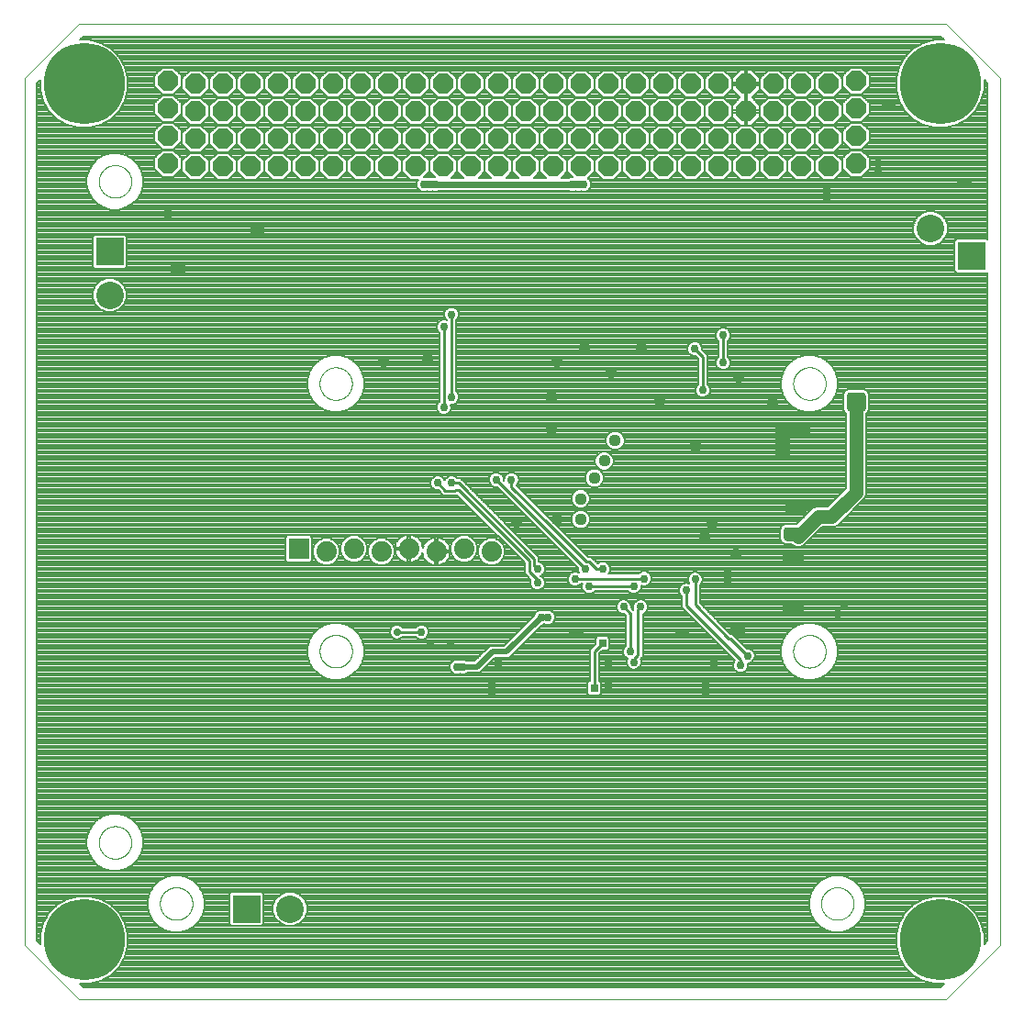
<source format=gbl>
G75*
%MOIN*%
%OFA0B0*%
%FSLAX25Y25*%
%IPPOS*%
%LPD*%
%AMOC8*
5,1,8,0,0,1.08239X$1,22.5*
%
%ADD10OC8,0.07400*%
%ADD11C,0.00000*%
%ADD12C,0.29528*%
%ADD13R,0.10000X0.10000*%
%ADD14C,0.10000*%
%ADD15C,0.04400*%
%ADD16R,0.07400X0.07400*%
%ADD17C,0.07400*%
%ADD18C,0.00800*%
%ADD19R,0.02781X0.02781*%
%ADD20R,0.02800X0.02800*%
%ADD21R,0.02978X0.02978*%
%ADD22C,0.02978*%
%ADD23C,0.01000*%
%ADD24C,0.02781*%
%ADD25C,0.02000*%
%ADD26C,0.02400*%
%ADD27C,0.03000*%
%ADD28C,0.05000*%
D10*
X0083620Y0322195D03*
X0073620Y0323195D03*
X0073620Y0333195D03*
X0083620Y0332195D03*
X0083620Y0342195D03*
X0083620Y0352195D03*
X0073620Y0353195D03*
X0073620Y0343195D03*
X0093620Y0342195D03*
X0093620Y0352195D03*
X0103620Y0352195D03*
X0113620Y0352195D03*
X0113620Y0342195D03*
X0103620Y0342195D03*
X0103620Y0332195D03*
X0113620Y0332195D03*
X0123620Y0332195D03*
X0123620Y0342195D03*
X0123620Y0352195D03*
X0133620Y0352195D03*
X0143620Y0352195D03*
X0143620Y0342195D03*
X0133620Y0342195D03*
X0133620Y0332195D03*
X0143620Y0332195D03*
X0153620Y0332195D03*
X0163620Y0332195D03*
X0163620Y0342195D03*
X0163620Y0352195D03*
X0153620Y0352195D03*
X0153620Y0342195D03*
X0173620Y0342195D03*
X0173620Y0352195D03*
X0183620Y0352195D03*
X0193620Y0352195D03*
X0193620Y0342195D03*
X0183620Y0342195D03*
X0183620Y0332195D03*
X0193620Y0332195D03*
X0203620Y0332195D03*
X0203620Y0342195D03*
X0203620Y0352195D03*
X0213620Y0352195D03*
X0223620Y0352195D03*
X0223620Y0342195D03*
X0213620Y0342195D03*
X0213620Y0332195D03*
X0223620Y0332195D03*
X0233620Y0332195D03*
X0233620Y0342195D03*
X0233620Y0352195D03*
X0243620Y0352195D03*
X0253620Y0352195D03*
X0253620Y0342195D03*
X0243620Y0342195D03*
X0243620Y0332195D03*
X0253620Y0332195D03*
X0263620Y0332195D03*
X0273620Y0332195D03*
X0273620Y0342195D03*
X0273620Y0352195D03*
X0263620Y0352195D03*
X0263620Y0342195D03*
X0283620Y0342195D03*
X0283620Y0352195D03*
X0293620Y0352195D03*
X0303620Y0352195D03*
X0303620Y0342195D03*
X0293620Y0342195D03*
X0293620Y0332195D03*
X0303620Y0332195D03*
X0313620Y0332195D03*
X0313620Y0342195D03*
X0313620Y0352195D03*
X0323620Y0353195D03*
X0323620Y0343195D03*
X0323620Y0333195D03*
X0323620Y0323195D03*
X0313620Y0322195D03*
X0303620Y0322195D03*
X0293620Y0322195D03*
X0283620Y0322195D03*
X0283620Y0332195D03*
X0273620Y0322195D03*
X0263620Y0322195D03*
X0253620Y0322195D03*
X0243620Y0322195D03*
X0233620Y0322195D03*
X0223620Y0322195D03*
X0213620Y0322195D03*
X0203620Y0322195D03*
X0193620Y0322195D03*
X0183620Y0322195D03*
X0173620Y0322195D03*
X0173620Y0332195D03*
X0163620Y0322195D03*
X0153620Y0322195D03*
X0143620Y0322195D03*
X0133620Y0322195D03*
X0123620Y0322195D03*
X0113620Y0322195D03*
X0103620Y0322195D03*
X0093620Y0322195D03*
X0093620Y0332195D03*
D11*
X0021455Y0354163D02*
X0021455Y0039203D01*
X0041140Y0019518D01*
X0356100Y0019518D01*
X0375785Y0039203D01*
X0375785Y0354163D01*
X0356100Y0373848D01*
X0041140Y0373848D01*
X0021455Y0354163D01*
X0048494Y0316762D02*
X0048496Y0316915D01*
X0048502Y0317069D01*
X0048512Y0317222D01*
X0048526Y0317374D01*
X0048544Y0317527D01*
X0048566Y0317678D01*
X0048591Y0317829D01*
X0048621Y0317980D01*
X0048655Y0318130D01*
X0048692Y0318278D01*
X0048733Y0318426D01*
X0048778Y0318572D01*
X0048827Y0318718D01*
X0048880Y0318862D01*
X0048936Y0319004D01*
X0048996Y0319145D01*
X0049060Y0319285D01*
X0049127Y0319423D01*
X0049198Y0319559D01*
X0049273Y0319693D01*
X0049350Y0319825D01*
X0049432Y0319955D01*
X0049516Y0320083D01*
X0049604Y0320209D01*
X0049695Y0320332D01*
X0049789Y0320453D01*
X0049887Y0320571D01*
X0049987Y0320687D01*
X0050091Y0320800D01*
X0050197Y0320911D01*
X0050306Y0321019D01*
X0050418Y0321124D01*
X0050532Y0321225D01*
X0050650Y0321324D01*
X0050769Y0321420D01*
X0050891Y0321513D01*
X0051016Y0321602D01*
X0051143Y0321689D01*
X0051272Y0321771D01*
X0051403Y0321851D01*
X0051536Y0321927D01*
X0051671Y0322000D01*
X0051808Y0322069D01*
X0051947Y0322134D01*
X0052087Y0322196D01*
X0052229Y0322254D01*
X0052372Y0322309D01*
X0052517Y0322360D01*
X0052663Y0322407D01*
X0052810Y0322450D01*
X0052958Y0322489D01*
X0053107Y0322525D01*
X0053257Y0322556D01*
X0053408Y0322584D01*
X0053559Y0322608D01*
X0053712Y0322628D01*
X0053864Y0322644D01*
X0054017Y0322656D01*
X0054170Y0322664D01*
X0054323Y0322668D01*
X0054477Y0322668D01*
X0054630Y0322664D01*
X0054783Y0322656D01*
X0054936Y0322644D01*
X0055088Y0322628D01*
X0055241Y0322608D01*
X0055392Y0322584D01*
X0055543Y0322556D01*
X0055693Y0322525D01*
X0055842Y0322489D01*
X0055990Y0322450D01*
X0056137Y0322407D01*
X0056283Y0322360D01*
X0056428Y0322309D01*
X0056571Y0322254D01*
X0056713Y0322196D01*
X0056853Y0322134D01*
X0056992Y0322069D01*
X0057129Y0322000D01*
X0057264Y0321927D01*
X0057397Y0321851D01*
X0057528Y0321771D01*
X0057657Y0321689D01*
X0057784Y0321602D01*
X0057909Y0321513D01*
X0058031Y0321420D01*
X0058150Y0321324D01*
X0058268Y0321225D01*
X0058382Y0321124D01*
X0058494Y0321019D01*
X0058603Y0320911D01*
X0058709Y0320800D01*
X0058813Y0320687D01*
X0058913Y0320571D01*
X0059011Y0320453D01*
X0059105Y0320332D01*
X0059196Y0320209D01*
X0059284Y0320083D01*
X0059368Y0319955D01*
X0059450Y0319825D01*
X0059527Y0319693D01*
X0059602Y0319559D01*
X0059673Y0319423D01*
X0059740Y0319285D01*
X0059804Y0319145D01*
X0059864Y0319004D01*
X0059920Y0318862D01*
X0059973Y0318718D01*
X0060022Y0318572D01*
X0060067Y0318426D01*
X0060108Y0318278D01*
X0060145Y0318130D01*
X0060179Y0317980D01*
X0060209Y0317829D01*
X0060234Y0317678D01*
X0060256Y0317527D01*
X0060274Y0317374D01*
X0060288Y0317222D01*
X0060298Y0317069D01*
X0060304Y0316915D01*
X0060306Y0316762D01*
X0060304Y0316609D01*
X0060298Y0316455D01*
X0060288Y0316302D01*
X0060274Y0316150D01*
X0060256Y0315997D01*
X0060234Y0315846D01*
X0060209Y0315695D01*
X0060179Y0315544D01*
X0060145Y0315394D01*
X0060108Y0315246D01*
X0060067Y0315098D01*
X0060022Y0314952D01*
X0059973Y0314806D01*
X0059920Y0314662D01*
X0059864Y0314520D01*
X0059804Y0314379D01*
X0059740Y0314239D01*
X0059673Y0314101D01*
X0059602Y0313965D01*
X0059527Y0313831D01*
X0059450Y0313699D01*
X0059368Y0313569D01*
X0059284Y0313441D01*
X0059196Y0313315D01*
X0059105Y0313192D01*
X0059011Y0313071D01*
X0058913Y0312953D01*
X0058813Y0312837D01*
X0058709Y0312724D01*
X0058603Y0312613D01*
X0058494Y0312505D01*
X0058382Y0312400D01*
X0058268Y0312299D01*
X0058150Y0312200D01*
X0058031Y0312104D01*
X0057909Y0312011D01*
X0057784Y0311922D01*
X0057657Y0311835D01*
X0057528Y0311753D01*
X0057397Y0311673D01*
X0057264Y0311597D01*
X0057129Y0311524D01*
X0056992Y0311455D01*
X0056853Y0311390D01*
X0056713Y0311328D01*
X0056571Y0311270D01*
X0056428Y0311215D01*
X0056283Y0311164D01*
X0056137Y0311117D01*
X0055990Y0311074D01*
X0055842Y0311035D01*
X0055693Y0310999D01*
X0055543Y0310968D01*
X0055392Y0310940D01*
X0055241Y0310916D01*
X0055088Y0310896D01*
X0054936Y0310880D01*
X0054783Y0310868D01*
X0054630Y0310860D01*
X0054477Y0310856D01*
X0054323Y0310856D01*
X0054170Y0310860D01*
X0054017Y0310868D01*
X0053864Y0310880D01*
X0053712Y0310896D01*
X0053559Y0310916D01*
X0053408Y0310940D01*
X0053257Y0310968D01*
X0053107Y0310999D01*
X0052958Y0311035D01*
X0052810Y0311074D01*
X0052663Y0311117D01*
X0052517Y0311164D01*
X0052372Y0311215D01*
X0052229Y0311270D01*
X0052087Y0311328D01*
X0051947Y0311390D01*
X0051808Y0311455D01*
X0051671Y0311524D01*
X0051536Y0311597D01*
X0051403Y0311673D01*
X0051272Y0311753D01*
X0051143Y0311835D01*
X0051016Y0311922D01*
X0050891Y0312011D01*
X0050769Y0312104D01*
X0050650Y0312200D01*
X0050532Y0312299D01*
X0050418Y0312400D01*
X0050306Y0312505D01*
X0050197Y0312613D01*
X0050091Y0312724D01*
X0049987Y0312837D01*
X0049887Y0312953D01*
X0049789Y0313071D01*
X0049695Y0313192D01*
X0049604Y0313315D01*
X0049516Y0313441D01*
X0049432Y0313569D01*
X0049350Y0313699D01*
X0049273Y0313831D01*
X0049198Y0313965D01*
X0049127Y0314101D01*
X0049060Y0314239D01*
X0048996Y0314379D01*
X0048936Y0314520D01*
X0048880Y0314662D01*
X0048827Y0314806D01*
X0048778Y0314952D01*
X0048733Y0315098D01*
X0048692Y0315246D01*
X0048655Y0315394D01*
X0048621Y0315544D01*
X0048591Y0315695D01*
X0048566Y0315846D01*
X0048544Y0315997D01*
X0048526Y0316150D01*
X0048512Y0316302D01*
X0048502Y0316455D01*
X0048496Y0316609D01*
X0048494Y0316762D01*
X0128664Y0243293D02*
X0128666Y0243446D01*
X0128672Y0243600D01*
X0128682Y0243753D01*
X0128696Y0243905D01*
X0128714Y0244058D01*
X0128736Y0244209D01*
X0128761Y0244360D01*
X0128791Y0244511D01*
X0128825Y0244661D01*
X0128862Y0244809D01*
X0128903Y0244957D01*
X0128948Y0245103D01*
X0128997Y0245249D01*
X0129050Y0245393D01*
X0129106Y0245535D01*
X0129166Y0245676D01*
X0129230Y0245816D01*
X0129297Y0245954D01*
X0129368Y0246090D01*
X0129443Y0246224D01*
X0129520Y0246356D01*
X0129602Y0246486D01*
X0129686Y0246614D01*
X0129774Y0246740D01*
X0129865Y0246863D01*
X0129959Y0246984D01*
X0130057Y0247102D01*
X0130157Y0247218D01*
X0130261Y0247331D01*
X0130367Y0247442D01*
X0130476Y0247550D01*
X0130588Y0247655D01*
X0130702Y0247756D01*
X0130820Y0247855D01*
X0130939Y0247951D01*
X0131061Y0248044D01*
X0131186Y0248133D01*
X0131313Y0248220D01*
X0131442Y0248302D01*
X0131573Y0248382D01*
X0131706Y0248458D01*
X0131841Y0248531D01*
X0131978Y0248600D01*
X0132117Y0248665D01*
X0132257Y0248727D01*
X0132399Y0248785D01*
X0132542Y0248840D01*
X0132687Y0248891D01*
X0132833Y0248938D01*
X0132980Y0248981D01*
X0133128Y0249020D01*
X0133277Y0249056D01*
X0133427Y0249087D01*
X0133578Y0249115D01*
X0133729Y0249139D01*
X0133882Y0249159D01*
X0134034Y0249175D01*
X0134187Y0249187D01*
X0134340Y0249195D01*
X0134493Y0249199D01*
X0134647Y0249199D01*
X0134800Y0249195D01*
X0134953Y0249187D01*
X0135106Y0249175D01*
X0135258Y0249159D01*
X0135411Y0249139D01*
X0135562Y0249115D01*
X0135713Y0249087D01*
X0135863Y0249056D01*
X0136012Y0249020D01*
X0136160Y0248981D01*
X0136307Y0248938D01*
X0136453Y0248891D01*
X0136598Y0248840D01*
X0136741Y0248785D01*
X0136883Y0248727D01*
X0137023Y0248665D01*
X0137162Y0248600D01*
X0137299Y0248531D01*
X0137434Y0248458D01*
X0137567Y0248382D01*
X0137698Y0248302D01*
X0137827Y0248220D01*
X0137954Y0248133D01*
X0138079Y0248044D01*
X0138201Y0247951D01*
X0138320Y0247855D01*
X0138438Y0247756D01*
X0138552Y0247655D01*
X0138664Y0247550D01*
X0138773Y0247442D01*
X0138879Y0247331D01*
X0138983Y0247218D01*
X0139083Y0247102D01*
X0139181Y0246984D01*
X0139275Y0246863D01*
X0139366Y0246740D01*
X0139454Y0246614D01*
X0139538Y0246486D01*
X0139620Y0246356D01*
X0139697Y0246224D01*
X0139772Y0246090D01*
X0139843Y0245954D01*
X0139910Y0245816D01*
X0139974Y0245676D01*
X0140034Y0245535D01*
X0140090Y0245393D01*
X0140143Y0245249D01*
X0140192Y0245103D01*
X0140237Y0244957D01*
X0140278Y0244809D01*
X0140315Y0244661D01*
X0140349Y0244511D01*
X0140379Y0244360D01*
X0140404Y0244209D01*
X0140426Y0244058D01*
X0140444Y0243905D01*
X0140458Y0243753D01*
X0140468Y0243600D01*
X0140474Y0243446D01*
X0140476Y0243293D01*
X0140474Y0243140D01*
X0140468Y0242986D01*
X0140458Y0242833D01*
X0140444Y0242681D01*
X0140426Y0242528D01*
X0140404Y0242377D01*
X0140379Y0242226D01*
X0140349Y0242075D01*
X0140315Y0241925D01*
X0140278Y0241777D01*
X0140237Y0241629D01*
X0140192Y0241483D01*
X0140143Y0241337D01*
X0140090Y0241193D01*
X0140034Y0241051D01*
X0139974Y0240910D01*
X0139910Y0240770D01*
X0139843Y0240632D01*
X0139772Y0240496D01*
X0139697Y0240362D01*
X0139620Y0240230D01*
X0139538Y0240100D01*
X0139454Y0239972D01*
X0139366Y0239846D01*
X0139275Y0239723D01*
X0139181Y0239602D01*
X0139083Y0239484D01*
X0138983Y0239368D01*
X0138879Y0239255D01*
X0138773Y0239144D01*
X0138664Y0239036D01*
X0138552Y0238931D01*
X0138438Y0238830D01*
X0138320Y0238731D01*
X0138201Y0238635D01*
X0138079Y0238542D01*
X0137954Y0238453D01*
X0137827Y0238366D01*
X0137698Y0238284D01*
X0137567Y0238204D01*
X0137434Y0238128D01*
X0137299Y0238055D01*
X0137162Y0237986D01*
X0137023Y0237921D01*
X0136883Y0237859D01*
X0136741Y0237801D01*
X0136598Y0237746D01*
X0136453Y0237695D01*
X0136307Y0237648D01*
X0136160Y0237605D01*
X0136012Y0237566D01*
X0135863Y0237530D01*
X0135713Y0237499D01*
X0135562Y0237471D01*
X0135411Y0237447D01*
X0135258Y0237427D01*
X0135106Y0237411D01*
X0134953Y0237399D01*
X0134800Y0237391D01*
X0134647Y0237387D01*
X0134493Y0237387D01*
X0134340Y0237391D01*
X0134187Y0237399D01*
X0134034Y0237411D01*
X0133882Y0237427D01*
X0133729Y0237447D01*
X0133578Y0237471D01*
X0133427Y0237499D01*
X0133277Y0237530D01*
X0133128Y0237566D01*
X0132980Y0237605D01*
X0132833Y0237648D01*
X0132687Y0237695D01*
X0132542Y0237746D01*
X0132399Y0237801D01*
X0132257Y0237859D01*
X0132117Y0237921D01*
X0131978Y0237986D01*
X0131841Y0238055D01*
X0131706Y0238128D01*
X0131573Y0238204D01*
X0131442Y0238284D01*
X0131313Y0238366D01*
X0131186Y0238453D01*
X0131061Y0238542D01*
X0130939Y0238635D01*
X0130820Y0238731D01*
X0130702Y0238830D01*
X0130588Y0238931D01*
X0130476Y0239036D01*
X0130367Y0239144D01*
X0130261Y0239255D01*
X0130157Y0239368D01*
X0130057Y0239484D01*
X0129959Y0239602D01*
X0129865Y0239723D01*
X0129774Y0239846D01*
X0129686Y0239972D01*
X0129602Y0240100D01*
X0129520Y0240230D01*
X0129443Y0240362D01*
X0129368Y0240496D01*
X0129297Y0240632D01*
X0129230Y0240770D01*
X0129166Y0240910D01*
X0129106Y0241051D01*
X0129050Y0241193D01*
X0128997Y0241337D01*
X0128948Y0241483D01*
X0128903Y0241629D01*
X0128862Y0241777D01*
X0128825Y0241925D01*
X0128791Y0242075D01*
X0128761Y0242226D01*
X0128736Y0242377D01*
X0128714Y0242528D01*
X0128696Y0242681D01*
X0128682Y0242833D01*
X0128672Y0242986D01*
X0128666Y0243140D01*
X0128664Y0243293D01*
X0128694Y0146083D02*
X0128696Y0146236D01*
X0128702Y0146390D01*
X0128712Y0146543D01*
X0128726Y0146695D01*
X0128744Y0146848D01*
X0128766Y0146999D01*
X0128791Y0147150D01*
X0128821Y0147301D01*
X0128855Y0147451D01*
X0128892Y0147599D01*
X0128933Y0147747D01*
X0128978Y0147893D01*
X0129027Y0148039D01*
X0129080Y0148183D01*
X0129136Y0148325D01*
X0129196Y0148466D01*
X0129260Y0148606D01*
X0129327Y0148744D01*
X0129398Y0148880D01*
X0129473Y0149014D01*
X0129550Y0149146D01*
X0129632Y0149276D01*
X0129716Y0149404D01*
X0129804Y0149530D01*
X0129895Y0149653D01*
X0129989Y0149774D01*
X0130087Y0149892D01*
X0130187Y0150008D01*
X0130291Y0150121D01*
X0130397Y0150232D01*
X0130506Y0150340D01*
X0130618Y0150445D01*
X0130732Y0150546D01*
X0130850Y0150645D01*
X0130969Y0150741D01*
X0131091Y0150834D01*
X0131216Y0150923D01*
X0131343Y0151010D01*
X0131472Y0151092D01*
X0131603Y0151172D01*
X0131736Y0151248D01*
X0131871Y0151321D01*
X0132008Y0151390D01*
X0132147Y0151455D01*
X0132287Y0151517D01*
X0132429Y0151575D01*
X0132572Y0151630D01*
X0132717Y0151681D01*
X0132863Y0151728D01*
X0133010Y0151771D01*
X0133158Y0151810D01*
X0133307Y0151846D01*
X0133457Y0151877D01*
X0133608Y0151905D01*
X0133759Y0151929D01*
X0133912Y0151949D01*
X0134064Y0151965D01*
X0134217Y0151977D01*
X0134370Y0151985D01*
X0134523Y0151989D01*
X0134677Y0151989D01*
X0134830Y0151985D01*
X0134983Y0151977D01*
X0135136Y0151965D01*
X0135288Y0151949D01*
X0135441Y0151929D01*
X0135592Y0151905D01*
X0135743Y0151877D01*
X0135893Y0151846D01*
X0136042Y0151810D01*
X0136190Y0151771D01*
X0136337Y0151728D01*
X0136483Y0151681D01*
X0136628Y0151630D01*
X0136771Y0151575D01*
X0136913Y0151517D01*
X0137053Y0151455D01*
X0137192Y0151390D01*
X0137329Y0151321D01*
X0137464Y0151248D01*
X0137597Y0151172D01*
X0137728Y0151092D01*
X0137857Y0151010D01*
X0137984Y0150923D01*
X0138109Y0150834D01*
X0138231Y0150741D01*
X0138350Y0150645D01*
X0138468Y0150546D01*
X0138582Y0150445D01*
X0138694Y0150340D01*
X0138803Y0150232D01*
X0138909Y0150121D01*
X0139013Y0150008D01*
X0139113Y0149892D01*
X0139211Y0149774D01*
X0139305Y0149653D01*
X0139396Y0149530D01*
X0139484Y0149404D01*
X0139568Y0149276D01*
X0139650Y0149146D01*
X0139727Y0149014D01*
X0139802Y0148880D01*
X0139873Y0148744D01*
X0139940Y0148606D01*
X0140004Y0148466D01*
X0140064Y0148325D01*
X0140120Y0148183D01*
X0140173Y0148039D01*
X0140222Y0147893D01*
X0140267Y0147747D01*
X0140308Y0147599D01*
X0140345Y0147451D01*
X0140379Y0147301D01*
X0140409Y0147150D01*
X0140434Y0146999D01*
X0140456Y0146848D01*
X0140474Y0146695D01*
X0140488Y0146543D01*
X0140498Y0146390D01*
X0140504Y0146236D01*
X0140506Y0146083D01*
X0140504Y0145930D01*
X0140498Y0145776D01*
X0140488Y0145623D01*
X0140474Y0145471D01*
X0140456Y0145318D01*
X0140434Y0145167D01*
X0140409Y0145016D01*
X0140379Y0144865D01*
X0140345Y0144715D01*
X0140308Y0144567D01*
X0140267Y0144419D01*
X0140222Y0144273D01*
X0140173Y0144127D01*
X0140120Y0143983D01*
X0140064Y0143841D01*
X0140004Y0143700D01*
X0139940Y0143560D01*
X0139873Y0143422D01*
X0139802Y0143286D01*
X0139727Y0143152D01*
X0139650Y0143020D01*
X0139568Y0142890D01*
X0139484Y0142762D01*
X0139396Y0142636D01*
X0139305Y0142513D01*
X0139211Y0142392D01*
X0139113Y0142274D01*
X0139013Y0142158D01*
X0138909Y0142045D01*
X0138803Y0141934D01*
X0138694Y0141826D01*
X0138582Y0141721D01*
X0138468Y0141620D01*
X0138350Y0141521D01*
X0138231Y0141425D01*
X0138109Y0141332D01*
X0137984Y0141243D01*
X0137857Y0141156D01*
X0137728Y0141074D01*
X0137597Y0140994D01*
X0137464Y0140918D01*
X0137329Y0140845D01*
X0137192Y0140776D01*
X0137053Y0140711D01*
X0136913Y0140649D01*
X0136771Y0140591D01*
X0136628Y0140536D01*
X0136483Y0140485D01*
X0136337Y0140438D01*
X0136190Y0140395D01*
X0136042Y0140356D01*
X0135893Y0140320D01*
X0135743Y0140289D01*
X0135592Y0140261D01*
X0135441Y0140237D01*
X0135288Y0140217D01*
X0135136Y0140201D01*
X0134983Y0140189D01*
X0134830Y0140181D01*
X0134677Y0140177D01*
X0134523Y0140177D01*
X0134370Y0140181D01*
X0134217Y0140189D01*
X0134064Y0140201D01*
X0133912Y0140217D01*
X0133759Y0140237D01*
X0133608Y0140261D01*
X0133457Y0140289D01*
X0133307Y0140320D01*
X0133158Y0140356D01*
X0133010Y0140395D01*
X0132863Y0140438D01*
X0132717Y0140485D01*
X0132572Y0140536D01*
X0132429Y0140591D01*
X0132287Y0140649D01*
X0132147Y0140711D01*
X0132008Y0140776D01*
X0131871Y0140845D01*
X0131736Y0140918D01*
X0131603Y0140994D01*
X0131472Y0141074D01*
X0131343Y0141156D01*
X0131216Y0141243D01*
X0131091Y0141332D01*
X0130969Y0141425D01*
X0130850Y0141521D01*
X0130732Y0141620D01*
X0130618Y0141721D01*
X0130506Y0141826D01*
X0130397Y0141934D01*
X0130291Y0142045D01*
X0130187Y0142158D01*
X0130087Y0142274D01*
X0129989Y0142392D01*
X0129895Y0142513D01*
X0129804Y0142636D01*
X0129716Y0142762D01*
X0129632Y0142890D01*
X0129550Y0143020D01*
X0129473Y0143152D01*
X0129398Y0143286D01*
X0129327Y0143422D01*
X0129260Y0143560D01*
X0129196Y0143700D01*
X0129136Y0143841D01*
X0129080Y0143983D01*
X0129027Y0144127D01*
X0128978Y0144273D01*
X0128933Y0144419D01*
X0128892Y0144567D01*
X0128855Y0144715D01*
X0128821Y0144865D01*
X0128791Y0145016D01*
X0128766Y0145167D01*
X0128744Y0145318D01*
X0128726Y0145471D01*
X0128712Y0145623D01*
X0128702Y0145776D01*
X0128696Y0145930D01*
X0128694Y0146083D01*
X0048494Y0076604D02*
X0048496Y0076757D01*
X0048502Y0076911D01*
X0048512Y0077064D01*
X0048526Y0077216D01*
X0048544Y0077369D01*
X0048566Y0077520D01*
X0048591Y0077671D01*
X0048621Y0077822D01*
X0048655Y0077972D01*
X0048692Y0078120D01*
X0048733Y0078268D01*
X0048778Y0078414D01*
X0048827Y0078560D01*
X0048880Y0078704D01*
X0048936Y0078846D01*
X0048996Y0078987D01*
X0049060Y0079127D01*
X0049127Y0079265D01*
X0049198Y0079401D01*
X0049273Y0079535D01*
X0049350Y0079667D01*
X0049432Y0079797D01*
X0049516Y0079925D01*
X0049604Y0080051D01*
X0049695Y0080174D01*
X0049789Y0080295D01*
X0049887Y0080413D01*
X0049987Y0080529D01*
X0050091Y0080642D01*
X0050197Y0080753D01*
X0050306Y0080861D01*
X0050418Y0080966D01*
X0050532Y0081067D01*
X0050650Y0081166D01*
X0050769Y0081262D01*
X0050891Y0081355D01*
X0051016Y0081444D01*
X0051143Y0081531D01*
X0051272Y0081613D01*
X0051403Y0081693D01*
X0051536Y0081769D01*
X0051671Y0081842D01*
X0051808Y0081911D01*
X0051947Y0081976D01*
X0052087Y0082038D01*
X0052229Y0082096D01*
X0052372Y0082151D01*
X0052517Y0082202D01*
X0052663Y0082249D01*
X0052810Y0082292D01*
X0052958Y0082331D01*
X0053107Y0082367D01*
X0053257Y0082398D01*
X0053408Y0082426D01*
X0053559Y0082450D01*
X0053712Y0082470D01*
X0053864Y0082486D01*
X0054017Y0082498D01*
X0054170Y0082506D01*
X0054323Y0082510D01*
X0054477Y0082510D01*
X0054630Y0082506D01*
X0054783Y0082498D01*
X0054936Y0082486D01*
X0055088Y0082470D01*
X0055241Y0082450D01*
X0055392Y0082426D01*
X0055543Y0082398D01*
X0055693Y0082367D01*
X0055842Y0082331D01*
X0055990Y0082292D01*
X0056137Y0082249D01*
X0056283Y0082202D01*
X0056428Y0082151D01*
X0056571Y0082096D01*
X0056713Y0082038D01*
X0056853Y0081976D01*
X0056992Y0081911D01*
X0057129Y0081842D01*
X0057264Y0081769D01*
X0057397Y0081693D01*
X0057528Y0081613D01*
X0057657Y0081531D01*
X0057784Y0081444D01*
X0057909Y0081355D01*
X0058031Y0081262D01*
X0058150Y0081166D01*
X0058268Y0081067D01*
X0058382Y0080966D01*
X0058494Y0080861D01*
X0058603Y0080753D01*
X0058709Y0080642D01*
X0058813Y0080529D01*
X0058913Y0080413D01*
X0059011Y0080295D01*
X0059105Y0080174D01*
X0059196Y0080051D01*
X0059284Y0079925D01*
X0059368Y0079797D01*
X0059450Y0079667D01*
X0059527Y0079535D01*
X0059602Y0079401D01*
X0059673Y0079265D01*
X0059740Y0079127D01*
X0059804Y0078987D01*
X0059864Y0078846D01*
X0059920Y0078704D01*
X0059973Y0078560D01*
X0060022Y0078414D01*
X0060067Y0078268D01*
X0060108Y0078120D01*
X0060145Y0077972D01*
X0060179Y0077822D01*
X0060209Y0077671D01*
X0060234Y0077520D01*
X0060256Y0077369D01*
X0060274Y0077216D01*
X0060288Y0077064D01*
X0060298Y0076911D01*
X0060304Y0076757D01*
X0060306Y0076604D01*
X0060304Y0076451D01*
X0060298Y0076297D01*
X0060288Y0076144D01*
X0060274Y0075992D01*
X0060256Y0075839D01*
X0060234Y0075688D01*
X0060209Y0075537D01*
X0060179Y0075386D01*
X0060145Y0075236D01*
X0060108Y0075088D01*
X0060067Y0074940D01*
X0060022Y0074794D01*
X0059973Y0074648D01*
X0059920Y0074504D01*
X0059864Y0074362D01*
X0059804Y0074221D01*
X0059740Y0074081D01*
X0059673Y0073943D01*
X0059602Y0073807D01*
X0059527Y0073673D01*
X0059450Y0073541D01*
X0059368Y0073411D01*
X0059284Y0073283D01*
X0059196Y0073157D01*
X0059105Y0073034D01*
X0059011Y0072913D01*
X0058913Y0072795D01*
X0058813Y0072679D01*
X0058709Y0072566D01*
X0058603Y0072455D01*
X0058494Y0072347D01*
X0058382Y0072242D01*
X0058268Y0072141D01*
X0058150Y0072042D01*
X0058031Y0071946D01*
X0057909Y0071853D01*
X0057784Y0071764D01*
X0057657Y0071677D01*
X0057528Y0071595D01*
X0057397Y0071515D01*
X0057264Y0071439D01*
X0057129Y0071366D01*
X0056992Y0071297D01*
X0056853Y0071232D01*
X0056713Y0071170D01*
X0056571Y0071112D01*
X0056428Y0071057D01*
X0056283Y0071006D01*
X0056137Y0070959D01*
X0055990Y0070916D01*
X0055842Y0070877D01*
X0055693Y0070841D01*
X0055543Y0070810D01*
X0055392Y0070782D01*
X0055241Y0070758D01*
X0055088Y0070738D01*
X0054936Y0070722D01*
X0054783Y0070710D01*
X0054630Y0070702D01*
X0054477Y0070698D01*
X0054323Y0070698D01*
X0054170Y0070702D01*
X0054017Y0070710D01*
X0053864Y0070722D01*
X0053712Y0070738D01*
X0053559Y0070758D01*
X0053408Y0070782D01*
X0053257Y0070810D01*
X0053107Y0070841D01*
X0052958Y0070877D01*
X0052810Y0070916D01*
X0052663Y0070959D01*
X0052517Y0071006D01*
X0052372Y0071057D01*
X0052229Y0071112D01*
X0052087Y0071170D01*
X0051947Y0071232D01*
X0051808Y0071297D01*
X0051671Y0071366D01*
X0051536Y0071439D01*
X0051403Y0071515D01*
X0051272Y0071595D01*
X0051143Y0071677D01*
X0051016Y0071764D01*
X0050891Y0071853D01*
X0050769Y0071946D01*
X0050650Y0072042D01*
X0050532Y0072141D01*
X0050418Y0072242D01*
X0050306Y0072347D01*
X0050197Y0072455D01*
X0050091Y0072566D01*
X0049987Y0072679D01*
X0049887Y0072795D01*
X0049789Y0072913D01*
X0049695Y0073034D01*
X0049604Y0073157D01*
X0049516Y0073283D01*
X0049432Y0073411D01*
X0049350Y0073541D01*
X0049273Y0073673D01*
X0049198Y0073807D01*
X0049127Y0073943D01*
X0049060Y0074081D01*
X0048996Y0074221D01*
X0048936Y0074362D01*
X0048880Y0074504D01*
X0048827Y0074648D01*
X0048778Y0074794D01*
X0048733Y0074940D01*
X0048692Y0075088D01*
X0048655Y0075236D01*
X0048621Y0075386D01*
X0048591Y0075537D01*
X0048566Y0075688D01*
X0048544Y0075839D01*
X0048526Y0075992D01*
X0048512Y0076144D01*
X0048502Y0076297D01*
X0048496Y0076451D01*
X0048494Y0076604D01*
X0070698Y0054400D02*
X0070700Y0054553D01*
X0070706Y0054707D01*
X0070716Y0054860D01*
X0070730Y0055012D01*
X0070748Y0055165D01*
X0070770Y0055316D01*
X0070795Y0055467D01*
X0070825Y0055618D01*
X0070859Y0055768D01*
X0070896Y0055916D01*
X0070937Y0056064D01*
X0070982Y0056210D01*
X0071031Y0056356D01*
X0071084Y0056500D01*
X0071140Y0056642D01*
X0071200Y0056783D01*
X0071264Y0056923D01*
X0071331Y0057061D01*
X0071402Y0057197D01*
X0071477Y0057331D01*
X0071554Y0057463D01*
X0071636Y0057593D01*
X0071720Y0057721D01*
X0071808Y0057847D01*
X0071899Y0057970D01*
X0071993Y0058091D01*
X0072091Y0058209D01*
X0072191Y0058325D01*
X0072295Y0058438D01*
X0072401Y0058549D01*
X0072510Y0058657D01*
X0072622Y0058762D01*
X0072736Y0058863D01*
X0072854Y0058962D01*
X0072973Y0059058D01*
X0073095Y0059151D01*
X0073220Y0059240D01*
X0073347Y0059327D01*
X0073476Y0059409D01*
X0073607Y0059489D01*
X0073740Y0059565D01*
X0073875Y0059638D01*
X0074012Y0059707D01*
X0074151Y0059772D01*
X0074291Y0059834D01*
X0074433Y0059892D01*
X0074576Y0059947D01*
X0074721Y0059998D01*
X0074867Y0060045D01*
X0075014Y0060088D01*
X0075162Y0060127D01*
X0075311Y0060163D01*
X0075461Y0060194D01*
X0075612Y0060222D01*
X0075763Y0060246D01*
X0075916Y0060266D01*
X0076068Y0060282D01*
X0076221Y0060294D01*
X0076374Y0060302D01*
X0076527Y0060306D01*
X0076681Y0060306D01*
X0076834Y0060302D01*
X0076987Y0060294D01*
X0077140Y0060282D01*
X0077292Y0060266D01*
X0077445Y0060246D01*
X0077596Y0060222D01*
X0077747Y0060194D01*
X0077897Y0060163D01*
X0078046Y0060127D01*
X0078194Y0060088D01*
X0078341Y0060045D01*
X0078487Y0059998D01*
X0078632Y0059947D01*
X0078775Y0059892D01*
X0078917Y0059834D01*
X0079057Y0059772D01*
X0079196Y0059707D01*
X0079333Y0059638D01*
X0079468Y0059565D01*
X0079601Y0059489D01*
X0079732Y0059409D01*
X0079861Y0059327D01*
X0079988Y0059240D01*
X0080113Y0059151D01*
X0080235Y0059058D01*
X0080354Y0058962D01*
X0080472Y0058863D01*
X0080586Y0058762D01*
X0080698Y0058657D01*
X0080807Y0058549D01*
X0080913Y0058438D01*
X0081017Y0058325D01*
X0081117Y0058209D01*
X0081215Y0058091D01*
X0081309Y0057970D01*
X0081400Y0057847D01*
X0081488Y0057721D01*
X0081572Y0057593D01*
X0081654Y0057463D01*
X0081731Y0057331D01*
X0081806Y0057197D01*
X0081877Y0057061D01*
X0081944Y0056923D01*
X0082008Y0056783D01*
X0082068Y0056642D01*
X0082124Y0056500D01*
X0082177Y0056356D01*
X0082226Y0056210D01*
X0082271Y0056064D01*
X0082312Y0055916D01*
X0082349Y0055768D01*
X0082383Y0055618D01*
X0082413Y0055467D01*
X0082438Y0055316D01*
X0082460Y0055165D01*
X0082478Y0055012D01*
X0082492Y0054860D01*
X0082502Y0054707D01*
X0082508Y0054553D01*
X0082510Y0054400D01*
X0082508Y0054247D01*
X0082502Y0054093D01*
X0082492Y0053940D01*
X0082478Y0053788D01*
X0082460Y0053635D01*
X0082438Y0053484D01*
X0082413Y0053333D01*
X0082383Y0053182D01*
X0082349Y0053032D01*
X0082312Y0052884D01*
X0082271Y0052736D01*
X0082226Y0052590D01*
X0082177Y0052444D01*
X0082124Y0052300D01*
X0082068Y0052158D01*
X0082008Y0052017D01*
X0081944Y0051877D01*
X0081877Y0051739D01*
X0081806Y0051603D01*
X0081731Y0051469D01*
X0081654Y0051337D01*
X0081572Y0051207D01*
X0081488Y0051079D01*
X0081400Y0050953D01*
X0081309Y0050830D01*
X0081215Y0050709D01*
X0081117Y0050591D01*
X0081017Y0050475D01*
X0080913Y0050362D01*
X0080807Y0050251D01*
X0080698Y0050143D01*
X0080586Y0050038D01*
X0080472Y0049937D01*
X0080354Y0049838D01*
X0080235Y0049742D01*
X0080113Y0049649D01*
X0079988Y0049560D01*
X0079861Y0049473D01*
X0079732Y0049391D01*
X0079601Y0049311D01*
X0079468Y0049235D01*
X0079333Y0049162D01*
X0079196Y0049093D01*
X0079057Y0049028D01*
X0078917Y0048966D01*
X0078775Y0048908D01*
X0078632Y0048853D01*
X0078487Y0048802D01*
X0078341Y0048755D01*
X0078194Y0048712D01*
X0078046Y0048673D01*
X0077897Y0048637D01*
X0077747Y0048606D01*
X0077596Y0048578D01*
X0077445Y0048554D01*
X0077292Y0048534D01*
X0077140Y0048518D01*
X0076987Y0048506D01*
X0076834Y0048498D01*
X0076681Y0048494D01*
X0076527Y0048494D01*
X0076374Y0048498D01*
X0076221Y0048506D01*
X0076068Y0048518D01*
X0075916Y0048534D01*
X0075763Y0048554D01*
X0075612Y0048578D01*
X0075461Y0048606D01*
X0075311Y0048637D01*
X0075162Y0048673D01*
X0075014Y0048712D01*
X0074867Y0048755D01*
X0074721Y0048802D01*
X0074576Y0048853D01*
X0074433Y0048908D01*
X0074291Y0048966D01*
X0074151Y0049028D01*
X0074012Y0049093D01*
X0073875Y0049162D01*
X0073740Y0049235D01*
X0073607Y0049311D01*
X0073476Y0049391D01*
X0073347Y0049473D01*
X0073220Y0049560D01*
X0073095Y0049649D01*
X0072973Y0049742D01*
X0072854Y0049838D01*
X0072736Y0049937D01*
X0072622Y0050038D01*
X0072510Y0050143D01*
X0072401Y0050251D01*
X0072295Y0050362D01*
X0072191Y0050475D01*
X0072091Y0050591D01*
X0071993Y0050709D01*
X0071899Y0050830D01*
X0071808Y0050953D01*
X0071720Y0051079D01*
X0071636Y0051207D01*
X0071554Y0051337D01*
X0071477Y0051469D01*
X0071402Y0051603D01*
X0071331Y0051739D01*
X0071264Y0051877D01*
X0071200Y0052017D01*
X0071140Y0052158D01*
X0071084Y0052300D01*
X0071031Y0052444D01*
X0070982Y0052590D01*
X0070937Y0052736D01*
X0070896Y0052884D01*
X0070859Y0053032D01*
X0070825Y0053182D01*
X0070795Y0053333D01*
X0070770Y0053484D01*
X0070748Y0053635D01*
X0070730Y0053788D01*
X0070716Y0053940D01*
X0070706Y0054093D01*
X0070700Y0054247D01*
X0070698Y0054400D01*
X0300734Y0146053D02*
X0300736Y0146206D01*
X0300742Y0146360D01*
X0300752Y0146513D01*
X0300766Y0146665D01*
X0300784Y0146818D01*
X0300806Y0146969D01*
X0300831Y0147120D01*
X0300861Y0147271D01*
X0300895Y0147421D01*
X0300932Y0147569D01*
X0300973Y0147717D01*
X0301018Y0147863D01*
X0301067Y0148009D01*
X0301120Y0148153D01*
X0301176Y0148295D01*
X0301236Y0148436D01*
X0301300Y0148576D01*
X0301367Y0148714D01*
X0301438Y0148850D01*
X0301513Y0148984D01*
X0301590Y0149116D01*
X0301672Y0149246D01*
X0301756Y0149374D01*
X0301844Y0149500D01*
X0301935Y0149623D01*
X0302029Y0149744D01*
X0302127Y0149862D01*
X0302227Y0149978D01*
X0302331Y0150091D01*
X0302437Y0150202D01*
X0302546Y0150310D01*
X0302658Y0150415D01*
X0302772Y0150516D01*
X0302890Y0150615D01*
X0303009Y0150711D01*
X0303131Y0150804D01*
X0303256Y0150893D01*
X0303383Y0150980D01*
X0303512Y0151062D01*
X0303643Y0151142D01*
X0303776Y0151218D01*
X0303911Y0151291D01*
X0304048Y0151360D01*
X0304187Y0151425D01*
X0304327Y0151487D01*
X0304469Y0151545D01*
X0304612Y0151600D01*
X0304757Y0151651D01*
X0304903Y0151698D01*
X0305050Y0151741D01*
X0305198Y0151780D01*
X0305347Y0151816D01*
X0305497Y0151847D01*
X0305648Y0151875D01*
X0305799Y0151899D01*
X0305952Y0151919D01*
X0306104Y0151935D01*
X0306257Y0151947D01*
X0306410Y0151955D01*
X0306563Y0151959D01*
X0306717Y0151959D01*
X0306870Y0151955D01*
X0307023Y0151947D01*
X0307176Y0151935D01*
X0307328Y0151919D01*
X0307481Y0151899D01*
X0307632Y0151875D01*
X0307783Y0151847D01*
X0307933Y0151816D01*
X0308082Y0151780D01*
X0308230Y0151741D01*
X0308377Y0151698D01*
X0308523Y0151651D01*
X0308668Y0151600D01*
X0308811Y0151545D01*
X0308953Y0151487D01*
X0309093Y0151425D01*
X0309232Y0151360D01*
X0309369Y0151291D01*
X0309504Y0151218D01*
X0309637Y0151142D01*
X0309768Y0151062D01*
X0309897Y0150980D01*
X0310024Y0150893D01*
X0310149Y0150804D01*
X0310271Y0150711D01*
X0310390Y0150615D01*
X0310508Y0150516D01*
X0310622Y0150415D01*
X0310734Y0150310D01*
X0310843Y0150202D01*
X0310949Y0150091D01*
X0311053Y0149978D01*
X0311153Y0149862D01*
X0311251Y0149744D01*
X0311345Y0149623D01*
X0311436Y0149500D01*
X0311524Y0149374D01*
X0311608Y0149246D01*
X0311690Y0149116D01*
X0311767Y0148984D01*
X0311842Y0148850D01*
X0311913Y0148714D01*
X0311980Y0148576D01*
X0312044Y0148436D01*
X0312104Y0148295D01*
X0312160Y0148153D01*
X0312213Y0148009D01*
X0312262Y0147863D01*
X0312307Y0147717D01*
X0312348Y0147569D01*
X0312385Y0147421D01*
X0312419Y0147271D01*
X0312449Y0147120D01*
X0312474Y0146969D01*
X0312496Y0146818D01*
X0312514Y0146665D01*
X0312528Y0146513D01*
X0312538Y0146360D01*
X0312544Y0146206D01*
X0312546Y0146053D01*
X0312544Y0145900D01*
X0312538Y0145746D01*
X0312528Y0145593D01*
X0312514Y0145441D01*
X0312496Y0145288D01*
X0312474Y0145137D01*
X0312449Y0144986D01*
X0312419Y0144835D01*
X0312385Y0144685D01*
X0312348Y0144537D01*
X0312307Y0144389D01*
X0312262Y0144243D01*
X0312213Y0144097D01*
X0312160Y0143953D01*
X0312104Y0143811D01*
X0312044Y0143670D01*
X0311980Y0143530D01*
X0311913Y0143392D01*
X0311842Y0143256D01*
X0311767Y0143122D01*
X0311690Y0142990D01*
X0311608Y0142860D01*
X0311524Y0142732D01*
X0311436Y0142606D01*
X0311345Y0142483D01*
X0311251Y0142362D01*
X0311153Y0142244D01*
X0311053Y0142128D01*
X0310949Y0142015D01*
X0310843Y0141904D01*
X0310734Y0141796D01*
X0310622Y0141691D01*
X0310508Y0141590D01*
X0310390Y0141491D01*
X0310271Y0141395D01*
X0310149Y0141302D01*
X0310024Y0141213D01*
X0309897Y0141126D01*
X0309768Y0141044D01*
X0309637Y0140964D01*
X0309504Y0140888D01*
X0309369Y0140815D01*
X0309232Y0140746D01*
X0309093Y0140681D01*
X0308953Y0140619D01*
X0308811Y0140561D01*
X0308668Y0140506D01*
X0308523Y0140455D01*
X0308377Y0140408D01*
X0308230Y0140365D01*
X0308082Y0140326D01*
X0307933Y0140290D01*
X0307783Y0140259D01*
X0307632Y0140231D01*
X0307481Y0140207D01*
X0307328Y0140187D01*
X0307176Y0140171D01*
X0307023Y0140159D01*
X0306870Y0140151D01*
X0306717Y0140147D01*
X0306563Y0140147D01*
X0306410Y0140151D01*
X0306257Y0140159D01*
X0306104Y0140171D01*
X0305952Y0140187D01*
X0305799Y0140207D01*
X0305648Y0140231D01*
X0305497Y0140259D01*
X0305347Y0140290D01*
X0305198Y0140326D01*
X0305050Y0140365D01*
X0304903Y0140408D01*
X0304757Y0140455D01*
X0304612Y0140506D01*
X0304469Y0140561D01*
X0304327Y0140619D01*
X0304187Y0140681D01*
X0304048Y0140746D01*
X0303911Y0140815D01*
X0303776Y0140888D01*
X0303643Y0140964D01*
X0303512Y0141044D01*
X0303383Y0141126D01*
X0303256Y0141213D01*
X0303131Y0141302D01*
X0303009Y0141395D01*
X0302890Y0141491D01*
X0302772Y0141590D01*
X0302658Y0141691D01*
X0302546Y0141796D01*
X0302437Y0141904D01*
X0302331Y0142015D01*
X0302227Y0142128D01*
X0302127Y0142244D01*
X0302029Y0142362D01*
X0301935Y0142483D01*
X0301844Y0142606D01*
X0301756Y0142732D01*
X0301672Y0142860D01*
X0301590Y0142990D01*
X0301513Y0143122D01*
X0301438Y0143256D01*
X0301367Y0143392D01*
X0301300Y0143530D01*
X0301236Y0143670D01*
X0301176Y0143811D01*
X0301120Y0143953D01*
X0301067Y0144097D01*
X0301018Y0144243D01*
X0300973Y0144389D01*
X0300932Y0144537D01*
X0300895Y0144685D01*
X0300861Y0144835D01*
X0300831Y0144986D01*
X0300806Y0145137D01*
X0300784Y0145288D01*
X0300766Y0145441D01*
X0300752Y0145593D01*
X0300742Y0145746D01*
X0300736Y0145900D01*
X0300734Y0146053D01*
X0310856Y0054400D02*
X0310858Y0054553D01*
X0310864Y0054707D01*
X0310874Y0054860D01*
X0310888Y0055012D01*
X0310906Y0055165D01*
X0310928Y0055316D01*
X0310953Y0055467D01*
X0310983Y0055618D01*
X0311017Y0055768D01*
X0311054Y0055916D01*
X0311095Y0056064D01*
X0311140Y0056210D01*
X0311189Y0056356D01*
X0311242Y0056500D01*
X0311298Y0056642D01*
X0311358Y0056783D01*
X0311422Y0056923D01*
X0311489Y0057061D01*
X0311560Y0057197D01*
X0311635Y0057331D01*
X0311712Y0057463D01*
X0311794Y0057593D01*
X0311878Y0057721D01*
X0311966Y0057847D01*
X0312057Y0057970D01*
X0312151Y0058091D01*
X0312249Y0058209D01*
X0312349Y0058325D01*
X0312453Y0058438D01*
X0312559Y0058549D01*
X0312668Y0058657D01*
X0312780Y0058762D01*
X0312894Y0058863D01*
X0313012Y0058962D01*
X0313131Y0059058D01*
X0313253Y0059151D01*
X0313378Y0059240D01*
X0313505Y0059327D01*
X0313634Y0059409D01*
X0313765Y0059489D01*
X0313898Y0059565D01*
X0314033Y0059638D01*
X0314170Y0059707D01*
X0314309Y0059772D01*
X0314449Y0059834D01*
X0314591Y0059892D01*
X0314734Y0059947D01*
X0314879Y0059998D01*
X0315025Y0060045D01*
X0315172Y0060088D01*
X0315320Y0060127D01*
X0315469Y0060163D01*
X0315619Y0060194D01*
X0315770Y0060222D01*
X0315921Y0060246D01*
X0316074Y0060266D01*
X0316226Y0060282D01*
X0316379Y0060294D01*
X0316532Y0060302D01*
X0316685Y0060306D01*
X0316839Y0060306D01*
X0316992Y0060302D01*
X0317145Y0060294D01*
X0317298Y0060282D01*
X0317450Y0060266D01*
X0317603Y0060246D01*
X0317754Y0060222D01*
X0317905Y0060194D01*
X0318055Y0060163D01*
X0318204Y0060127D01*
X0318352Y0060088D01*
X0318499Y0060045D01*
X0318645Y0059998D01*
X0318790Y0059947D01*
X0318933Y0059892D01*
X0319075Y0059834D01*
X0319215Y0059772D01*
X0319354Y0059707D01*
X0319491Y0059638D01*
X0319626Y0059565D01*
X0319759Y0059489D01*
X0319890Y0059409D01*
X0320019Y0059327D01*
X0320146Y0059240D01*
X0320271Y0059151D01*
X0320393Y0059058D01*
X0320512Y0058962D01*
X0320630Y0058863D01*
X0320744Y0058762D01*
X0320856Y0058657D01*
X0320965Y0058549D01*
X0321071Y0058438D01*
X0321175Y0058325D01*
X0321275Y0058209D01*
X0321373Y0058091D01*
X0321467Y0057970D01*
X0321558Y0057847D01*
X0321646Y0057721D01*
X0321730Y0057593D01*
X0321812Y0057463D01*
X0321889Y0057331D01*
X0321964Y0057197D01*
X0322035Y0057061D01*
X0322102Y0056923D01*
X0322166Y0056783D01*
X0322226Y0056642D01*
X0322282Y0056500D01*
X0322335Y0056356D01*
X0322384Y0056210D01*
X0322429Y0056064D01*
X0322470Y0055916D01*
X0322507Y0055768D01*
X0322541Y0055618D01*
X0322571Y0055467D01*
X0322596Y0055316D01*
X0322618Y0055165D01*
X0322636Y0055012D01*
X0322650Y0054860D01*
X0322660Y0054707D01*
X0322666Y0054553D01*
X0322668Y0054400D01*
X0322666Y0054247D01*
X0322660Y0054093D01*
X0322650Y0053940D01*
X0322636Y0053788D01*
X0322618Y0053635D01*
X0322596Y0053484D01*
X0322571Y0053333D01*
X0322541Y0053182D01*
X0322507Y0053032D01*
X0322470Y0052884D01*
X0322429Y0052736D01*
X0322384Y0052590D01*
X0322335Y0052444D01*
X0322282Y0052300D01*
X0322226Y0052158D01*
X0322166Y0052017D01*
X0322102Y0051877D01*
X0322035Y0051739D01*
X0321964Y0051603D01*
X0321889Y0051469D01*
X0321812Y0051337D01*
X0321730Y0051207D01*
X0321646Y0051079D01*
X0321558Y0050953D01*
X0321467Y0050830D01*
X0321373Y0050709D01*
X0321275Y0050591D01*
X0321175Y0050475D01*
X0321071Y0050362D01*
X0320965Y0050251D01*
X0320856Y0050143D01*
X0320744Y0050038D01*
X0320630Y0049937D01*
X0320512Y0049838D01*
X0320393Y0049742D01*
X0320271Y0049649D01*
X0320146Y0049560D01*
X0320019Y0049473D01*
X0319890Y0049391D01*
X0319759Y0049311D01*
X0319626Y0049235D01*
X0319491Y0049162D01*
X0319354Y0049093D01*
X0319215Y0049028D01*
X0319075Y0048966D01*
X0318933Y0048908D01*
X0318790Y0048853D01*
X0318645Y0048802D01*
X0318499Y0048755D01*
X0318352Y0048712D01*
X0318204Y0048673D01*
X0318055Y0048637D01*
X0317905Y0048606D01*
X0317754Y0048578D01*
X0317603Y0048554D01*
X0317450Y0048534D01*
X0317298Y0048518D01*
X0317145Y0048506D01*
X0316992Y0048498D01*
X0316839Y0048494D01*
X0316685Y0048494D01*
X0316532Y0048498D01*
X0316379Y0048506D01*
X0316226Y0048518D01*
X0316074Y0048534D01*
X0315921Y0048554D01*
X0315770Y0048578D01*
X0315619Y0048606D01*
X0315469Y0048637D01*
X0315320Y0048673D01*
X0315172Y0048712D01*
X0315025Y0048755D01*
X0314879Y0048802D01*
X0314734Y0048853D01*
X0314591Y0048908D01*
X0314449Y0048966D01*
X0314309Y0049028D01*
X0314170Y0049093D01*
X0314033Y0049162D01*
X0313898Y0049235D01*
X0313765Y0049311D01*
X0313634Y0049391D01*
X0313505Y0049473D01*
X0313378Y0049560D01*
X0313253Y0049649D01*
X0313131Y0049742D01*
X0313012Y0049838D01*
X0312894Y0049937D01*
X0312780Y0050038D01*
X0312668Y0050143D01*
X0312559Y0050251D01*
X0312453Y0050362D01*
X0312349Y0050475D01*
X0312249Y0050591D01*
X0312151Y0050709D01*
X0312057Y0050830D01*
X0311966Y0050953D01*
X0311878Y0051079D01*
X0311794Y0051207D01*
X0311712Y0051337D01*
X0311635Y0051469D01*
X0311560Y0051603D01*
X0311489Y0051739D01*
X0311422Y0051877D01*
X0311358Y0052017D01*
X0311298Y0052158D01*
X0311242Y0052300D01*
X0311189Y0052444D01*
X0311140Y0052590D01*
X0311095Y0052736D01*
X0311054Y0052884D01*
X0311017Y0053032D01*
X0310983Y0053182D01*
X0310953Y0053333D01*
X0310928Y0053484D01*
X0310906Y0053635D01*
X0310888Y0053788D01*
X0310874Y0053940D01*
X0310864Y0054093D01*
X0310858Y0054247D01*
X0310856Y0054400D01*
X0300734Y0243313D02*
X0300736Y0243466D01*
X0300742Y0243620D01*
X0300752Y0243773D01*
X0300766Y0243925D01*
X0300784Y0244078D01*
X0300806Y0244229D01*
X0300831Y0244380D01*
X0300861Y0244531D01*
X0300895Y0244681D01*
X0300932Y0244829D01*
X0300973Y0244977D01*
X0301018Y0245123D01*
X0301067Y0245269D01*
X0301120Y0245413D01*
X0301176Y0245555D01*
X0301236Y0245696D01*
X0301300Y0245836D01*
X0301367Y0245974D01*
X0301438Y0246110D01*
X0301513Y0246244D01*
X0301590Y0246376D01*
X0301672Y0246506D01*
X0301756Y0246634D01*
X0301844Y0246760D01*
X0301935Y0246883D01*
X0302029Y0247004D01*
X0302127Y0247122D01*
X0302227Y0247238D01*
X0302331Y0247351D01*
X0302437Y0247462D01*
X0302546Y0247570D01*
X0302658Y0247675D01*
X0302772Y0247776D01*
X0302890Y0247875D01*
X0303009Y0247971D01*
X0303131Y0248064D01*
X0303256Y0248153D01*
X0303383Y0248240D01*
X0303512Y0248322D01*
X0303643Y0248402D01*
X0303776Y0248478D01*
X0303911Y0248551D01*
X0304048Y0248620D01*
X0304187Y0248685D01*
X0304327Y0248747D01*
X0304469Y0248805D01*
X0304612Y0248860D01*
X0304757Y0248911D01*
X0304903Y0248958D01*
X0305050Y0249001D01*
X0305198Y0249040D01*
X0305347Y0249076D01*
X0305497Y0249107D01*
X0305648Y0249135D01*
X0305799Y0249159D01*
X0305952Y0249179D01*
X0306104Y0249195D01*
X0306257Y0249207D01*
X0306410Y0249215D01*
X0306563Y0249219D01*
X0306717Y0249219D01*
X0306870Y0249215D01*
X0307023Y0249207D01*
X0307176Y0249195D01*
X0307328Y0249179D01*
X0307481Y0249159D01*
X0307632Y0249135D01*
X0307783Y0249107D01*
X0307933Y0249076D01*
X0308082Y0249040D01*
X0308230Y0249001D01*
X0308377Y0248958D01*
X0308523Y0248911D01*
X0308668Y0248860D01*
X0308811Y0248805D01*
X0308953Y0248747D01*
X0309093Y0248685D01*
X0309232Y0248620D01*
X0309369Y0248551D01*
X0309504Y0248478D01*
X0309637Y0248402D01*
X0309768Y0248322D01*
X0309897Y0248240D01*
X0310024Y0248153D01*
X0310149Y0248064D01*
X0310271Y0247971D01*
X0310390Y0247875D01*
X0310508Y0247776D01*
X0310622Y0247675D01*
X0310734Y0247570D01*
X0310843Y0247462D01*
X0310949Y0247351D01*
X0311053Y0247238D01*
X0311153Y0247122D01*
X0311251Y0247004D01*
X0311345Y0246883D01*
X0311436Y0246760D01*
X0311524Y0246634D01*
X0311608Y0246506D01*
X0311690Y0246376D01*
X0311767Y0246244D01*
X0311842Y0246110D01*
X0311913Y0245974D01*
X0311980Y0245836D01*
X0312044Y0245696D01*
X0312104Y0245555D01*
X0312160Y0245413D01*
X0312213Y0245269D01*
X0312262Y0245123D01*
X0312307Y0244977D01*
X0312348Y0244829D01*
X0312385Y0244681D01*
X0312419Y0244531D01*
X0312449Y0244380D01*
X0312474Y0244229D01*
X0312496Y0244078D01*
X0312514Y0243925D01*
X0312528Y0243773D01*
X0312538Y0243620D01*
X0312544Y0243466D01*
X0312546Y0243313D01*
X0312544Y0243160D01*
X0312538Y0243006D01*
X0312528Y0242853D01*
X0312514Y0242701D01*
X0312496Y0242548D01*
X0312474Y0242397D01*
X0312449Y0242246D01*
X0312419Y0242095D01*
X0312385Y0241945D01*
X0312348Y0241797D01*
X0312307Y0241649D01*
X0312262Y0241503D01*
X0312213Y0241357D01*
X0312160Y0241213D01*
X0312104Y0241071D01*
X0312044Y0240930D01*
X0311980Y0240790D01*
X0311913Y0240652D01*
X0311842Y0240516D01*
X0311767Y0240382D01*
X0311690Y0240250D01*
X0311608Y0240120D01*
X0311524Y0239992D01*
X0311436Y0239866D01*
X0311345Y0239743D01*
X0311251Y0239622D01*
X0311153Y0239504D01*
X0311053Y0239388D01*
X0310949Y0239275D01*
X0310843Y0239164D01*
X0310734Y0239056D01*
X0310622Y0238951D01*
X0310508Y0238850D01*
X0310390Y0238751D01*
X0310271Y0238655D01*
X0310149Y0238562D01*
X0310024Y0238473D01*
X0309897Y0238386D01*
X0309768Y0238304D01*
X0309637Y0238224D01*
X0309504Y0238148D01*
X0309369Y0238075D01*
X0309232Y0238006D01*
X0309093Y0237941D01*
X0308953Y0237879D01*
X0308811Y0237821D01*
X0308668Y0237766D01*
X0308523Y0237715D01*
X0308377Y0237668D01*
X0308230Y0237625D01*
X0308082Y0237586D01*
X0307933Y0237550D01*
X0307783Y0237519D01*
X0307632Y0237491D01*
X0307481Y0237467D01*
X0307328Y0237447D01*
X0307176Y0237431D01*
X0307023Y0237419D01*
X0306870Y0237411D01*
X0306717Y0237407D01*
X0306563Y0237407D01*
X0306410Y0237411D01*
X0306257Y0237419D01*
X0306104Y0237431D01*
X0305952Y0237447D01*
X0305799Y0237467D01*
X0305648Y0237491D01*
X0305497Y0237519D01*
X0305347Y0237550D01*
X0305198Y0237586D01*
X0305050Y0237625D01*
X0304903Y0237668D01*
X0304757Y0237715D01*
X0304612Y0237766D01*
X0304469Y0237821D01*
X0304327Y0237879D01*
X0304187Y0237941D01*
X0304048Y0238006D01*
X0303911Y0238075D01*
X0303776Y0238148D01*
X0303643Y0238224D01*
X0303512Y0238304D01*
X0303383Y0238386D01*
X0303256Y0238473D01*
X0303131Y0238562D01*
X0303009Y0238655D01*
X0302890Y0238751D01*
X0302772Y0238850D01*
X0302658Y0238951D01*
X0302546Y0239056D01*
X0302437Y0239164D01*
X0302331Y0239275D01*
X0302227Y0239388D01*
X0302127Y0239504D01*
X0302029Y0239622D01*
X0301935Y0239743D01*
X0301844Y0239866D01*
X0301756Y0239992D01*
X0301672Y0240120D01*
X0301590Y0240250D01*
X0301513Y0240382D01*
X0301438Y0240516D01*
X0301367Y0240652D01*
X0301300Y0240790D01*
X0301236Y0240930D01*
X0301176Y0241071D01*
X0301120Y0241213D01*
X0301067Y0241357D01*
X0301018Y0241503D01*
X0300973Y0241649D01*
X0300932Y0241797D01*
X0300895Y0241945D01*
X0300861Y0242095D01*
X0300831Y0242246D01*
X0300806Y0242397D01*
X0300784Y0242548D01*
X0300766Y0242701D01*
X0300752Y0242853D01*
X0300742Y0243006D01*
X0300736Y0243160D01*
X0300734Y0243313D01*
D12*
X0354132Y0352195D03*
X0043108Y0352195D03*
X0043108Y0041171D03*
X0354132Y0041171D03*
D13*
X0365620Y0289683D03*
X0102195Y0052431D03*
X0052431Y0291171D03*
D14*
X0052431Y0275423D03*
X0117943Y0052431D03*
X0350620Y0299683D03*
D15*
X0293264Y0235970D03*
X0280961Y0245813D03*
X0265213Y0220715D03*
X0252418Y0237447D03*
X0236070Y0222683D03*
X0232156Y0215201D03*
X0228535Y0208954D03*
X0223520Y0201433D03*
X0223520Y0193933D03*
X0215016Y0194140D03*
X0200252Y0193156D03*
X0213048Y0226620D03*
X0213048Y0238431D03*
X0215016Y0251226D03*
X0224859Y0256148D03*
X0234701Y0247289D03*
X0245528Y0256148D03*
X0271119Y0192171D03*
X0268658Y0187742D03*
X0279977Y0181344D03*
X0167772Y0252211D03*
X0152024Y0251226D03*
D16*
X0121120Y0183283D03*
D17*
X0131120Y0182283D03*
X0141120Y0183283D03*
X0151120Y0182283D03*
X0161120Y0183283D03*
X0171120Y0182283D03*
X0181120Y0183283D03*
X0191120Y0182283D03*
D18*
X0186599Y0180393D02*
X0185159Y0180393D01*
X0185274Y0180507D02*
X0186020Y0182308D01*
X0186020Y0184258D01*
X0185274Y0186059D01*
X0183896Y0187437D01*
X0182095Y0188183D01*
X0180145Y0188183D01*
X0178344Y0187437D01*
X0176966Y0186059D01*
X0176220Y0184258D01*
X0176220Y0182308D01*
X0176966Y0180507D01*
X0178344Y0179129D01*
X0180145Y0178383D01*
X0182095Y0178383D01*
X0183896Y0179129D01*
X0185274Y0180507D01*
X0185557Y0181191D02*
X0186269Y0181191D01*
X0186220Y0181308D02*
X0186966Y0179507D01*
X0188344Y0178129D01*
X0190145Y0177383D01*
X0192095Y0177383D01*
X0193896Y0178129D01*
X0195274Y0179507D01*
X0196020Y0181308D01*
X0196020Y0183258D01*
X0195274Y0185059D01*
X0193896Y0186437D01*
X0192095Y0187183D01*
X0190145Y0187183D01*
X0188344Y0186437D01*
X0186966Y0185059D01*
X0186220Y0183258D01*
X0186220Y0181308D01*
X0186220Y0181990D02*
X0185888Y0181990D01*
X0186020Y0182788D02*
X0186220Y0182788D01*
X0186356Y0183587D02*
X0186020Y0183587D01*
X0185967Y0184385D02*
X0186687Y0184385D01*
X0187091Y0185184D02*
X0185636Y0185184D01*
X0185306Y0185982D02*
X0187890Y0185982D01*
X0189174Y0186781D02*
X0184552Y0186781D01*
X0183552Y0187579D02*
X0193774Y0187579D01*
X0193066Y0186781D02*
X0194573Y0186781D01*
X0194350Y0185982D02*
X0195371Y0185982D01*
X0195149Y0185184D02*
X0196170Y0185184D01*
X0195553Y0184385D02*
X0196968Y0184385D01*
X0197767Y0183587D02*
X0195884Y0183587D01*
X0196020Y0182788D02*
X0198565Y0182788D01*
X0199364Y0181990D02*
X0196020Y0181990D01*
X0195972Y0181191D02*
X0200162Y0181191D01*
X0200961Y0180393D02*
X0195641Y0180393D01*
X0195310Y0179594D02*
X0201759Y0179594D01*
X0202558Y0178796D02*
X0194562Y0178796D01*
X0193577Y0177997D02*
X0203120Y0177997D01*
X0203120Y0178233D02*
X0178569Y0202784D01*
X0178479Y0202694D01*
X0173705Y0202694D01*
X0171905Y0204494D01*
X0171085Y0204494D01*
X0170097Y0204903D01*
X0169340Y0205660D01*
X0168931Y0206648D01*
X0168931Y0207718D01*
X0169340Y0208706D01*
X0170097Y0209463D01*
X0171085Y0209872D01*
X0172155Y0209872D01*
X0173143Y0209463D01*
X0173900Y0208706D01*
X0174120Y0208174D01*
X0174340Y0208706D01*
X0175097Y0209463D01*
X0176085Y0209872D01*
X0177155Y0209872D01*
X0178143Y0209463D01*
X0178723Y0208883D01*
X0179824Y0208883D01*
X0207324Y0181383D01*
X0208320Y0180387D01*
X0208320Y0178583D01*
X0208405Y0178583D01*
X0209393Y0178174D01*
X0210150Y0177417D01*
X0210559Y0176429D01*
X0210559Y0175359D01*
X0210150Y0174371D01*
X0209393Y0173614D01*
X0208908Y0173414D01*
X0209393Y0173213D01*
X0210150Y0172456D01*
X0210559Y0171468D01*
X0210559Y0170398D01*
X0210150Y0169410D01*
X0209393Y0168653D01*
X0208405Y0168244D01*
X0207335Y0168244D01*
X0206347Y0168653D01*
X0205590Y0169410D01*
X0205181Y0170398D01*
X0205181Y0171468D01*
X0205406Y0172010D01*
X0204116Y0173300D01*
X0203120Y0174296D01*
X0203120Y0178233D01*
X0203120Y0177199D02*
X0171620Y0177199D01*
X0171521Y0177183D02*
X0172314Y0177309D01*
X0173078Y0177557D01*
X0173793Y0177921D01*
X0174442Y0178393D01*
X0175010Y0178961D01*
X0175482Y0179610D01*
X0175846Y0180325D01*
X0176094Y0181089D01*
X0176220Y0181882D01*
X0176220Y0181883D01*
X0171520Y0181883D01*
X0171520Y0177183D01*
X0171521Y0177183D01*
X0171520Y0177199D02*
X0170720Y0177199D01*
X0170720Y0177183D02*
X0170720Y0181883D01*
X0171520Y0181883D01*
X0171520Y0182683D01*
X0170720Y0182683D01*
X0170720Y0187383D01*
X0170719Y0187383D01*
X0169926Y0187257D01*
X0169162Y0187009D01*
X0168447Y0186645D01*
X0167798Y0186173D01*
X0167230Y0185605D01*
X0166758Y0184956D01*
X0166394Y0184241D01*
X0166218Y0183699D01*
X0166094Y0184477D01*
X0165846Y0185241D01*
X0165482Y0185956D01*
X0165010Y0186605D01*
X0164442Y0187173D01*
X0163793Y0187645D01*
X0163078Y0188009D01*
X0162314Y0188257D01*
X0161521Y0188383D01*
X0161520Y0188383D01*
X0161520Y0183683D01*
X0160720Y0183683D01*
X0160720Y0182883D01*
X0156020Y0182883D01*
X0156020Y0182882D01*
X0156146Y0182089D01*
X0156394Y0181325D01*
X0156758Y0180610D01*
X0157230Y0179961D01*
X0157798Y0179393D01*
X0158447Y0178921D01*
X0159162Y0178557D01*
X0159926Y0178309D01*
X0160719Y0178183D01*
X0160720Y0178183D01*
X0160720Y0182883D01*
X0161520Y0182883D01*
X0161520Y0178183D01*
X0161521Y0178183D01*
X0162314Y0178309D01*
X0163078Y0178557D01*
X0163793Y0178921D01*
X0164442Y0179393D01*
X0165010Y0179961D01*
X0165482Y0180610D01*
X0165846Y0181325D01*
X0166022Y0181867D01*
X0166146Y0181089D01*
X0166394Y0180325D01*
X0166758Y0179610D01*
X0167230Y0178961D01*
X0167798Y0178393D01*
X0168447Y0177921D01*
X0169162Y0177557D01*
X0169926Y0177309D01*
X0170719Y0177183D01*
X0170720Y0177183D01*
X0170620Y0177199D02*
X0025855Y0177199D01*
X0025855Y0177997D02*
X0128663Y0177997D01*
X0128344Y0178129D02*
X0130145Y0177383D01*
X0132095Y0177383D01*
X0133896Y0178129D01*
X0135274Y0179507D01*
X0136020Y0181308D01*
X0136020Y0183258D01*
X0135274Y0185059D01*
X0133896Y0186437D01*
X0132095Y0187183D01*
X0130145Y0187183D01*
X0128344Y0186437D01*
X0126966Y0185059D01*
X0126220Y0183258D01*
X0126220Y0181308D01*
X0126966Y0179507D01*
X0128344Y0178129D01*
X0127678Y0178796D02*
X0125730Y0178796D01*
X0126020Y0179086D02*
X0126020Y0187480D01*
X0125317Y0188183D01*
X0116923Y0188183D01*
X0116220Y0187480D01*
X0116220Y0179086D01*
X0116923Y0178383D01*
X0125317Y0178383D01*
X0126020Y0179086D01*
X0126020Y0179594D02*
X0126930Y0179594D01*
X0126599Y0180393D02*
X0126020Y0180393D01*
X0126020Y0181191D02*
X0126269Y0181191D01*
X0126220Y0181990D02*
X0126020Y0181990D01*
X0126020Y0182788D02*
X0126220Y0182788D01*
X0126356Y0183587D02*
X0126020Y0183587D01*
X0126020Y0184385D02*
X0126687Y0184385D01*
X0127091Y0185184D02*
X0126020Y0185184D01*
X0126020Y0185982D02*
X0127890Y0185982D01*
X0129174Y0186781D02*
X0126020Y0186781D01*
X0125921Y0187579D02*
X0138688Y0187579D01*
X0138344Y0187437D02*
X0136966Y0186059D01*
X0136220Y0184258D01*
X0136220Y0182308D01*
X0136966Y0180507D01*
X0138344Y0179129D01*
X0140145Y0178383D01*
X0142095Y0178383D01*
X0143896Y0179129D01*
X0145274Y0180507D01*
X0146020Y0182308D01*
X0146020Y0184258D01*
X0145274Y0186059D01*
X0143896Y0187437D01*
X0142095Y0188183D01*
X0140145Y0188183D01*
X0138344Y0187437D01*
X0137688Y0186781D02*
X0133066Y0186781D01*
X0134350Y0185982D02*
X0136934Y0185982D01*
X0136604Y0185184D02*
X0135149Y0185184D01*
X0135553Y0184385D02*
X0136273Y0184385D01*
X0136220Y0183587D02*
X0135884Y0183587D01*
X0136020Y0182788D02*
X0136220Y0182788D01*
X0136352Y0181990D02*
X0136020Y0181990D01*
X0135972Y0181191D02*
X0136683Y0181191D01*
X0137081Y0180393D02*
X0135641Y0180393D01*
X0135310Y0179594D02*
X0137879Y0179594D01*
X0139149Y0178796D02*
X0134562Y0178796D01*
X0133577Y0177997D02*
X0148663Y0177997D01*
X0148344Y0178129D02*
X0150145Y0177383D01*
X0152095Y0177383D01*
X0153896Y0178129D01*
X0155274Y0179507D01*
X0156020Y0181308D01*
X0156020Y0183258D01*
X0155274Y0185059D01*
X0153896Y0186437D01*
X0152095Y0187183D01*
X0150145Y0187183D01*
X0148344Y0186437D01*
X0146966Y0185059D01*
X0146220Y0183258D01*
X0146220Y0181308D01*
X0146966Y0179507D01*
X0148344Y0178129D01*
X0147678Y0178796D02*
X0143091Y0178796D01*
X0144361Y0179594D02*
X0146930Y0179594D01*
X0146599Y0180393D02*
X0145159Y0180393D01*
X0145557Y0181191D02*
X0146269Y0181191D01*
X0146220Y0181990D02*
X0145888Y0181990D01*
X0146020Y0182788D02*
X0146220Y0182788D01*
X0146356Y0183587D02*
X0146020Y0183587D01*
X0145967Y0184385D02*
X0146687Y0184385D01*
X0147091Y0185184D02*
X0145636Y0185184D01*
X0145306Y0185982D02*
X0147890Y0185982D01*
X0149174Y0186781D02*
X0144552Y0186781D01*
X0143552Y0187579D02*
X0158357Y0187579D01*
X0158447Y0187645D02*
X0157798Y0187173D01*
X0157230Y0186605D01*
X0156758Y0185956D01*
X0156394Y0185241D01*
X0156146Y0184477D01*
X0156020Y0183684D01*
X0156020Y0183683D01*
X0160720Y0183683D01*
X0160720Y0188383D01*
X0160719Y0188383D01*
X0159926Y0188257D01*
X0159162Y0188009D01*
X0158447Y0187645D01*
X0157405Y0186781D02*
X0153066Y0186781D01*
X0154350Y0185982D02*
X0156777Y0185982D01*
X0156375Y0185184D02*
X0155149Y0185184D01*
X0155553Y0184385D02*
X0156131Y0184385D01*
X0155884Y0183587D02*
X0160720Y0183587D01*
X0160720Y0184385D02*
X0161520Y0184385D01*
X0161520Y0185184D02*
X0160720Y0185184D01*
X0160720Y0185982D02*
X0161520Y0185982D01*
X0161520Y0186781D02*
X0160720Y0186781D01*
X0160720Y0187579D02*
X0161520Y0187579D01*
X0161520Y0188378D02*
X0160720Y0188378D01*
X0160686Y0188378D02*
X0025855Y0188378D01*
X0025855Y0189176D02*
X0192177Y0189176D01*
X0192976Y0188378D02*
X0161554Y0188378D01*
X0163883Y0187579D02*
X0178688Y0187579D01*
X0177688Y0186781D02*
X0173526Y0186781D01*
X0173793Y0186645D02*
X0173078Y0187009D01*
X0172314Y0187257D01*
X0171521Y0187383D01*
X0171520Y0187383D01*
X0171520Y0182683D01*
X0176220Y0182683D01*
X0176220Y0182684D01*
X0176094Y0183477D01*
X0175846Y0184241D01*
X0175482Y0184956D01*
X0175010Y0185605D01*
X0174442Y0186173D01*
X0173793Y0186645D01*
X0174633Y0185982D02*
X0176934Y0185982D01*
X0176604Y0185184D02*
X0175316Y0185184D01*
X0175773Y0184385D02*
X0176273Y0184385D01*
X0176220Y0183587D02*
X0176059Y0183587D01*
X0176204Y0182788D02*
X0176220Y0182788D01*
X0176352Y0181990D02*
X0171520Y0181990D01*
X0171520Y0182788D02*
X0170720Y0182788D01*
X0170720Y0183587D02*
X0171520Y0183587D01*
X0171520Y0184385D02*
X0170720Y0184385D01*
X0170720Y0185184D02*
X0171520Y0185184D01*
X0171520Y0185982D02*
X0170720Y0185982D01*
X0170720Y0186781D02*
X0171520Y0186781D01*
X0168714Y0186781D02*
X0164835Y0186781D01*
X0165463Y0185982D02*
X0167607Y0185982D01*
X0166924Y0185184D02*
X0165865Y0185184D01*
X0166109Y0184385D02*
X0166467Y0184385D01*
X0166129Y0181191D02*
X0165778Y0181191D01*
X0165324Y0180393D02*
X0166372Y0180393D01*
X0166770Y0179594D02*
X0164644Y0179594D01*
X0163547Y0178796D02*
X0167395Y0178796D01*
X0168342Y0177997D02*
X0153577Y0177997D01*
X0154562Y0178796D02*
X0158693Y0178796D01*
X0157596Y0179594D02*
X0155310Y0179594D01*
X0155641Y0180393D02*
X0156916Y0180393D01*
X0156462Y0181191D02*
X0155972Y0181191D01*
X0156020Y0181990D02*
X0156178Y0181990D01*
X0156035Y0182788D02*
X0156020Y0182788D01*
X0160720Y0182788D02*
X0161520Y0182788D01*
X0161520Y0181990D02*
X0160720Y0181990D01*
X0160720Y0181191D02*
X0161520Y0181191D01*
X0161520Y0180393D02*
X0160720Y0180393D01*
X0160720Y0179594D02*
X0161520Y0179594D01*
X0161520Y0178796D02*
X0160720Y0178796D01*
X0170720Y0178796D02*
X0171520Y0178796D01*
X0171520Y0179594D02*
X0170720Y0179594D01*
X0170720Y0180393D02*
X0171520Y0180393D01*
X0171520Y0181191D02*
X0170720Y0181191D01*
X0170720Y0177997D02*
X0171520Y0177997D01*
X0173898Y0177997D02*
X0188663Y0177997D01*
X0187678Y0178796D02*
X0183091Y0178796D01*
X0184361Y0179594D02*
X0186930Y0179594D01*
X0179149Y0178796D02*
X0174845Y0178796D01*
X0175470Y0179594D02*
X0177879Y0179594D01*
X0177081Y0180393D02*
X0175868Y0180393D01*
X0176111Y0181191D02*
X0176683Y0181191D01*
X0188184Y0193169D02*
X0025855Y0193169D01*
X0025855Y0193967D02*
X0187386Y0193967D01*
X0186587Y0194766D02*
X0025855Y0194766D01*
X0025855Y0195564D02*
X0185789Y0195564D01*
X0184990Y0196363D02*
X0025855Y0196363D01*
X0025855Y0197162D02*
X0184192Y0197162D01*
X0183393Y0197960D02*
X0025855Y0197960D01*
X0025855Y0198759D02*
X0182595Y0198759D01*
X0181796Y0199557D02*
X0025855Y0199557D01*
X0025855Y0200356D02*
X0180998Y0200356D01*
X0180199Y0201154D02*
X0025855Y0201154D01*
X0025855Y0201953D02*
X0179401Y0201953D01*
X0178602Y0202751D02*
X0178536Y0202751D01*
X0173648Y0202751D02*
X0025855Y0202751D01*
X0025855Y0203550D02*
X0172849Y0203550D01*
X0172051Y0204348D02*
X0025855Y0204348D01*
X0025855Y0205147D02*
X0169854Y0205147D01*
X0169222Y0205945D02*
X0025855Y0205945D01*
X0025855Y0206744D02*
X0168931Y0206744D01*
X0168931Y0207542D02*
X0025855Y0207542D01*
X0025855Y0208341D02*
X0169189Y0208341D01*
X0169773Y0209139D02*
X0025855Y0209139D01*
X0025855Y0209938D02*
X0190583Y0209938D01*
X0190590Y0209956D02*
X0190181Y0208968D01*
X0190181Y0207898D01*
X0190590Y0206910D01*
X0191347Y0206153D01*
X0192335Y0205744D01*
X0193155Y0205744D01*
X0222681Y0176218D01*
X0222681Y0175398D01*
X0223025Y0174569D01*
X0222058Y0174969D01*
X0220988Y0174969D01*
X0220000Y0174560D01*
X0219243Y0173803D01*
X0218834Y0172815D01*
X0218834Y0171745D01*
X0219243Y0170757D01*
X0220000Y0170001D01*
X0220988Y0169591D01*
X0222058Y0169591D01*
X0223046Y0170001D01*
X0223803Y0170757D01*
X0223809Y0170772D01*
X0224161Y0170772D01*
X0223931Y0170218D01*
X0223931Y0169148D01*
X0224340Y0168160D01*
X0225097Y0167403D01*
X0226085Y0166994D01*
X0227155Y0166994D01*
X0228143Y0167403D01*
X0228723Y0167983D01*
X0240767Y0167983D01*
X0241347Y0167403D01*
X0242335Y0166994D01*
X0243405Y0166994D01*
X0244393Y0167403D01*
X0245150Y0168160D01*
X0245559Y0169148D01*
X0245559Y0170001D01*
X0246085Y0169783D01*
X0247155Y0169783D01*
X0248143Y0170192D01*
X0248900Y0170949D01*
X0249309Y0171937D01*
X0249309Y0173007D01*
X0248900Y0173995D01*
X0248143Y0174752D01*
X0247155Y0175161D01*
X0246085Y0175161D01*
X0245097Y0174752D01*
X0244517Y0174172D01*
X0233662Y0174172D01*
X0233900Y0174410D01*
X0234309Y0175398D01*
X0234309Y0176468D01*
X0233900Y0177456D01*
X0233143Y0178213D01*
X0232155Y0178622D01*
X0231085Y0178622D01*
X0230097Y0178213D01*
X0229768Y0177884D01*
X0227229Y0180422D01*
X0226188Y0180422D01*
X0213522Y0193089D01*
X0200204Y0206407D01*
X0200707Y0206910D01*
X0201116Y0207898D01*
X0201116Y0208968D01*
X0200707Y0209956D01*
X0199950Y0210713D01*
X0198962Y0211122D01*
X0197892Y0211122D01*
X0196904Y0210713D01*
X0196148Y0209956D01*
X0195738Y0208968D01*
X0195738Y0207969D01*
X0195559Y0208148D01*
X0195559Y0208968D01*
X0195150Y0209956D01*
X0194393Y0210713D01*
X0193405Y0211122D01*
X0192335Y0211122D01*
X0191347Y0210713D01*
X0190590Y0209956D01*
X0190252Y0209139D02*
X0178467Y0209139D01*
X0180367Y0208341D02*
X0190181Y0208341D01*
X0190329Y0207542D02*
X0181165Y0207542D01*
X0181964Y0206744D02*
X0190757Y0206744D01*
X0191850Y0205945D02*
X0182762Y0205945D01*
X0183561Y0205147D02*
X0193752Y0205147D01*
X0194551Y0204348D02*
X0184359Y0204348D01*
X0185158Y0203550D02*
X0195349Y0203550D01*
X0196148Y0202751D02*
X0185956Y0202751D01*
X0186755Y0201953D02*
X0196946Y0201953D01*
X0197745Y0201154D02*
X0187553Y0201154D01*
X0188352Y0200356D02*
X0198543Y0200356D01*
X0199342Y0199557D02*
X0189150Y0199557D01*
X0189949Y0198759D02*
X0200140Y0198759D01*
X0200939Y0197960D02*
X0190747Y0197960D01*
X0191546Y0197162D02*
X0201737Y0197162D01*
X0202536Y0196363D02*
X0192344Y0196363D01*
X0193143Y0195564D02*
X0203334Y0195564D01*
X0204133Y0194766D02*
X0193941Y0194766D01*
X0194740Y0193967D02*
X0204932Y0193967D01*
X0205730Y0193169D02*
X0195538Y0193169D01*
X0196337Y0192370D02*
X0206529Y0192370D01*
X0207327Y0191572D02*
X0197135Y0191572D01*
X0197934Y0190773D02*
X0208126Y0190773D01*
X0208924Y0189975D02*
X0198732Y0189975D01*
X0199531Y0189176D02*
X0209723Y0189176D01*
X0210521Y0188378D02*
X0200329Y0188378D01*
X0201128Y0187579D02*
X0211320Y0187579D01*
X0212118Y0186781D02*
X0201926Y0186781D01*
X0202725Y0185982D02*
X0212917Y0185982D01*
X0213715Y0185184D02*
X0203523Y0185184D01*
X0204322Y0184385D02*
X0214514Y0184385D01*
X0215312Y0183587D02*
X0205120Y0183587D01*
X0205919Y0182788D02*
X0216111Y0182788D01*
X0216909Y0181990D02*
X0206717Y0181990D01*
X0207516Y0181191D02*
X0217708Y0181191D01*
X0218506Y0180393D02*
X0208315Y0180393D01*
X0208320Y0179594D02*
X0219305Y0179594D01*
X0220103Y0178796D02*
X0208320Y0178796D01*
X0209570Y0177997D02*
X0220902Y0177997D01*
X0221700Y0177199D02*
X0210240Y0177199D01*
X0210559Y0176400D02*
X0222499Y0176400D01*
X0222681Y0175602D02*
X0210559Y0175602D01*
X0210329Y0174803D02*
X0220587Y0174803D01*
X0219445Y0174005D02*
X0209783Y0174005D01*
X0209400Y0173206D02*
X0218996Y0173206D01*
X0218834Y0172408D02*
X0210170Y0172408D01*
X0210501Y0171609D02*
X0218890Y0171609D01*
X0219221Y0170811D02*
X0210559Y0170811D01*
X0210399Y0170012D02*
X0219988Y0170012D01*
X0223058Y0170012D02*
X0223931Y0170012D01*
X0223931Y0169214D02*
X0209953Y0169214D01*
X0208818Y0168415D02*
X0224235Y0168415D01*
X0224884Y0167617D02*
X0025855Y0167617D01*
X0025855Y0168415D02*
X0206922Y0168415D01*
X0205787Y0169214D02*
X0025855Y0169214D01*
X0025855Y0170012D02*
X0205341Y0170012D01*
X0205181Y0170811D02*
X0025855Y0170811D01*
X0025855Y0171609D02*
X0205240Y0171609D01*
X0205008Y0172408D02*
X0025855Y0172408D01*
X0025855Y0173206D02*
X0204210Y0173206D01*
X0203411Y0174005D02*
X0025855Y0174005D01*
X0025855Y0174803D02*
X0203120Y0174803D01*
X0203120Y0175602D02*
X0025855Y0175602D01*
X0025855Y0176400D02*
X0203120Y0176400D01*
X0191378Y0189975D02*
X0025855Y0189975D01*
X0025855Y0190773D02*
X0190580Y0190773D01*
X0189781Y0191572D02*
X0025855Y0191572D01*
X0025855Y0192370D02*
X0188983Y0192370D01*
X0201464Y0205147D02*
X0319746Y0205147D01*
X0319920Y0205321D02*
X0313193Y0198594D01*
X0309095Y0198594D01*
X0307735Y0198031D01*
X0306694Y0196990D01*
X0302087Y0192383D01*
X0298083Y0192383D01*
X0297091Y0191972D01*
X0296331Y0191212D01*
X0295920Y0190220D01*
X0295920Y0187146D01*
X0296331Y0186154D01*
X0297091Y0185394D01*
X0298083Y0184983D01*
X0300087Y0184983D01*
X0300524Y0184546D01*
X0301884Y0183983D01*
X0303356Y0183983D01*
X0304716Y0184546D01*
X0311364Y0191194D01*
X0315462Y0191194D01*
X0316822Y0191757D01*
X0326757Y0201692D01*
X0327320Y0203052D01*
X0327320Y0232565D01*
X0327909Y0233154D01*
X0328320Y0234146D01*
X0328320Y0239220D01*
X0327909Y0240212D01*
X0327149Y0240972D01*
X0326157Y0241383D01*
X0321083Y0241383D01*
X0320091Y0240972D01*
X0319331Y0240212D01*
X0318920Y0239220D01*
X0318920Y0234146D01*
X0319331Y0233154D01*
X0319920Y0232565D01*
X0319920Y0205321D01*
X0319920Y0205945D02*
X0230157Y0205945D01*
X0230461Y0206071D02*
X0231417Y0207028D01*
X0231935Y0208277D01*
X0231935Y0209630D01*
X0231417Y0210879D01*
X0230461Y0211836D01*
X0229211Y0212354D01*
X0227859Y0212354D01*
X0226609Y0211836D01*
X0225653Y0210879D01*
X0225135Y0209630D01*
X0225135Y0208277D01*
X0225653Y0207028D01*
X0226609Y0206071D01*
X0227859Y0205554D01*
X0229211Y0205554D01*
X0230461Y0206071D01*
X0231133Y0206744D02*
X0319920Y0206744D01*
X0319920Y0207542D02*
X0231631Y0207542D01*
X0231935Y0208341D02*
X0319920Y0208341D01*
X0319920Y0209139D02*
X0231935Y0209139D01*
X0231808Y0209938D02*
X0319920Y0209938D01*
X0319920Y0210736D02*
X0231477Y0210736D01*
X0231480Y0211801D02*
X0232833Y0211801D01*
X0234082Y0212319D01*
X0235039Y0213275D01*
X0235556Y0214525D01*
X0235556Y0215877D01*
X0235039Y0217127D01*
X0234082Y0218084D01*
X0232833Y0218601D01*
X0231480Y0218601D01*
X0230230Y0218084D01*
X0229274Y0217127D01*
X0228756Y0215877D01*
X0228756Y0214525D01*
X0229274Y0213275D01*
X0230230Y0212319D01*
X0231480Y0211801D01*
X0230762Y0211535D02*
X0319920Y0211535D01*
X0319920Y0212333D02*
X0234097Y0212333D01*
X0234895Y0213132D02*
X0319920Y0213132D01*
X0319920Y0213930D02*
X0235310Y0213930D01*
X0235556Y0214729D02*
X0319920Y0214729D01*
X0319920Y0215527D02*
X0235556Y0215527D01*
X0235371Y0216326D02*
X0319920Y0216326D01*
X0319920Y0217124D02*
X0235040Y0217124D01*
X0234243Y0217923D02*
X0319920Y0217923D01*
X0319920Y0218721D02*
X0025855Y0218721D01*
X0025855Y0217923D02*
X0230070Y0217923D01*
X0229273Y0217124D02*
X0025855Y0217124D01*
X0025855Y0216326D02*
X0228942Y0216326D01*
X0228756Y0215527D02*
X0025855Y0215527D01*
X0025855Y0214729D02*
X0228756Y0214729D01*
X0229003Y0213930D02*
X0025855Y0213930D01*
X0025855Y0213132D02*
X0229417Y0213132D01*
X0229260Y0212333D02*
X0230216Y0212333D01*
X0227810Y0212333D02*
X0025855Y0212333D01*
X0025855Y0211535D02*
X0226308Y0211535D01*
X0225593Y0210736D02*
X0199894Y0210736D01*
X0200714Y0209938D02*
X0225263Y0209938D01*
X0225135Y0209139D02*
X0201045Y0209139D01*
X0201116Y0208341D02*
X0225135Y0208341D01*
X0225440Y0207542D02*
X0200969Y0207542D01*
X0200541Y0206744D02*
X0225937Y0206744D01*
X0226913Y0205945D02*
X0200665Y0205945D01*
X0202262Y0204348D02*
X0221673Y0204348D01*
X0221594Y0204315D02*
X0220638Y0203359D01*
X0220120Y0202109D01*
X0220120Y0200757D01*
X0220638Y0199507D01*
X0221594Y0198551D01*
X0222844Y0198033D01*
X0224196Y0198033D01*
X0225446Y0198551D01*
X0226402Y0199507D01*
X0226920Y0200757D01*
X0226920Y0202109D01*
X0226402Y0203359D01*
X0225446Y0204315D01*
X0224196Y0204833D01*
X0222844Y0204833D01*
X0221594Y0204315D01*
X0220828Y0203550D02*
X0203061Y0203550D01*
X0203859Y0202751D02*
X0220386Y0202751D01*
X0220120Y0201953D02*
X0204658Y0201953D01*
X0205456Y0201154D02*
X0220120Y0201154D01*
X0220286Y0200356D02*
X0206255Y0200356D01*
X0207053Y0199557D02*
X0220617Y0199557D01*
X0221386Y0198759D02*
X0207852Y0198759D01*
X0208650Y0197960D02*
X0307664Y0197960D01*
X0306866Y0197162D02*
X0224611Y0197162D01*
X0224196Y0197333D02*
X0225446Y0196815D01*
X0226402Y0195859D01*
X0226920Y0194609D01*
X0226920Y0193257D01*
X0226402Y0192007D01*
X0225446Y0191051D01*
X0224196Y0190533D01*
X0222844Y0190533D01*
X0221594Y0191051D01*
X0220638Y0192007D01*
X0220120Y0193257D01*
X0220120Y0194609D01*
X0220638Y0195859D01*
X0221594Y0196815D01*
X0222844Y0197333D01*
X0224196Y0197333D01*
X0222430Y0197162D02*
X0209449Y0197162D01*
X0210247Y0196363D02*
X0221142Y0196363D01*
X0220516Y0195564D02*
X0211046Y0195564D01*
X0211844Y0194766D02*
X0220185Y0194766D01*
X0220120Y0193967D02*
X0212643Y0193967D01*
X0213441Y0193169D02*
X0220156Y0193169D01*
X0220487Y0192370D02*
X0214240Y0192370D01*
X0215038Y0191572D02*
X0221073Y0191572D01*
X0222263Y0190773D02*
X0215837Y0190773D01*
X0216635Y0189975D02*
X0295920Y0189975D01*
X0295920Y0189176D02*
X0217434Y0189176D01*
X0218232Y0188378D02*
X0295920Y0188378D01*
X0295920Y0187579D02*
X0219031Y0187579D01*
X0219829Y0186781D02*
X0296071Y0186781D01*
X0296502Y0185982D02*
X0220628Y0185982D01*
X0221426Y0185184D02*
X0297598Y0185184D01*
X0300913Y0184385D02*
X0222225Y0184385D01*
X0223023Y0183587D02*
X0371385Y0183587D01*
X0371385Y0184385D02*
X0304327Y0184385D01*
X0305353Y0185184D02*
X0371385Y0185184D01*
X0371385Y0185982D02*
X0306152Y0185982D01*
X0306950Y0186781D02*
X0371385Y0186781D01*
X0371385Y0187579D02*
X0307749Y0187579D01*
X0308547Y0188378D02*
X0371385Y0188378D01*
X0371385Y0189176D02*
X0309346Y0189176D01*
X0310145Y0189975D02*
X0371385Y0189975D01*
X0371385Y0190773D02*
X0310943Y0190773D01*
X0316374Y0191572D02*
X0371385Y0191572D01*
X0371385Y0192370D02*
X0317435Y0192370D01*
X0318233Y0193169D02*
X0371385Y0193169D01*
X0371385Y0193967D02*
X0319032Y0193967D01*
X0319830Y0194766D02*
X0371385Y0194766D01*
X0371385Y0195564D02*
X0320629Y0195564D01*
X0321427Y0196363D02*
X0371385Y0196363D01*
X0371385Y0197162D02*
X0322226Y0197162D01*
X0323024Y0197960D02*
X0371385Y0197960D01*
X0371385Y0198759D02*
X0323823Y0198759D01*
X0324622Y0199557D02*
X0371385Y0199557D01*
X0371385Y0200356D02*
X0325420Y0200356D01*
X0326219Y0201154D02*
X0371385Y0201154D01*
X0371385Y0201953D02*
X0326865Y0201953D01*
X0327195Y0202751D02*
X0371385Y0202751D01*
X0371385Y0203550D02*
X0327320Y0203550D01*
X0327320Y0204348D02*
X0371385Y0204348D01*
X0371385Y0205147D02*
X0327320Y0205147D01*
X0327320Y0205945D02*
X0371385Y0205945D01*
X0371385Y0206744D02*
X0327320Y0206744D01*
X0327320Y0207542D02*
X0371385Y0207542D01*
X0371385Y0208341D02*
X0327320Y0208341D01*
X0327320Y0209139D02*
X0371385Y0209139D01*
X0371385Y0209938D02*
X0327320Y0209938D01*
X0327320Y0210736D02*
X0371385Y0210736D01*
X0371385Y0211535D02*
X0327320Y0211535D01*
X0327320Y0212333D02*
X0371385Y0212333D01*
X0371385Y0213132D02*
X0327320Y0213132D01*
X0327320Y0213930D02*
X0371385Y0213930D01*
X0371385Y0214729D02*
X0327320Y0214729D01*
X0327320Y0215527D02*
X0371385Y0215527D01*
X0371385Y0216326D02*
X0327320Y0216326D01*
X0327320Y0217124D02*
X0371385Y0217124D01*
X0371385Y0217923D02*
X0327320Y0217923D01*
X0327320Y0218721D02*
X0371385Y0218721D01*
X0371385Y0219520D02*
X0327320Y0219520D01*
X0327320Y0220318D02*
X0371385Y0220318D01*
X0371385Y0221117D02*
X0327320Y0221117D01*
X0327320Y0221915D02*
X0371385Y0221915D01*
X0371385Y0222714D02*
X0327320Y0222714D01*
X0327320Y0223512D02*
X0371385Y0223512D01*
X0371385Y0224311D02*
X0327320Y0224311D01*
X0327320Y0225109D02*
X0371385Y0225109D01*
X0371385Y0225908D02*
X0327320Y0225908D01*
X0327320Y0226706D02*
X0371385Y0226706D01*
X0371385Y0227505D02*
X0327320Y0227505D01*
X0327320Y0228303D02*
X0371385Y0228303D01*
X0371385Y0229102D02*
X0327320Y0229102D01*
X0327320Y0229900D02*
X0371385Y0229900D01*
X0371385Y0230699D02*
X0327320Y0230699D01*
X0327320Y0231498D02*
X0371385Y0231498D01*
X0371385Y0232296D02*
X0327320Y0232296D01*
X0327850Y0233095D02*
X0371385Y0233095D01*
X0371385Y0233893D02*
X0328215Y0233893D01*
X0328320Y0234692D02*
X0371385Y0234692D01*
X0371385Y0235490D02*
X0328320Y0235490D01*
X0328320Y0236289D02*
X0371385Y0236289D01*
X0371385Y0237087D02*
X0328320Y0237087D01*
X0328320Y0237886D02*
X0371385Y0237886D01*
X0371385Y0238684D02*
X0328320Y0238684D01*
X0328211Y0239483D02*
X0371385Y0239483D01*
X0371385Y0240281D02*
X0327840Y0240281D01*
X0326890Y0241080D02*
X0371385Y0241080D01*
X0371385Y0241878D02*
X0316925Y0241878D01*
X0316946Y0241956D02*
X0316243Y0239335D01*
X0314887Y0236985D01*
X0312968Y0235067D01*
X0310618Y0233710D01*
X0307997Y0233008D01*
X0305283Y0233008D01*
X0302662Y0233710D01*
X0300312Y0235067D01*
X0298394Y0236985D01*
X0297037Y0239335D01*
X0296335Y0241956D01*
X0296335Y0244670D01*
X0297037Y0247291D01*
X0298394Y0249641D01*
X0300312Y0251560D01*
X0302662Y0252916D01*
X0305283Y0253619D01*
X0307997Y0253619D01*
X0310618Y0252916D01*
X0312968Y0251560D01*
X0314887Y0249641D01*
X0316243Y0247291D01*
X0316946Y0244670D01*
X0316946Y0241956D01*
X0316946Y0242677D02*
X0371385Y0242677D01*
X0371385Y0243475D02*
X0316946Y0243475D01*
X0316946Y0244274D02*
X0371385Y0244274D01*
X0371385Y0245072D02*
X0316838Y0245072D01*
X0316624Y0245871D02*
X0371385Y0245871D01*
X0371385Y0246669D02*
X0316410Y0246669D01*
X0316141Y0247468D02*
X0371385Y0247468D01*
X0371385Y0248266D02*
X0315680Y0248266D01*
X0315219Y0249065D02*
X0371385Y0249065D01*
X0371385Y0249863D02*
X0314664Y0249863D01*
X0313866Y0250662D02*
X0371385Y0250662D01*
X0371385Y0251460D02*
X0313067Y0251460D01*
X0311757Y0252259D02*
X0371385Y0252259D01*
X0371385Y0253057D02*
X0310091Y0253057D01*
X0303189Y0253057D02*
X0277070Y0253057D01*
X0277070Y0253036D02*
X0277070Y0258830D01*
X0277650Y0259410D01*
X0278059Y0260398D01*
X0278059Y0261468D01*
X0277650Y0262456D01*
X0276893Y0263213D01*
X0275905Y0263622D01*
X0274835Y0263622D01*
X0273847Y0263213D01*
X0273090Y0262456D01*
X0272681Y0261468D01*
X0272681Y0260398D01*
X0273090Y0259410D01*
X0273670Y0258830D01*
X0273670Y0253036D01*
X0273090Y0252456D01*
X0272681Y0251468D01*
X0272681Y0250398D01*
X0273090Y0249410D01*
X0273847Y0248653D01*
X0274835Y0248244D01*
X0275905Y0248244D01*
X0276893Y0248653D01*
X0277650Y0249410D01*
X0278059Y0250398D01*
X0278059Y0251468D01*
X0277650Y0252456D01*
X0277070Y0253036D01*
X0277070Y0253856D02*
X0371385Y0253856D01*
X0371385Y0254654D02*
X0277070Y0254654D01*
X0277070Y0255453D02*
X0371385Y0255453D01*
X0371385Y0256251D02*
X0277070Y0256251D01*
X0277070Y0257050D02*
X0371385Y0257050D01*
X0371385Y0257848D02*
X0277070Y0257848D01*
X0277070Y0258647D02*
X0371385Y0258647D01*
X0371385Y0259445D02*
X0277664Y0259445D01*
X0277995Y0260244D02*
X0371385Y0260244D01*
X0371385Y0261042D02*
X0278059Y0261042D01*
X0277905Y0261841D02*
X0371385Y0261841D01*
X0371385Y0262639D02*
X0277466Y0262639D01*
X0276349Y0263438D02*
X0371385Y0263438D01*
X0371385Y0264236D02*
X0178320Y0264236D01*
X0178320Y0263438D02*
X0274391Y0263438D01*
X0273274Y0262639D02*
X0178320Y0262639D01*
X0178320Y0261841D02*
X0272836Y0261841D01*
X0272681Y0261042D02*
X0178320Y0261042D01*
X0178320Y0260244D02*
X0272745Y0260244D01*
X0273076Y0259445D02*
X0178320Y0259445D01*
X0178320Y0258647D02*
X0273670Y0258647D01*
X0273670Y0257848D02*
X0266898Y0257848D01*
X0266534Y0258213D02*
X0265545Y0258622D01*
X0264476Y0258622D01*
X0263487Y0258213D01*
X0262731Y0257456D01*
X0262322Y0256468D01*
X0262322Y0255398D01*
X0262731Y0254410D01*
X0263487Y0253653D01*
X0264476Y0253244D01*
X0265295Y0253244D01*
X0266170Y0252369D01*
X0266170Y0243036D01*
X0265590Y0242456D01*
X0265181Y0241468D01*
X0265181Y0240398D01*
X0265590Y0239410D01*
X0266347Y0238653D01*
X0267335Y0238244D01*
X0268405Y0238244D01*
X0269393Y0238653D01*
X0270150Y0239410D01*
X0270559Y0240398D01*
X0270559Y0241468D01*
X0270150Y0242456D01*
X0269570Y0243036D01*
X0269570Y0253778D01*
X0268574Y0254774D01*
X0267700Y0255648D01*
X0267700Y0256468D01*
X0267290Y0257456D01*
X0266534Y0258213D01*
X0267459Y0257050D02*
X0273670Y0257050D01*
X0273670Y0256251D02*
X0267700Y0256251D01*
X0267895Y0255453D02*
X0273670Y0255453D01*
X0273670Y0254654D02*
X0268694Y0254654D01*
X0269492Y0253856D02*
X0273670Y0253856D01*
X0273670Y0253057D02*
X0269570Y0253057D01*
X0269570Y0252259D02*
X0273009Y0252259D01*
X0272681Y0251460D02*
X0269570Y0251460D01*
X0269570Y0250662D02*
X0272681Y0250662D01*
X0272903Y0249863D02*
X0269570Y0249863D01*
X0269570Y0249065D02*
X0273436Y0249065D01*
X0274782Y0248266D02*
X0269570Y0248266D01*
X0269570Y0247468D02*
X0297139Y0247468D01*
X0296870Y0246669D02*
X0269570Y0246669D01*
X0269570Y0245871D02*
X0296656Y0245871D01*
X0296442Y0245072D02*
X0269570Y0245072D01*
X0269570Y0244274D02*
X0296335Y0244274D01*
X0296335Y0243475D02*
X0269570Y0243475D01*
X0269929Y0242677D02*
X0296335Y0242677D01*
X0296356Y0241878D02*
X0270389Y0241878D01*
X0270559Y0241080D02*
X0296569Y0241080D01*
X0296783Y0240281D02*
X0270511Y0240281D01*
X0270180Y0239483D02*
X0296997Y0239483D01*
X0297413Y0238684D02*
X0269424Y0238684D01*
X0266316Y0238684D02*
X0179309Y0238684D01*
X0179309Y0238968D02*
X0178900Y0239956D01*
X0178320Y0240536D01*
X0178320Y0266330D01*
X0178900Y0266910D01*
X0179309Y0267898D01*
X0179309Y0268968D01*
X0178900Y0269956D01*
X0178143Y0270713D01*
X0177155Y0271122D01*
X0176085Y0271122D01*
X0175097Y0270713D01*
X0174340Y0269956D01*
X0173931Y0268968D01*
X0173931Y0267898D01*
X0174340Y0266910D01*
X0174920Y0266330D01*
X0174920Y0266327D01*
X0174366Y0266556D01*
X0173296Y0266556D01*
X0172308Y0266147D01*
X0171552Y0265391D01*
X0171142Y0264402D01*
X0171142Y0263332D01*
X0171552Y0262344D01*
X0172131Y0261765D01*
X0172131Y0236786D01*
X0171552Y0236206D01*
X0171142Y0235218D01*
X0171142Y0234148D01*
X0171552Y0233160D01*
X0172308Y0232403D01*
X0173296Y0231994D01*
X0174366Y0231994D01*
X0175354Y0232403D01*
X0176111Y0233160D01*
X0176520Y0234148D01*
X0176520Y0235218D01*
X0176302Y0235744D01*
X0177155Y0235744D01*
X0178143Y0236153D01*
X0178900Y0236910D01*
X0179309Y0237898D01*
X0179309Y0238968D01*
X0179096Y0239483D02*
X0265560Y0239483D01*
X0265230Y0240281D02*
X0178575Y0240281D01*
X0178320Y0241080D02*
X0265181Y0241080D01*
X0265351Y0241878D02*
X0178320Y0241878D01*
X0178320Y0242677D02*
X0265811Y0242677D01*
X0266170Y0243475D02*
X0178320Y0243475D01*
X0178320Y0244274D02*
X0266170Y0244274D01*
X0266170Y0245072D02*
X0178320Y0245072D01*
X0178320Y0245871D02*
X0266170Y0245871D01*
X0266170Y0246669D02*
X0178320Y0246669D01*
X0178320Y0247468D02*
X0266170Y0247468D01*
X0266170Y0248266D02*
X0178320Y0248266D01*
X0178320Y0249065D02*
X0266170Y0249065D01*
X0266170Y0249863D02*
X0178320Y0249863D01*
X0178320Y0250662D02*
X0266170Y0250662D01*
X0266170Y0251460D02*
X0178320Y0251460D01*
X0178320Y0252259D02*
X0266170Y0252259D01*
X0265482Y0253057D02*
X0178320Y0253057D01*
X0178320Y0253856D02*
X0263285Y0253856D01*
X0262630Y0254654D02*
X0178320Y0254654D01*
X0178320Y0255453D02*
X0262322Y0255453D01*
X0262322Y0256251D02*
X0178320Y0256251D01*
X0178320Y0257050D02*
X0262563Y0257050D01*
X0263123Y0257848D02*
X0178320Y0257848D01*
X0172131Y0257848D02*
X0025855Y0257848D01*
X0025855Y0257050D02*
X0172131Y0257050D01*
X0172131Y0256251D02*
X0025855Y0256251D01*
X0025855Y0255453D02*
X0172131Y0255453D01*
X0172131Y0254654D02*
X0025855Y0254654D01*
X0025855Y0253856D02*
X0172131Y0253856D01*
X0172131Y0253057D02*
X0137947Y0253057D01*
X0138548Y0252896D02*
X0135927Y0253599D01*
X0133213Y0253599D01*
X0130592Y0252896D01*
X0128242Y0251540D01*
X0126324Y0249621D01*
X0124967Y0247271D01*
X0124265Y0244650D01*
X0124265Y0241936D01*
X0124967Y0239315D01*
X0126324Y0236965D01*
X0128242Y0235047D01*
X0130592Y0233690D01*
X0133213Y0232988D01*
X0135927Y0232988D01*
X0138548Y0233690D01*
X0140898Y0235047D01*
X0142817Y0236965D01*
X0144173Y0239315D01*
X0144876Y0241936D01*
X0144876Y0244650D01*
X0144173Y0247271D01*
X0142817Y0249621D01*
X0140898Y0251540D01*
X0138548Y0252896D01*
X0139652Y0252259D02*
X0172131Y0252259D01*
X0172131Y0251460D02*
X0140977Y0251460D01*
X0141776Y0250662D02*
X0172131Y0250662D01*
X0172131Y0249863D02*
X0142574Y0249863D01*
X0143138Y0249065D02*
X0172131Y0249065D01*
X0172131Y0248266D02*
X0143599Y0248266D01*
X0144060Y0247468D02*
X0172131Y0247468D01*
X0172131Y0246669D02*
X0144334Y0246669D01*
X0144548Y0245871D02*
X0172131Y0245871D01*
X0172131Y0245072D02*
X0144762Y0245072D01*
X0144876Y0244274D02*
X0172131Y0244274D01*
X0172131Y0243475D02*
X0144876Y0243475D01*
X0144876Y0242677D02*
X0172131Y0242677D01*
X0172131Y0241878D02*
X0144860Y0241878D01*
X0144646Y0241080D02*
X0172131Y0241080D01*
X0172131Y0240281D02*
X0144432Y0240281D01*
X0144218Y0239483D02*
X0172131Y0239483D01*
X0172131Y0238684D02*
X0143809Y0238684D01*
X0143348Y0237886D02*
X0172131Y0237886D01*
X0172131Y0237087D02*
X0142887Y0237087D01*
X0142140Y0236289D02*
X0171634Y0236289D01*
X0171255Y0235490D02*
X0141341Y0235490D01*
X0140283Y0234692D02*
X0171142Y0234692D01*
X0171248Y0233893D02*
X0138900Y0233893D01*
X0136326Y0233095D02*
X0171617Y0233095D01*
X0172567Y0232296D02*
X0025855Y0232296D01*
X0025855Y0231498D02*
X0319920Y0231498D01*
X0319920Y0232296D02*
X0175095Y0232296D01*
X0176045Y0233095D02*
X0304959Y0233095D01*
X0302345Y0233893D02*
X0176414Y0233893D01*
X0176520Y0234692D02*
X0300962Y0234692D01*
X0299889Y0235490D02*
X0176407Y0235490D01*
X0178278Y0236289D02*
X0299090Y0236289D01*
X0298335Y0237087D02*
X0178973Y0237087D01*
X0179304Y0237886D02*
X0297874Y0237886D01*
X0297600Y0248266D02*
X0275958Y0248266D01*
X0277305Y0249065D02*
X0298061Y0249065D01*
X0298616Y0249863D02*
X0277837Y0249863D01*
X0278059Y0250662D02*
X0299415Y0250662D01*
X0300213Y0251460D02*
X0278059Y0251460D01*
X0277731Y0252259D02*
X0301524Y0252259D01*
X0316711Y0241080D02*
X0320350Y0241080D01*
X0319400Y0240281D02*
X0316497Y0240281D01*
X0316283Y0239483D02*
X0319029Y0239483D01*
X0318920Y0238684D02*
X0315867Y0238684D01*
X0315406Y0237886D02*
X0318920Y0237886D01*
X0318920Y0237087D02*
X0314945Y0237087D01*
X0314190Y0236289D02*
X0318920Y0236289D01*
X0318920Y0235490D02*
X0313391Y0235490D01*
X0312318Y0234692D02*
X0318920Y0234692D01*
X0319025Y0233893D02*
X0310935Y0233893D01*
X0308321Y0233095D02*
X0319390Y0233095D01*
X0319920Y0230699D02*
X0025855Y0230699D01*
X0025855Y0229900D02*
X0319920Y0229900D01*
X0319920Y0229102D02*
X0025855Y0229102D01*
X0025855Y0228303D02*
X0319920Y0228303D01*
X0319920Y0227505D02*
X0025855Y0227505D01*
X0025855Y0226706D02*
X0319920Y0226706D01*
X0319920Y0225908D02*
X0237169Y0225908D01*
X0236746Y0226083D02*
X0235393Y0226083D01*
X0234144Y0225565D01*
X0233187Y0224609D01*
X0232670Y0223359D01*
X0232670Y0222007D01*
X0233187Y0220757D01*
X0234144Y0219801D01*
X0235393Y0219283D01*
X0236746Y0219283D01*
X0237996Y0219801D01*
X0238952Y0220757D01*
X0239470Y0222007D01*
X0239470Y0223359D01*
X0238952Y0224609D01*
X0237996Y0225565D01*
X0236746Y0226083D01*
X0234971Y0225908D02*
X0025855Y0225908D01*
X0025855Y0225109D02*
X0233688Y0225109D01*
X0233064Y0224311D02*
X0025855Y0224311D01*
X0025855Y0223512D02*
X0232733Y0223512D01*
X0232670Y0222714D02*
X0025855Y0222714D01*
X0025855Y0221915D02*
X0232708Y0221915D01*
X0233038Y0221117D02*
X0025855Y0221117D01*
X0025855Y0220318D02*
X0233626Y0220318D01*
X0234822Y0219520D02*
X0025855Y0219520D01*
X0025855Y0210736D02*
X0191404Y0210736D01*
X0194336Y0210736D02*
X0196961Y0210736D01*
X0196140Y0209938D02*
X0195157Y0209938D01*
X0195488Y0209139D02*
X0195809Y0209139D01*
X0195738Y0208341D02*
X0195559Y0208341D01*
X0174773Y0209139D02*
X0173467Y0209139D01*
X0174051Y0208341D02*
X0174189Y0208341D01*
X0132814Y0233095D02*
X0025855Y0233095D01*
X0025855Y0233893D02*
X0130240Y0233893D01*
X0128857Y0234692D02*
X0025855Y0234692D01*
X0025855Y0235490D02*
X0127799Y0235490D01*
X0127000Y0236289D02*
X0025855Y0236289D01*
X0025855Y0237087D02*
X0126253Y0237087D01*
X0125792Y0237886D02*
X0025855Y0237886D01*
X0025855Y0238684D02*
X0125331Y0238684D01*
X0124922Y0239483D02*
X0025855Y0239483D01*
X0025855Y0240281D02*
X0124708Y0240281D01*
X0124494Y0241080D02*
X0025855Y0241080D01*
X0025855Y0241878D02*
X0124280Y0241878D01*
X0124265Y0242677D02*
X0025855Y0242677D01*
X0025855Y0243475D02*
X0124265Y0243475D01*
X0124265Y0244274D02*
X0025855Y0244274D01*
X0025855Y0245072D02*
X0124378Y0245072D01*
X0124592Y0245871D02*
X0025855Y0245871D01*
X0025855Y0246669D02*
X0124806Y0246669D01*
X0125081Y0247468D02*
X0025855Y0247468D01*
X0025855Y0248266D02*
X0125542Y0248266D01*
X0126003Y0249065D02*
X0025855Y0249065D01*
X0025855Y0249863D02*
X0126566Y0249863D01*
X0127365Y0250662D02*
X0025855Y0250662D01*
X0025855Y0251460D02*
X0128163Y0251460D01*
X0129488Y0252259D02*
X0025855Y0252259D01*
X0025855Y0253057D02*
X0131193Y0253057D01*
X0171142Y0263438D02*
X0025855Y0263438D01*
X0025855Y0264236D02*
X0171142Y0264236D01*
X0171404Y0265035D02*
X0025855Y0265035D01*
X0025855Y0265833D02*
X0171994Y0265833D01*
X0174125Y0267431D02*
X0025855Y0267431D01*
X0025855Y0268229D02*
X0173931Y0268229D01*
X0173956Y0269028D02*
X0025855Y0269028D01*
X0025855Y0269826D02*
X0049743Y0269826D01*
X0048919Y0270167D02*
X0051198Y0269223D01*
X0053664Y0269223D01*
X0055943Y0270167D01*
X0057687Y0271911D01*
X0058631Y0274190D01*
X0058631Y0276656D01*
X0057687Y0278935D01*
X0055943Y0280679D01*
X0053664Y0281623D01*
X0051198Y0281623D01*
X0048919Y0280679D01*
X0047175Y0278935D01*
X0046231Y0276656D01*
X0046231Y0274190D01*
X0047175Y0271911D01*
X0048919Y0270167D01*
X0048462Y0270625D02*
X0025855Y0270625D01*
X0025855Y0271423D02*
X0047663Y0271423D01*
X0047046Y0272222D02*
X0025855Y0272222D01*
X0025855Y0273020D02*
X0046716Y0273020D01*
X0046385Y0273819D02*
X0025855Y0273819D01*
X0025855Y0274617D02*
X0046231Y0274617D01*
X0046231Y0275416D02*
X0025855Y0275416D01*
X0025855Y0276214D02*
X0046231Y0276214D01*
X0046379Y0277013D02*
X0025855Y0277013D01*
X0025855Y0277811D02*
X0046709Y0277811D01*
X0047040Y0278610D02*
X0025855Y0278610D01*
X0025855Y0279408D02*
X0047648Y0279408D01*
X0048446Y0280207D02*
X0025855Y0280207D01*
X0025855Y0281005D02*
X0049706Y0281005D01*
X0055156Y0281005D02*
X0371385Y0281005D01*
X0371385Y0280207D02*
X0056416Y0280207D01*
X0057214Y0279408D02*
X0371385Y0279408D01*
X0371385Y0278610D02*
X0057822Y0278610D01*
X0058153Y0277811D02*
X0371385Y0277811D01*
X0371385Y0277013D02*
X0058484Y0277013D01*
X0058631Y0276214D02*
X0371385Y0276214D01*
X0371385Y0275416D02*
X0058631Y0275416D01*
X0058631Y0274617D02*
X0371385Y0274617D01*
X0371385Y0273819D02*
X0058477Y0273819D01*
X0058147Y0273020D02*
X0371385Y0273020D01*
X0371385Y0272222D02*
X0057816Y0272222D01*
X0057199Y0271423D02*
X0371385Y0271423D01*
X0371385Y0270625D02*
X0178231Y0270625D01*
X0178954Y0269826D02*
X0371385Y0269826D01*
X0371385Y0269028D02*
X0179284Y0269028D01*
X0179309Y0268229D02*
X0371385Y0268229D01*
X0371385Y0267431D02*
X0179115Y0267431D01*
X0178622Y0266632D02*
X0371385Y0266632D01*
X0371385Y0265833D02*
X0178320Y0265833D01*
X0178320Y0265035D02*
X0371385Y0265035D01*
X0371385Y0281804D02*
X0025855Y0281804D01*
X0025855Y0282602D02*
X0371385Y0282602D01*
X0371385Y0283401D02*
X0025855Y0283401D01*
X0025855Y0284199D02*
X0359420Y0284199D01*
X0359420Y0284186D02*
X0360123Y0283483D01*
X0371117Y0283483D01*
X0371385Y0283751D01*
X0371385Y0041025D01*
X0370096Y0039736D01*
X0370096Y0043273D01*
X0369008Y0047333D01*
X0366906Y0050973D01*
X0363934Y0053945D01*
X0360294Y0056047D01*
X0356234Y0057135D01*
X0352030Y0057135D01*
X0347970Y0056047D01*
X0344330Y0053945D01*
X0341358Y0050973D01*
X0339256Y0047333D01*
X0338168Y0043273D01*
X0338168Y0039070D01*
X0339256Y0035009D01*
X0341358Y0031369D01*
X0344330Y0028397D01*
X0347970Y0026295D01*
X0352030Y0025207D01*
X0355568Y0025207D01*
X0354278Y0023918D01*
X0042962Y0023918D01*
X0041673Y0025207D01*
X0045210Y0025207D01*
X0049270Y0026295D01*
X0052910Y0028397D01*
X0055882Y0031369D01*
X0057984Y0035009D01*
X0059072Y0039070D01*
X0059072Y0043273D01*
X0057984Y0047333D01*
X0055882Y0050973D01*
X0052910Y0053945D01*
X0049270Y0056047D01*
X0045210Y0057135D01*
X0041007Y0057135D01*
X0036946Y0056047D01*
X0033306Y0053945D01*
X0030334Y0050973D01*
X0028232Y0047333D01*
X0027144Y0043273D01*
X0027144Y0039736D01*
X0025855Y0041025D01*
X0025855Y0352341D01*
X0027144Y0353631D01*
X0027144Y0350093D01*
X0028232Y0346033D01*
X0030334Y0342393D01*
X0033306Y0339421D01*
X0036946Y0337319D01*
X0041007Y0336231D01*
X0045210Y0336231D01*
X0049270Y0337319D01*
X0052910Y0339421D01*
X0055882Y0342393D01*
X0057984Y0346033D01*
X0059072Y0350093D01*
X0059072Y0354297D01*
X0057984Y0358357D01*
X0055882Y0361997D01*
X0052910Y0364969D01*
X0049270Y0367071D01*
X0045210Y0368159D01*
X0041673Y0368159D01*
X0042962Y0369448D01*
X0354278Y0369448D01*
X0355568Y0368159D01*
X0352030Y0368159D01*
X0347970Y0367071D01*
X0344330Y0364969D01*
X0341358Y0361997D01*
X0339256Y0358357D01*
X0338168Y0354297D01*
X0338168Y0350093D01*
X0339256Y0346033D01*
X0341358Y0342393D01*
X0344330Y0339421D01*
X0347970Y0337319D01*
X0352030Y0336231D01*
X0356234Y0336231D01*
X0360294Y0337319D01*
X0363934Y0339421D01*
X0366906Y0342393D01*
X0369008Y0346033D01*
X0370096Y0350093D01*
X0370096Y0353631D01*
X0371385Y0352341D01*
X0371385Y0295615D01*
X0371117Y0295883D01*
X0360123Y0295883D01*
X0359420Y0295180D01*
X0359420Y0284186D01*
X0359420Y0284998D02*
X0057955Y0284998D01*
X0057928Y0284971D02*
X0058631Y0285674D01*
X0058631Y0296668D01*
X0057928Y0297371D01*
X0046934Y0297371D01*
X0046231Y0296668D01*
X0046231Y0285674D01*
X0046934Y0284971D01*
X0057928Y0284971D01*
X0058631Y0285796D02*
X0359420Y0285796D01*
X0359420Y0286595D02*
X0058631Y0286595D01*
X0058631Y0287393D02*
X0359420Y0287393D01*
X0359420Y0288192D02*
X0058631Y0288192D01*
X0058631Y0288990D02*
X0359420Y0288990D01*
X0359420Y0289789D02*
X0058631Y0289789D01*
X0058631Y0290587D02*
X0359420Y0290587D01*
X0359420Y0291386D02*
X0058631Y0291386D01*
X0058631Y0292184D02*
X0359420Y0292184D01*
X0359420Y0292983D02*
X0058631Y0292983D01*
X0058631Y0293781D02*
X0348667Y0293781D01*
X0349387Y0293483D02*
X0351853Y0293483D01*
X0354132Y0294427D01*
X0355876Y0296171D01*
X0356820Y0298450D01*
X0356820Y0300916D01*
X0355876Y0303195D01*
X0354132Y0304939D01*
X0351853Y0305883D01*
X0349387Y0305883D01*
X0347108Y0304939D01*
X0345364Y0303195D01*
X0344420Y0300916D01*
X0344420Y0298450D01*
X0345364Y0296171D01*
X0347108Y0294427D01*
X0349387Y0293483D01*
X0346955Y0294580D02*
X0058631Y0294580D01*
X0058631Y0295378D02*
X0346157Y0295378D01*
X0345362Y0296177D02*
X0058631Y0296177D01*
X0058324Y0296975D02*
X0345031Y0296975D01*
X0344700Y0297774D02*
X0025855Y0297774D01*
X0025855Y0298572D02*
X0344420Y0298572D01*
X0344420Y0299371D02*
X0025855Y0299371D01*
X0025855Y0300169D02*
X0344420Y0300169D01*
X0344441Y0300968D02*
X0025855Y0300968D01*
X0025855Y0301766D02*
X0344772Y0301766D01*
X0345103Y0302565D02*
X0025855Y0302565D01*
X0025855Y0303364D02*
X0345532Y0303364D01*
X0346331Y0304162D02*
X0025855Y0304162D01*
X0025855Y0304961D02*
X0347160Y0304961D01*
X0349087Y0305759D02*
X0025855Y0305759D01*
X0025855Y0306558D02*
X0052665Y0306558D01*
X0053043Y0306456D02*
X0055756Y0306456D01*
X0058377Y0307159D01*
X0060727Y0308515D01*
X0062646Y0310434D01*
X0064003Y0312784D01*
X0064705Y0315405D01*
X0064705Y0318119D01*
X0064003Y0320740D01*
X0062646Y0323090D01*
X0060727Y0325008D01*
X0058377Y0326365D01*
X0055756Y0327067D01*
X0053043Y0327067D01*
X0050422Y0326365D01*
X0048072Y0325008D01*
X0046153Y0323090D01*
X0044796Y0320740D01*
X0044094Y0318119D01*
X0044094Y0315405D01*
X0044796Y0312784D01*
X0046153Y0310434D01*
X0048072Y0308515D01*
X0050422Y0307159D01*
X0053043Y0306456D01*
X0056134Y0306558D02*
X0371385Y0306558D01*
X0371385Y0307356D02*
X0058719Y0307356D01*
X0060102Y0308155D02*
X0371385Y0308155D01*
X0371385Y0308953D02*
X0061165Y0308953D01*
X0061964Y0309752D02*
X0371385Y0309752D01*
X0371385Y0310550D02*
X0062713Y0310550D01*
X0063174Y0311349D02*
X0371385Y0311349D01*
X0371385Y0312147D02*
X0063635Y0312147D01*
X0064046Y0312946D02*
X0371385Y0312946D01*
X0371385Y0313744D02*
X0226484Y0313744D01*
X0226143Y0313403D02*
X0226900Y0314160D01*
X0227309Y0315148D01*
X0227309Y0316218D01*
X0226900Y0317206D01*
X0226230Y0317876D01*
X0228520Y0320165D01*
X0228520Y0324225D01*
X0225650Y0327095D01*
X0221590Y0327095D01*
X0218720Y0324225D01*
X0218720Y0320165D01*
X0220513Y0318372D01*
X0220085Y0318372D01*
X0219388Y0318083D01*
X0216438Y0318083D01*
X0218520Y0320165D01*
X0218520Y0324225D01*
X0215650Y0327095D01*
X0211590Y0327095D01*
X0208720Y0324225D01*
X0208720Y0320165D01*
X0210802Y0318083D01*
X0206438Y0318083D01*
X0208520Y0320165D01*
X0208520Y0324225D01*
X0205650Y0327095D01*
X0201590Y0327095D01*
X0198720Y0324225D01*
X0198720Y0320165D01*
X0200802Y0318083D01*
X0196438Y0318083D01*
X0198520Y0320165D01*
X0198520Y0324225D01*
X0195650Y0327095D01*
X0191590Y0327095D01*
X0188720Y0324225D01*
X0188720Y0320165D01*
X0190802Y0318083D01*
X0186438Y0318083D01*
X0188520Y0320165D01*
X0188520Y0324225D01*
X0185650Y0327095D01*
X0181590Y0327095D01*
X0178720Y0324225D01*
X0178720Y0320165D01*
X0180802Y0318083D01*
X0176438Y0318083D01*
X0178520Y0320165D01*
X0178520Y0324225D01*
X0175650Y0327095D01*
X0171590Y0327095D01*
X0168720Y0324225D01*
X0168720Y0320165D01*
X0170513Y0318372D01*
X0170085Y0318372D01*
X0169620Y0318179D01*
X0169155Y0318372D01*
X0168085Y0318372D01*
X0167620Y0318179D01*
X0167155Y0318372D01*
X0166727Y0318372D01*
X0168520Y0320165D01*
X0168520Y0324225D01*
X0165650Y0327095D01*
X0161590Y0327095D01*
X0158720Y0324225D01*
X0158720Y0320165D01*
X0161590Y0317295D01*
X0164429Y0317295D01*
X0164340Y0317206D01*
X0163931Y0316218D01*
X0163931Y0315148D01*
X0164340Y0314160D01*
X0165097Y0313403D01*
X0166085Y0312994D01*
X0167155Y0312994D01*
X0167620Y0313187D01*
X0168085Y0312994D01*
X0169155Y0312994D01*
X0169620Y0313187D01*
X0170085Y0312994D01*
X0171155Y0312994D01*
X0171853Y0313283D01*
X0219388Y0313283D01*
X0220085Y0312994D01*
X0221155Y0312994D01*
X0221620Y0313187D01*
X0222085Y0312994D01*
X0223155Y0312994D01*
X0223620Y0313187D01*
X0224085Y0312994D01*
X0225155Y0312994D01*
X0226143Y0313403D01*
X0227058Y0314543D02*
X0371385Y0314543D01*
X0371385Y0315341D02*
X0227309Y0315341D01*
X0227309Y0316140D02*
X0371385Y0316140D01*
X0371385Y0316938D02*
X0227011Y0316938D01*
X0226369Y0317737D02*
X0231149Y0317737D01*
X0231590Y0317295D02*
X0235650Y0317295D01*
X0238520Y0320165D01*
X0238520Y0324225D01*
X0235650Y0327095D01*
X0231590Y0327095D01*
X0228720Y0324225D01*
X0228720Y0320165D01*
X0231590Y0317295D01*
X0230350Y0318535D02*
X0226890Y0318535D01*
X0227689Y0319334D02*
X0229552Y0319334D01*
X0228753Y0320132D02*
X0228487Y0320132D01*
X0228520Y0320931D02*
X0228720Y0320931D01*
X0228720Y0321729D02*
X0228520Y0321729D01*
X0228520Y0322528D02*
X0228720Y0322528D01*
X0228720Y0323326D02*
X0228520Y0323326D01*
X0228520Y0324125D02*
X0228720Y0324125D01*
X0229419Y0324923D02*
X0227821Y0324923D01*
X0227023Y0325722D02*
X0230217Y0325722D01*
X0231016Y0326520D02*
X0226224Y0326520D01*
X0225650Y0327295D02*
X0228520Y0330165D01*
X0228520Y0334225D01*
X0225650Y0337095D01*
X0221590Y0337095D01*
X0218720Y0334225D01*
X0218720Y0330165D01*
X0221590Y0327295D01*
X0225650Y0327295D01*
X0225674Y0327319D02*
X0231566Y0327319D01*
X0231590Y0327295D02*
X0235650Y0327295D01*
X0238520Y0330165D01*
X0238520Y0334225D01*
X0235650Y0337095D01*
X0231590Y0337095D01*
X0228720Y0334225D01*
X0228720Y0330165D01*
X0231590Y0327295D01*
X0230768Y0328117D02*
X0226472Y0328117D01*
X0227271Y0328916D02*
X0229969Y0328916D01*
X0229171Y0329714D02*
X0228069Y0329714D01*
X0228520Y0330513D02*
X0228720Y0330513D01*
X0228720Y0331311D02*
X0228520Y0331311D01*
X0228520Y0332110D02*
X0228720Y0332110D01*
X0228720Y0332908D02*
X0228520Y0332908D01*
X0228520Y0333707D02*
X0228720Y0333707D01*
X0229001Y0334505D02*
X0228239Y0334505D01*
X0227441Y0335304D02*
X0229800Y0335304D01*
X0230598Y0336102D02*
X0226642Y0336102D01*
X0225844Y0336901D02*
X0231397Y0336901D01*
X0231590Y0337295D02*
X0235650Y0337295D01*
X0238520Y0340165D01*
X0238520Y0344225D01*
X0235650Y0347095D01*
X0231590Y0347095D01*
X0228720Y0344225D01*
X0228720Y0340165D01*
X0231590Y0337295D01*
X0231186Y0337700D02*
X0226054Y0337700D01*
X0225650Y0337295D02*
X0221590Y0337295D01*
X0218720Y0340165D01*
X0218720Y0344225D01*
X0221590Y0347095D01*
X0225650Y0347095D01*
X0228520Y0344225D01*
X0228520Y0340165D01*
X0225650Y0337295D01*
X0226853Y0338498D02*
X0230387Y0338498D01*
X0229589Y0339297D02*
X0227651Y0339297D01*
X0228450Y0340095D02*
X0228790Y0340095D01*
X0228720Y0340894D02*
X0228520Y0340894D01*
X0228520Y0341692D02*
X0228720Y0341692D01*
X0228720Y0342491D02*
X0228520Y0342491D01*
X0228520Y0343289D02*
X0228720Y0343289D01*
X0228720Y0344088D02*
X0228520Y0344088D01*
X0227858Y0344886D02*
X0229382Y0344886D01*
X0230180Y0345685D02*
X0227060Y0345685D01*
X0226261Y0346483D02*
X0230979Y0346483D01*
X0231590Y0347295D02*
X0235650Y0347295D01*
X0238520Y0350165D01*
X0238520Y0354225D01*
X0235650Y0357095D01*
X0231590Y0357095D01*
X0228720Y0354225D01*
X0228720Y0350165D01*
X0231590Y0347295D01*
X0230805Y0348080D02*
X0226435Y0348080D01*
X0225650Y0347295D02*
X0228520Y0350165D01*
X0228520Y0354225D01*
X0225650Y0357095D01*
X0221590Y0357095D01*
X0218720Y0354225D01*
X0218720Y0350165D01*
X0221590Y0347295D01*
X0225650Y0347295D01*
X0227234Y0348879D02*
X0230007Y0348879D01*
X0229208Y0349677D02*
X0228032Y0349677D01*
X0228520Y0350476D02*
X0228720Y0350476D01*
X0228720Y0351274D02*
X0228520Y0351274D01*
X0228520Y0352073D02*
X0228720Y0352073D01*
X0228720Y0352871D02*
X0228520Y0352871D01*
X0228520Y0353670D02*
X0228720Y0353670D01*
X0228964Y0354468D02*
X0228276Y0354468D01*
X0227478Y0355267D02*
X0229762Y0355267D01*
X0230561Y0356065D02*
X0226679Y0356065D01*
X0225881Y0356864D02*
X0231359Y0356864D01*
X0235881Y0356864D02*
X0241359Y0356864D01*
X0241590Y0357095D02*
X0238720Y0354225D01*
X0238720Y0350165D01*
X0241590Y0347295D01*
X0245650Y0347295D01*
X0248520Y0350165D01*
X0248520Y0354225D01*
X0245650Y0357095D01*
X0241590Y0357095D01*
X0240561Y0356065D02*
X0236679Y0356065D01*
X0237478Y0355267D02*
X0239762Y0355267D01*
X0238964Y0354468D02*
X0238276Y0354468D01*
X0238520Y0353670D02*
X0238720Y0353670D01*
X0238720Y0352871D02*
X0238520Y0352871D01*
X0238520Y0352073D02*
X0238720Y0352073D01*
X0238720Y0351274D02*
X0238520Y0351274D01*
X0238520Y0350476D02*
X0238720Y0350476D01*
X0239208Y0349677D02*
X0238032Y0349677D01*
X0237234Y0348879D02*
X0240007Y0348879D01*
X0240805Y0348080D02*
X0236435Y0348080D01*
X0236261Y0346483D02*
X0240979Y0346483D01*
X0241590Y0347095D02*
X0238720Y0344225D01*
X0238720Y0340165D01*
X0241590Y0337295D01*
X0245650Y0337295D01*
X0248520Y0340165D01*
X0248520Y0344225D01*
X0245650Y0347095D01*
X0241590Y0347095D01*
X0240180Y0345685D02*
X0237060Y0345685D01*
X0237858Y0344886D02*
X0239382Y0344886D01*
X0238720Y0344088D02*
X0238520Y0344088D01*
X0238520Y0343289D02*
X0238720Y0343289D01*
X0238720Y0342491D02*
X0238520Y0342491D01*
X0238520Y0341692D02*
X0238720Y0341692D01*
X0238720Y0340894D02*
X0238520Y0340894D01*
X0238450Y0340095D02*
X0238790Y0340095D01*
X0239589Y0339297D02*
X0237651Y0339297D01*
X0236853Y0338498D02*
X0240387Y0338498D01*
X0241186Y0337700D02*
X0236054Y0337700D01*
X0235844Y0336901D02*
X0241397Y0336901D01*
X0241590Y0337095D02*
X0238720Y0334225D01*
X0238720Y0330165D01*
X0241590Y0327295D01*
X0245650Y0327295D01*
X0248520Y0330165D01*
X0248520Y0334225D01*
X0245650Y0337095D01*
X0241590Y0337095D01*
X0240598Y0336102D02*
X0236642Y0336102D01*
X0237441Y0335304D02*
X0239800Y0335304D01*
X0239001Y0334505D02*
X0238239Y0334505D01*
X0238520Y0333707D02*
X0238720Y0333707D01*
X0238720Y0332908D02*
X0238520Y0332908D01*
X0238520Y0332110D02*
X0238720Y0332110D01*
X0238720Y0331311D02*
X0238520Y0331311D01*
X0238520Y0330513D02*
X0238720Y0330513D01*
X0239171Y0329714D02*
X0238069Y0329714D01*
X0237271Y0328916D02*
X0239969Y0328916D01*
X0240768Y0328117D02*
X0236472Y0328117D01*
X0235674Y0327319D02*
X0241566Y0327319D01*
X0241590Y0327095D02*
X0238720Y0324225D01*
X0238720Y0320165D01*
X0241590Y0317295D01*
X0245650Y0317295D01*
X0248520Y0320165D01*
X0248520Y0324225D01*
X0245650Y0327095D01*
X0241590Y0327095D01*
X0241016Y0326520D02*
X0236224Y0326520D01*
X0237023Y0325722D02*
X0240217Y0325722D01*
X0239419Y0324923D02*
X0237821Y0324923D01*
X0238520Y0324125D02*
X0238720Y0324125D01*
X0238720Y0323326D02*
X0238520Y0323326D01*
X0238520Y0322528D02*
X0238720Y0322528D01*
X0238720Y0321729D02*
X0238520Y0321729D01*
X0238520Y0320931D02*
X0238720Y0320931D01*
X0238753Y0320132D02*
X0238487Y0320132D01*
X0237689Y0319334D02*
X0239552Y0319334D01*
X0240350Y0318535D02*
X0236890Y0318535D01*
X0236092Y0317737D02*
X0241149Y0317737D01*
X0246092Y0317737D02*
X0251149Y0317737D01*
X0251590Y0317295D02*
X0248720Y0320165D01*
X0248720Y0324225D01*
X0251590Y0327095D01*
X0255650Y0327095D01*
X0258520Y0324225D01*
X0258520Y0320165D01*
X0255650Y0317295D01*
X0251590Y0317295D01*
X0250350Y0318535D02*
X0246890Y0318535D01*
X0247689Y0319334D02*
X0249552Y0319334D01*
X0248753Y0320132D02*
X0248487Y0320132D01*
X0248520Y0320931D02*
X0248720Y0320931D01*
X0248720Y0321729D02*
X0248520Y0321729D01*
X0248520Y0322528D02*
X0248720Y0322528D01*
X0248720Y0323326D02*
X0248520Y0323326D01*
X0248520Y0324125D02*
X0248720Y0324125D01*
X0249419Y0324923D02*
X0247821Y0324923D01*
X0247023Y0325722D02*
X0250217Y0325722D01*
X0251016Y0326520D02*
X0246224Y0326520D01*
X0245674Y0327319D02*
X0251566Y0327319D01*
X0251590Y0327295D02*
X0255650Y0327295D01*
X0258520Y0330165D01*
X0258520Y0334225D01*
X0255650Y0337095D01*
X0251590Y0337095D01*
X0248720Y0334225D01*
X0248720Y0330165D01*
X0251590Y0327295D01*
X0250768Y0328117D02*
X0246472Y0328117D01*
X0247271Y0328916D02*
X0249969Y0328916D01*
X0249171Y0329714D02*
X0248069Y0329714D01*
X0248520Y0330513D02*
X0248720Y0330513D01*
X0248720Y0331311D02*
X0248520Y0331311D01*
X0248520Y0332110D02*
X0248720Y0332110D01*
X0248720Y0332908D02*
X0248520Y0332908D01*
X0248520Y0333707D02*
X0248720Y0333707D01*
X0249001Y0334505D02*
X0248239Y0334505D01*
X0247441Y0335304D02*
X0249800Y0335304D01*
X0250598Y0336102D02*
X0246642Y0336102D01*
X0245844Y0336901D02*
X0251397Y0336901D01*
X0251590Y0337295D02*
X0255650Y0337295D01*
X0258520Y0340165D01*
X0258520Y0344225D01*
X0255650Y0347095D01*
X0251590Y0347095D01*
X0248720Y0344225D01*
X0248720Y0340165D01*
X0251590Y0337295D01*
X0251186Y0337700D02*
X0246054Y0337700D01*
X0246853Y0338498D02*
X0250387Y0338498D01*
X0249589Y0339297D02*
X0247651Y0339297D01*
X0248450Y0340095D02*
X0248790Y0340095D01*
X0248720Y0340894D02*
X0248520Y0340894D01*
X0248520Y0341692D02*
X0248720Y0341692D01*
X0248720Y0342491D02*
X0248520Y0342491D01*
X0248520Y0343289D02*
X0248720Y0343289D01*
X0248720Y0344088D02*
X0248520Y0344088D01*
X0247858Y0344886D02*
X0249382Y0344886D01*
X0250180Y0345685D02*
X0247060Y0345685D01*
X0246261Y0346483D02*
X0250979Y0346483D01*
X0251590Y0347295D02*
X0248720Y0350165D01*
X0248720Y0354225D01*
X0251590Y0357095D01*
X0255650Y0357095D01*
X0258520Y0354225D01*
X0258520Y0350165D01*
X0255650Y0347295D01*
X0251590Y0347295D01*
X0250805Y0348080D02*
X0246435Y0348080D01*
X0247234Y0348879D02*
X0250007Y0348879D01*
X0249208Y0349677D02*
X0248032Y0349677D01*
X0248520Y0350476D02*
X0248720Y0350476D01*
X0248720Y0351274D02*
X0248520Y0351274D01*
X0248520Y0352073D02*
X0248720Y0352073D01*
X0248720Y0352871D02*
X0248520Y0352871D01*
X0248520Y0353670D02*
X0248720Y0353670D01*
X0248964Y0354468D02*
X0248276Y0354468D01*
X0247478Y0355267D02*
X0249762Y0355267D01*
X0250561Y0356065D02*
X0246679Y0356065D01*
X0245881Y0356864D02*
X0251359Y0356864D01*
X0255881Y0356864D02*
X0261359Y0356864D01*
X0261590Y0357095D02*
X0258720Y0354225D01*
X0258720Y0350165D01*
X0261590Y0347295D01*
X0265650Y0347295D01*
X0268520Y0350165D01*
X0268520Y0354225D01*
X0265650Y0357095D01*
X0261590Y0357095D01*
X0260561Y0356065D02*
X0256679Y0356065D01*
X0257478Y0355267D02*
X0259762Y0355267D01*
X0258964Y0354468D02*
X0258276Y0354468D01*
X0258520Y0353670D02*
X0258720Y0353670D01*
X0258720Y0352871D02*
X0258520Y0352871D01*
X0258520Y0352073D02*
X0258720Y0352073D01*
X0258720Y0351274D02*
X0258520Y0351274D01*
X0258520Y0350476D02*
X0258720Y0350476D01*
X0259208Y0349677D02*
X0258032Y0349677D01*
X0257234Y0348879D02*
X0260007Y0348879D01*
X0260805Y0348080D02*
X0256435Y0348080D01*
X0256261Y0346483D02*
X0260979Y0346483D01*
X0261590Y0347095D02*
X0258720Y0344225D01*
X0258720Y0340165D01*
X0261590Y0337295D01*
X0265650Y0337295D01*
X0268520Y0340165D01*
X0268520Y0344225D01*
X0265650Y0347095D01*
X0261590Y0347095D01*
X0260180Y0345685D02*
X0257060Y0345685D01*
X0257858Y0344886D02*
X0259382Y0344886D01*
X0258720Y0344088D02*
X0258520Y0344088D01*
X0258520Y0343289D02*
X0258720Y0343289D01*
X0258720Y0342491D02*
X0258520Y0342491D01*
X0258520Y0341692D02*
X0258720Y0341692D01*
X0258720Y0340894D02*
X0258520Y0340894D01*
X0258450Y0340095D02*
X0258790Y0340095D01*
X0259589Y0339297D02*
X0257651Y0339297D01*
X0256853Y0338498D02*
X0260387Y0338498D01*
X0261186Y0337700D02*
X0256054Y0337700D01*
X0255844Y0336901D02*
X0261397Y0336901D01*
X0261590Y0337095D02*
X0258720Y0334225D01*
X0258720Y0330165D01*
X0261590Y0327295D01*
X0265650Y0327295D01*
X0268520Y0330165D01*
X0268520Y0334225D01*
X0265650Y0337095D01*
X0261590Y0337095D01*
X0260598Y0336102D02*
X0256642Y0336102D01*
X0257441Y0335304D02*
X0259800Y0335304D01*
X0259001Y0334505D02*
X0258239Y0334505D01*
X0258520Y0333707D02*
X0258720Y0333707D01*
X0258720Y0332908D02*
X0258520Y0332908D01*
X0258520Y0332110D02*
X0258720Y0332110D01*
X0258720Y0331311D02*
X0258520Y0331311D01*
X0258520Y0330513D02*
X0258720Y0330513D01*
X0259171Y0329714D02*
X0258069Y0329714D01*
X0257271Y0328916D02*
X0259969Y0328916D01*
X0260768Y0328117D02*
X0256472Y0328117D01*
X0255674Y0327319D02*
X0261566Y0327319D01*
X0261590Y0327095D02*
X0258720Y0324225D01*
X0258720Y0320165D01*
X0261590Y0317295D01*
X0265650Y0317295D01*
X0268520Y0320165D01*
X0268520Y0324225D01*
X0265650Y0327095D01*
X0261590Y0327095D01*
X0261016Y0326520D02*
X0256224Y0326520D01*
X0257023Y0325722D02*
X0260217Y0325722D01*
X0259419Y0324923D02*
X0257821Y0324923D01*
X0258520Y0324125D02*
X0258720Y0324125D01*
X0258720Y0323326D02*
X0258520Y0323326D01*
X0258520Y0322528D02*
X0258720Y0322528D01*
X0258720Y0321729D02*
X0258520Y0321729D01*
X0258520Y0320931D02*
X0258720Y0320931D01*
X0258753Y0320132D02*
X0258487Y0320132D01*
X0257689Y0319334D02*
X0259552Y0319334D01*
X0260350Y0318535D02*
X0256890Y0318535D01*
X0256092Y0317737D02*
X0261149Y0317737D01*
X0266092Y0317737D02*
X0271149Y0317737D01*
X0271590Y0317295D02*
X0275650Y0317295D01*
X0278520Y0320165D01*
X0278520Y0324225D01*
X0275650Y0327095D01*
X0271590Y0327095D01*
X0268720Y0324225D01*
X0268720Y0320165D01*
X0271590Y0317295D01*
X0270350Y0318535D02*
X0266890Y0318535D01*
X0267689Y0319334D02*
X0269552Y0319334D01*
X0268753Y0320132D02*
X0268487Y0320132D01*
X0268520Y0320931D02*
X0268720Y0320931D01*
X0268720Y0321729D02*
X0268520Y0321729D01*
X0268520Y0322528D02*
X0268720Y0322528D01*
X0268720Y0323326D02*
X0268520Y0323326D01*
X0268520Y0324125D02*
X0268720Y0324125D01*
X0269419Y0324923D02*
X0267821Y0324923D01*
X0267023Y0325722D02*
X0270217Y0325722D01*
X0271016Y0326520D02*
X0266224Y0326520D01*
X0265674Y0327319D02*
X0271566Y0327319D01*
X0271590Y0327295D02*
X0275650Y0327295D01*
X0278520Y0330165D01*
X0278520Y0334225D01*
X0275650Y0337095D01*
X0271590Y0337095D01*
X0268720Y0334225D01*
X0268720Y0330165D01*
X0271590Y0327295D01*
X0270768Y0328117D02*
X0266472Y0328117D01*
X0267271Y0328916D02*
X0269969Y0328916D01*
X0269171Y0329714D02*
X0268069Y0329714D01*
X0268520Y0330513D02*
X0268720Y0330513D01*
X0268720Y0331311D02*
X0268520Y0331311D01*
X0268520Y0332110D02*
X0268720Y0332110D01*
X0268720Y0332908D02*
X0268520Y0332908D01*
X0268520Y0333707D02*
X0268720Y0333707D01*
X0269001Y0334505D02*
X0268239Y0334505D01*
X0267441Y0335304D02*
X0269800Y0335304D01*
X0270598Y0336102D02*
X0266642Y0336102D01*
X0265844Y0336901D02*
X0271397Y0336901D01*
X0271590Y0337295D02*
X0275650Y0337295D01*
X0278520Y0340165D01*
X0278520Y0344225D01*
X0275650Y0347095D01*
X0271590Y0347095D01*
X0268720Y0344225D01*
X0268720Y0340165D01*
X0271590Y0337295D01*
X0271186Y0337700D02*
X0266054Y0337700D01*
X0266853Y0338498D02*
X0270387Y0338498D01*
X0269589Y0339297D02*
X0267651Y0339297D01*
X0268450Y0340095D02*
X0268790Y0340095D01*
X0268720Y0340894D02*
X0268520Y0340894D01*
X0268520Y0341692D02*
X0268720Y0341692D01*
X0268720Y0342491D02*
X0268520Y0342491D01*
X0268520Y0343289D02*
X0268720Y0343289D01*
X0268720Y0344088D02*
X0268520Y0344088D01*
X0267858Y0344886D02*
X0269382Y0344886D01*
X0270180Y0345685D02*
X0267060Y0345685D01*
X0266261Y0346483D02*
X0270979Y0346483D01*
X0271590Y0347295D02*
X0275650Y0347295D01*
X0278520Y0350165D01*
X0278520Y0354225D01*
X0275650Y0357095D01*
X0271590Y0357095D01*
X0268720Y0354225D01*
X0268720Y0350165D01*
X0271590Y0347295D01*
X0270805Y0348080D02*
X0266435Y0348080D01*
X0267234Y0348879D02*
X0270007Y0348879D01*
X0269208Y0349677D02*
X0268032Y0349677D01*
X0268520Y0350476D02*
X0268720Y0350476D01*
X0268720Y0351274D02*
X0268520Y0351274D01*
X0268520Y0352073D02*
X0268720Y0352073D01*
X0268720Y0352871D02*
X0268520Y0352871D01*
X0268520Y0353670D02*
X0268720Y0353670D01*
X0268964Y0354468D02*
X0268276Y0354468D01*
X0267478Y0355267D02*
X0269762Y0355267D01*
X0270561Y0356065D02*
X0266679Y0356065D01*
X0265881Y0356864D02*
X0271359Y0356864D01*
X0275881Y0356864D02*
X0281077Y0356864D01*
X0281508Y0357295D02*
X0278520Y0354307D01*
X0278520Y0352595D01*
X0283220Y0352595D01*
X0283220Y0357295D01*
X0281508Y0357295D01*
X0280278Y0356065D02*
X0276679Y0356065D01*
X0277478Y0355267D02*
X0279479Y0355267D01*
X0278681Y0354468D02*
X0278276Y0354468D01*
X0278520Y0353670D02*
X0278520Y0353670D01*
X0278520Y0352871D02*
X0278520Y0352871D01*
X0278520Y0352073D02*
X0283220Y0352073D01*
X0283220Y0351795D02*
X0278520Y0351795D01*
X0278520Y0350082D01*
X0281408Y0347195D01*
X0278520Y0344307D01*
X0278520Y0342595D01*
X0283220Y0342595D01*
X0283220Y0351795D01*
X0283220Y0352595D01*
X0284020Y0352595D01*
X0284020Y0357295D01*
X0285733Y0357295D01*
X0288720Y0354307D01*
X0288720Y0352595D01*
X0284020Y0352595D01*
X0284020Y0351795D01*
X0288720Y0351795D01*
X0288720Y0350082D01*
X0285833Y0347195D01*
X0288720Y0344307D01*
X0288720Y0342595D01*
X0284020Y0342595D01*
X0283220Y0342595D01*
X0283220Y0341795D01*
X0278520Y0341795D01*
X0278520Y0340082D01*
X0281508Y0337095D01*
X0283220Y0337095D01*
X0283220Y0341795D01*
X0284020Y0341795D01*
X0284020Y0342595D01*
X0284020Y0347095D01*
X0284020Y0351795D01*
X0283220Y0351795D01*
X0283220Y0351274D02*
X0284020Y0351274D01*
X0284020Y0350476D02*
X0283220Y0350476D01*
X0283220Y0349677D02*
X0284020Y0349677D01*
X0284020Y0348879D02*
X0283220Y0348879D01*
X0283220Y0348080D02*
X0284020Y0348080D01*
X0284020Y0347282D02*
X0283220Y0347282D01*
X0283220Y0346483D02*
X0284020Y0346483D01*
X0284020Y0345685D02*
X0283220Y0345685D01*
X0283220Y0344886D02*
X0284020Y0344886D01*
X0284020Y0344088D02*
X0283220Y0344088D01*
X0283220Y0343289D02*
X0284020Y0343289D01*
X0284020Y0342491D02*
X0288720Y0342491D01*
X0288720Y0341795D02*
X0284020Y0341795D01*
X0284020Y0337095D01*
X0285733Y0337095D01*
X0288720Y0340082D01*
X0288720Y0341795D01*
X0288720Y0341692D02*
X0288720Y0341692D01*
X0288720Y0340894D02*
X0288720Y0340894D01*
X0288720Y0340165D02*
X0291590Y0337295D01*
X0295650Y0337295D01*
X0298520Y0340165D01*
X0298520Y0344225D01*
X0295650Y0347095D01*
X0291590Y0347095D01*
X0288720Y0344225D01*
X0288720Y0340165D01*
X0288720Y0340095D02*
X0288790Y0340095D01*
X0289589Y0339297D02*
X0287934Y0339297D01*
X0287136Y0338498D02*
X0290387Y0338498D01*
X0291186Y0337700D02*
X0286337Y0337700D01*
X0285650Y0337095D02*
X0281590Y0337095D01*
X0278720Y0334225D01*
X0278720Y0330165D01*
X0281590Y0327295D01*
X0285650Y0327295D01*
X0288520Y0330165D01*
X0288520Y0334225D01*
X0285650Y0337095D01*
X0285844Y0336901D02*
X0291397Y0336901D01*
X0291590Y0337095D02*
X0288720Y0334225D01*
X0288720Y0330165D01*
X0291590Y0327295D01*
X0295650Y0327295D01*
X0298520Y0330165D01*
X0298520Y0334225D01*
X0295650Y0337095D01*
X0291590Y0337095D01*
X0290598Y0336102D02*
X0286642Y0336102D01*
X0287441Y0335304D02*
X0289800Y0335304D01*
X0289001Y0334505D02*
X0288239Y0334505D01*
X0288520Y0333707D02*
X0288720Y0333707D01*
X0288720Y0332908D02*
X0288520Y0332908D01*
X0288520Y0332110D02*
X0288720Y0332110D01*
X0288720Y0331311D02*
X0288520Y0331311D01*
X0288520Y0330513D02*
X0288720Y0330513D01*
X0289171Y0329714D02*
X0288069Y0329714D01*
X0287271Y0328916D02*
X0289969Y0328916D01*
X0290768Y0328117D02*
X0286472Y0328117D01*
X0285674Y0327319D02*
X0291566Y0327319D01*
X0291590Y0327095D02*
X0288720Y0324225D01*
X0288720Y0320165D01*
X0291590Y0317295D01*
X0295650Y0317295D01*
X0298520Y0320165D01*
X0298520Y0324225D01*
X0295650Y0327095D01*
X0291590Y0327095D01*
X0291016Y0326520D02*
X0286224Y0326520D01*
X0285650Y0327095D02*
X0281590Y0327095D01*
X0278720Y0324225D01*
X0278720Y0320165D01*
X0281590Y0317295D01*
X0285650Y0317295D01*
X0288520Y0320165D01*
X0288520Y0324225D01*
X0285650Y0327095D01*
X0287023Y0325722D02*
X0290217Y0325722D01*
X0289419Y0324923D02*
X0287821Y0324923D01*
X0288520Y0324125D02*
X0288720Y0324125D01*
X0288720Y0323326D02*
X0288520Y0323326D01*
X0288520Y0322528D02*
X0288720Y0322528D01*
X0288720Y0321729D02*
X0288520Y0321729D01*
X0288520Y0320931D02*
X0288720Y0320931D01*
X0288753Y0320132D02*
X0288487Y0320132D01*
X0287689Y0319334D02*
X0289552Y0319334D01*
X0290350Y0318535D02*
X0286890Y0318535D01*
X0286092Y0317737D02*
X0291149Y0317737D01*
X0296092Y0317737D02*
X0301149Y0317737D01*
X0301590Y0317295D02*
X0305650Y0317295D01*
X0308520Y0320165D01*
X0308520Y0324225D01*
X0305650Y0327095D01*
X0301590Y0327095D01*
X0298720Y0324225D01*
X0298720Y0320165D01*
X0301590Y0317295D01*
X0300350Y0318535D02*
X0296890Y0318535D01*
X0297689Y0319334D02*
X0299552Y0319334D01*
X0298753Y0320132D02*
X0298487Y0320132D01*
X0298520Y0320931D02*
X0298720Y0320931D01*
X0298720Y0321729D02*
X0298520Y0321729D01*
X0298520Y0322528D02*
X0298720Y0322528D01*
X0298720Y0323326D02*
X0298520Y0323326D01*
X0298520Y0324125D02*
X0298720Y0324125D01*
X0299419Y0324923D02*
X0297821Y0324923D01*
X0297023Y0325722D02*
X0300217Y0325722D01*
X0301016Y0326520D02*
X0296224Y0326520D01*
X0295674Y0327319D02*
X0301566Y0327319D01*
X0301590Y0327295D02*
X0305650Y0327295D01*
X0308520Y0330165D01*
X0308520Y0334225D01*
X0305650Y0337095D01*
X0301590Y0337095D01*
X0298720Y0334225D01*
X0298720Y0330165D01*
X0301590Y0327295D01*
X0300768Y0328117D02*
X0296472Y0328117D01*
X0297271Y0328916D02*
X0299969Y0328916D01*
X0299171Y0329714D02*
X0298069Y0329714D01*
X0298520Y0330513D02*
X0298720Y0330513D01*
X0298720Y0331311D02*
X0298520Y0331311D01*
X0298520Y0332110D02*
X0298720Y0332110D01*
X0298720Y0332908D02*
X0298520Y0332908D01*
X0298520Y0333707D02*
X0298720Y0333707D01*
X0299001Y0334505D02*
X0298239Y0334505D01*
X0297441Y0335304D02*
X0299800Y0335304D01*
X0300598Y0336102D02*
X0296642Y0336102D01*
X0295844Y0336901D02*
X0301397Y0336901D01*
X0301590Y0337295D02*
X0305650Y0337295D01*
X0308520Y0340165D01*
X0308520Y0344225D01*
X0305650Y0347095D01*
X0301590Y0347095D01*
X0298720Y0344225D01*
X0298720Y0340165D01*
X0301590Y0337295D01*
X0301186Y0337700D02*
X0296054Y0337700D01*
X0296853Y0338498D02*
X0300387Y0338498D01*
X0299589Y0339297D02*
X0297651Y0339297D01*
X0298450Y0340095D02*
X0298790Y0340095D01*
X0298720Y0340894D02*
X0298520Y0340894D01*
X0298520Y0341692D02*
X0298720Y0341692D01*
X0298720Y0342491D02*
X0298520Y0342491D01*
X0298520Y0343289D02*
X0298720Y0343289D01*
X0298720Y0344088D02*
X0298520Y0344088D01*
X0297858Y0344886D02*
X0299382Y0344886D01*
X0300180Y0345685D02*
X0297060Y0345685D01*
X0296261Y0346483D02*
X0300979Y0346483D01*
X0301590Y0347295D02*
X0305650Y0347295D01*
X0308520Y0350165D01*
X0308520Y0354225D01*
X0305650Y0357095D01*
X0301590Y0357095D01*
X0298720Y0354225D01*
X0298720Y0350165D01*
X0301590Y0347295D01*
X0300805Y0348080D02*
X0296435Y0348080D01*
X0295650Y0347295D02*
X0298520Y0350165D01*
X0298520Y0354225D01*
X0295650Y0357095D01*
X0291590Y0357095D01*
X0288720Y0354225D01*
X0288720Y0350165D01*
X0291590Y0347295D01*
X0295650Y0347295D01*
X0297234Y0348879D02*
X0300007Y0348879D01*
X0299208Y0349677D02*
X0298032Y0349677D01*
X0298520Y0350476D02*
X0298720Y0350476D01*
X0298720Y0351274D02*
X0298520Y0351274D01*
X0298520Y0352073D02*
X0298720Y0352073D01*
X0298720Y0352871D02*
X0298520Y0352871D01*
X0298520Y0353670D02*
X0298720Y0353670D01*
X0298964Y0354468D02*
X0298276Y0354468D01*
X0297478Y0355267D02*
X0299762Y0355267D01*
X0300561Y0356065D02*
X0296679Y0356065D01*
X0295881Y0356864D02*
X0301359Y0356864D01*
X0305881Y0356864D02*
X0311359Y0356864D01*
X0311590Y0357095D02*
X0308720Y0354225D01*
X0308720Y0350165D01*
X0311590Y0347295D01*
X0315650Y0347295D01*
X0318520Y0350165D01*
X0318520Y0354225D01*
X0315650Y0357095D01*
X0311590Y0357095D01*
X0310561Y0356065D02*
X0306679Y0356065D01*
X0307478Y0355267D02*
X0309762Y0355267D01*
X0308964Y0354468D02*
X0308276Y0354468D01*
X0308520Y0353670D02*
X0308720Y0353670D01*
X0308720Y0352871D02*
X0308520Y0352871D01*
X0308520Y0352073D02*
X0308720Y0352073D01*
X0308720Y0351274D02*
X0308520Y0351274D01*
X0308520Y0350476D02*
X0308720Y0350476D01*
X0309208Y0349677D02*
X0308032Y0349677D01*
X0307234Y0348879D02*
X0310007Y0348879D01*
X0310805Y0348080D02*
X0306435Y0348080D01*
X0306261Y0346483D02*
X0310979Y0346483D01*
X0311590Y0347095D02*
X0308720Y0344225D01*
X0308720Y0340165D01*
X0311590Y0337295D01*
X0315650Y0337295D01*
X0318520Y0340165D01*
X0318520Y0344225D01*
X0315650Y0347095D01*
X0311590Y0347095D01*
X0310180Y0345685D02*
X0307060Y0345685D01*
X0307858Y0344886D02*
X0309382Y0344886D01*
X0308720Y0344088D02*
X0308520Y0344088D01*
X0308520Y0343289D02*
X0308720Y0343289D01*
X0308720Y0342491D02*
X0308520Y0342491D01*
X0308520Y0341692D02*
X0308720Y0341692D01*
X0308720Y0340894D02*
X0308520Y0340894D01*
X0308450Y0340095D02*
X0308790Y0340095D01*
X0309589Y0339297D02*
X0307651Y0339297D01*
X0306853Y0338498D02*
X0310387Y0338498D01*
X0311186Y0337700D02*
X0306054Y0337700D01*
X0305844Y0336901D02*
X0311397Y0336901D01*
X0311590Y0337095D02*
X0308720Y0334225D01*
X0308720Y0330165D01*
X0311590Y0327295D01*
X0315650Y0327295D01*
X0318520Y0330165D01*
X0318520Y0334225D01*
X0315650Y0337095D01*
X0311590Y0337095D01*
X0310598Y0336102D02*
X0306642Y0336102D01*
X0307441Y0335304D02*
X0309800Y0335304D01*
X0309001Y0334505D02*
X0308239Y0334505D01*
X0308520Y0333707D02*
X0308720Y0333707D01*
X0308720Y0332908D02*
X0308520Y0332908D01*
X0308520Y0332110D02*
X0308720Y0332110D01*
X0308720Y0331311D02*
X0308520Y0331311D01*
X0308520Y0330513D02*
X0308720Y0330513D01*
X0309171Y0329714D02*
X0308069Y0329714D01*
X0307271Y0328916D02*
X0309969Y0328916D01*
X0310768Y0328117D02*
X0306472Y0328117D01*
X0305674Y0327319D02*
X0311566Y0327319D01*
X0311590Y0327095D02*
X0308720Y0324225D01*
X0308720Y0320165D01*
X0311590Y0317295D01*
X0315650Y0317295D01*
X0318520Y0320165D01*
X0318520Y0324225D01*
X0315650Y0327095D01*
X0311590Y0327095D01*
X0311016Y0326520D02*
X0306224Y0326520D01*
X0307023Y0325722D02*
X0310217Y0325722D01*
X0309419Y0324923D02*
X0307821Y0324923D01*
X0308520Y0324125D02*
X0308720Y0324125D01*
X0308720Y0323326D02*
X0308520Y0323326D01*
X0308520Y0322528D02*
X0308720Y0322528D01*
X0308720Y0321729D02*
X0308520Y0321729D01*
X0308520Y0320931D02*
X0308720Y0320931D01*
X0308753Y0320132D02*
X0308487Y0320132D01*
X0307689Y0319334D02*
X0309552Y0319334D01*
X0310350Y0318535D02*
X0306890Y0318535D01*
X0306092Y0317737D02*
X0311149Y0317737D01*
X0316092Y0317737D02*
X0371385Y0317737D01*
X0371385Y0318535D02*
X0325890Y0318535D01*
X0325650Y0318295D02*
X0328520Y0321165D01*
X0328520Y0325225D01*
X0325650Y0328095D01*
X0321590Y0328095D01*
X0318720Y0325225D01*
X0318720Y0321165D01*
X0321590Y0318295D01*
X0325650Y0318295D01*
X0326689Y0319334D02*
X0371385Y0319334D01*
X0371385Y0320132D02*
X0327487Y0320132D01*
X0328286Y0320931D02*
X0371385Y0320931D01*
X0371385Y0321729D02*
X0328520Y0321729D01*
X0328520Y0322528D02*
X0371385Y0322528D01*
X0371385Y0323326D02*
X0328520Y0323326D01*
X0328520Y0324125D02*
X0371385Y0324125D01*
X0371385Y0324923D02*
X0328520Y0324923D01*
X0328023Y0325722D02*
X0371385Y0325722D01*
X0371385Y0326520D02*
X0327224Y0326520D01*
X0326426Y0327319D02*
X0371385Y0327319D01*
X0371385Y0328117D02*
X0316472Y0328117D01*
X0315674Y0327319D02*
X0320814Y0327319D01*
X0320016Y0326520D02*
X0316224Y0326520D01*
X0317023Y0325722D02*
X0319217Y0325722D01*
X0318720Y0324923D02*
X0317821Y0324923D01*
X0318520Y0324125D02*
X0318720Y0324125D01*
X0318720Y0323326D02*
X0318520Y0323326D01*
X0318520Y0322528D02*
X0318720Y0322528D01*
X0318720Y0321729D02*
X0318520Y0321729D01*
X0318520Y0320931D02*
X0318955Y0320931D01*
X0318487Y0320132D02*
X0319753Y0320132D01*
X0320552Y0319334D02*
X0317689Y0319334D01*
X0316890Y0318535D02*
X0321350Y0318535D01*
X0321590Y0328295D02*
X0325650Y0328295D01*
X0328520Y0331165D01*
X0328520Y0335225D01*
X0325650Y0338095D01*
X0321590Y0338095D01*
X0318720Y0335225D01*
X0318720Y0331165D01*
X0321590Y0328295D01*
X0320969Y0328916D02*
X0317271Y0328916D01*
X0318069Y0329714D02*
X0320171Y0329714D01*
X0319372Y0330513D02*
X0318520Y0330513D01*
X0318520Y0331311D02*
X0318720Y0331311D01*
X0318720Y0332110D02*
X0318520Y0332110D01*
X0318520Y0332908D02*
X0318720Y0332908D01*
X0318720Y0333707D02*
X0318520Y0333707D01*
X0318720Y0334505D02*
X0318239Y0334505D01*
X0318800Y0335304D02*
X0317441Y0335304D01*
X0316642Y0336102D02*
X0319598Y0336102D01*
X0320397Y0336901D02*
X0315844Y0336901D01*
X0316054Y0337700D02*
X0321195Y0337700D01*
X0321590Y0338295D02*
X0325650Y0338295D01*
X0328520Y0341165D01*
X0328520Y0345225D01*
X0325650Y0348095D01*
X0321590Y0348095D01*
X0318720Y0345225D01*
X0318720Y0341165D01*
X0321590Y0338295D01*
X0321387Y0338498D02*
X0316853Y0338498D01*
X0317651Y0339297D02*
X0320589Y0339297D01*
X0319790Y0340095D02*
X0318450Y0340095D01*
X0318520Y0340894D02*
X0318992Y0340894D01*
X0318720Y0341692D02*
X0318520Y0341692D01*
X0318520Y0342491D02*
X0318720Y0342491D01*
X0318720Y0343289D02*
X0318520Y0343289D01*
X0318520Y0344088D02*
X0318720Y0344088D01*
X0318720Y0344886D02*
X0317858Y0344886D01*
X0317060Y0345685D02*
X0319180Y0345685D01*
X0319979Y0346483D02*
X0316261Y0346483D01*
X0316435Y0348080D02*
X0321576Y0348080D01*
X0321590Y0348295D02*
X0325650Y0348295D01*
X0328520Y0351165D01*
X0328520Y0355225D01*
X0325650Y0358095D01*
X0321590Y0358095D01*
X0318720Y0355225D01*
X0318720Y0351165D01*
X0321590Y0348295D01*
X0321007Y0348879D02*
X0317234Y0348879D01*
X0318032Y0349677D02*
X0320208Y0349677D01*
X0319410Y0350476D02*
X0318520Y0350476D01*
X0318520Y0351274D02*
X0318720Y0351274D01*
X0318720Y0352073D02*
X0318520Y0352073D01*
X0318520Y0352871D02*
X0318720Y0352871D01*
X0318720Y0353670D02*
X0318520Y0353670D01*
X0318720Y0354468D02*
X0318276Y0354468D01*
X0318762Y0355267D02*
X0317478Y0355267D01*
X0316679Y0356065D02*
X0319561Y0356065D01*
X0320359Y0356864D02*
X0315881Y0356864D01*
X0321158Y0357662D02*
X0076082Y0357662D01*
X0075650Y0358095D02*
X0071590Y0358095D01*
X0068720Y0355225D01*
X0068720Y0351165D01*
X0071590Y0348295D01*
X0075650Y0348295D01*
X0078520Y0351165D01*
X0078520Y0355225D01*
X0075650Y0358095D01*
X0076881Y0356864D02*
X0081359Y0356864D01*
X0081590Y0357095D02*
X0078720Y0354225D01*
X0078720Y0350165D01*
X0081590Y0347295D01*
X0085650Y0347295D01*
X0088520Y0350165D01*
X0088520Y0354225D01*
X0085650Y0357095D01*
X0081590Y0357095D01*
X0080561Y0356065D02*
X0077679Y0356065D01*
X0078478Y0355267D02*
X0079762Y0355267D01*
X0078964Y0354468D02*
X0078520Y0354468D01*
X0078520Y0353670D02*
X0078720Y0353670D01*
X0078720Y0352871D02*
X0078520Y0352871D01*
X0078520Y0352073D02*
X0078720Y0352073D01*
X0078720Y0351274D02*
X0078520Y0351274D01*
X0078720Y0350476D02*
X0077831Y0350476D01*
X0077032Y0349677D02*
X0079208Y0349677D01*
X0080007Y0348879D02*
X0076234Y0348879D01*
X0075650Y0348095D02*
X0071590Y0348095D01*
X0068720Y0345225D01*
X0068720Y0341165D01*
X0071590Y0338295D01*
X0075650Y0338295D01*
X0078520Y0341165D01*
X0078520Y0345225D01*
X0075650Y0348095D01*
X0075664Y0348080D02*
X0080805Y0348080D01*
X0081590Y0347095D02*
X0078720Y0344225D01*
X0078720Y0340165D01*
X0081590Y0337295D01*
X0085650Y0337295D01*
X0088520Y0340165D01*
X0088520Y0344225D01*
X0085650Y0347095D01*
X0081590Y0347095D01*
X0080979Y0346483D02*
X0077261Y0346483D01*
X0076463Y0347282D02*
X0281321Y0347282D01*
X0280696Y0346483D02*
X0276261Y0346483D01*
X0277060Y0345685D02*
X0279897Y0345685D01*
X0279099Y0344886D02*
X0277858Y0344886D01*
X0278520Y0344088D02*
X0278520Y0344088D01*
X0278520Y0343289D02*
X0278520Y0343289D01*
X0278520Y0342491D02*
X0283220Y0342491D01*
X0283220Y0341692D02*
X0284020Y0341692D01*
X0284020Y0340894D02*
X0283220Y0340894D01*
X0283220Y0340095D02*
X0284020Y0340095D01*
X0284020Y0339297D02*
X0283220Y0339297D01*
X0283220Y0338498D02*
X0284020Y0338498D01*
X0284020Y0337700D02*
X0283220Y0337700D01*
X0281397Y0336901D02*
X0275844Y0336901D01*
X0276054Y0337700D02*
X0280903Y0337700D01*
X0280104Y0338498D02*
X0276853Y0338498D01*
X0277651Y0339297D02*
X0279306Y0339297D01*
X0278520Y0340095D02*
X0278450Y0340095D01*
X0278520Y0340894D02*
X0278520Y0340894D01*
X0278520Y0341692D02*
X0278520Y0341692D01*
X0280522Y0348080D02*
X0276435Y0348080D01*
X0277234Y0348879D02*
X0279724Y0348879D01*
X0278925Y0349677D02*
X0278032Y0349677D01*
X0278520Y0350476D02*
X0278520Y0350476D01*
X0278520Y0351274D02*
X0278520Y0351274D01*
X0283220Y0352871D02*
X0284020Y0352871D01*
X0284020Y0352073D02*
X0288720Y0352073D01*
X0288720Y0352871D02*
X0288720Y0352871D01*
X0288720Y0353670D02*
X0288720Y0353670D01*
X0288559Y0354468D02*
X0288964Y0354468D01*
X0289762Y0355267D02*
X0287761Y0355267D01*
X0286962Y0356065D02*
X0290561Y0356065D01*
X0291359Y0356864D02*
X0286164Y0356864D01*
X0284020Y0356864D02*
X0283220Y0356864D01*
X0283220Y0356065D02*
X0284020Y0356065D01*
X0284020Y0355267D02*
X0283220Y0355267D01*
X0283220Y0354468D02*
X0284020Y0354468D01*
X0284020Y0353670D02*
X0283220Y0353670D01*
X0288720Y0351274D02*
X0288720Y0351274D01*
X0288720Y0350476D02*
X0288720Y0350476D01*
X0288315Y0349677D02*
X0289208Y0349677D01*
X0290007Y0348879D02*
X0287516Y0348879D01*
X0286718Y0348080D02*
X0290805Y0348080D01*
X0290979Y0346483D02*
X0286544Y0346483D01*
X0285919Y0347282D02*
X0320777Y0347282D01*
X0325664Y0348080D02*
X0338707Y0348080D01*
X0338921Y0347282D02*
X0326463Y0347282D01*
X0327261Y0346483D02*
X0339135Y0346483D01*
X0339457Y0345685D02*
X0328060Y0345685D01*
X0328520Y0344886D02*
X0339918Y0344886D01*
X0340379Y0344088D02*
X0328520Y0344088D01*
X0328520Y0343289D02*
X0340840Y0343289D01*
X0341301Y0342491D02*
X0328520Y0342491D01*
X0328520Y0341692D02*
X0342059Y0341692D01*
X0342857Y0340894D02*
X0328248Y0340894D01*
X0327450Y0340095D02*
X0343656Y0340095D01*
X0344545Y0339297D02*
X0326651Y0339297D01*
X0325853Y0338498D02*
X0345928Y0338498D01*
X0347311Y0337700D02*
X0326045Y0337700D01*
X0326844Y0336901D02*
X0349530Y0336901D01*
X0358734Y0336901D02*
X0371385Y0336901D01*
X0371385Y0336102D02*
X0327642Y0336102D01*
X0328441Y0335304D02*
X0371385Y0335304D01*
X0371385Y0334505D02*
X0328520Y0334505D01*
X0328520Y0333707D02*
X0371385Y0333707D01*
X0371385Y0332908D02*
X0328520Y0332908D01*
X0328520Y0332110D02*
X0371385Y0332110D01*
X0371385Y0331311D02*
X0328520Y0331311D01*
X0327868Y0330513D02*
X0371385Y0330513D01*
X0371385Y0329714D02*
X0327069Y0329714D01*
X0326271Y0328916D02*
X0371385Y0328916D01*
X0371385Y0337700D02*
X0360953Y0337700D01*
X0362336Y0338498D02*
X0371385Y0338498D01*
X0371385Y0339297D02*
X0363719Y0339297D01*
X0364608Y0340095D02*
X0371385Y0340095D01*
X0371385Y0340894D02*
X0365407Y0340894D01*
X0366205Y0341692D02*
X0371385Y0341692D01*
X0371385Y0342491D02*
X0366962Y0342491D01*
X0367423Y0343289D02*
X0371385Y0343289D01*
X0371385Y0344088D02*
X0367885Y0344088D01*
X0368346Y0344886D02*
X0371385Y0344886D01*
X0371385Y0345685D02*
X0368807Y0345685D01*
X0369128Y0346483D02*
X0371385Y0346483D01*
X0371385Y0347282D02*
X0369342Y0347282D01*
X0369556Y0348080D02*
X0371385Y0348080D01*
X0371385Y0348879D02*
X0369770Y0348879D01*
X0369984Y0349677D02*
X0371385Y0349677D01*
X0371385Y0350476D02*
X0370096Y0350476D01*
X0370096Y0351274D02*
X0371385Y0351274D01*
X0371385Y0352073D02*
X0370096Y0352073D01*
X0370096Y0352871D02*
X0370855Y0352871D01*
X0354885Y0368841D02*
X0042355Y0368841D01*
X0045642Y0368043D02*
X0351598Y0368043D01*
X0348618Y0367244D02*
X0048622Y0367244D01*
X0050352Y0366446D02*
X0346888Y0366446D01*
X0345505Y0365647D02*
X0051735Y0365647D01*
X0053030Y0364849D02*
X0344210Y0364849D01*
X0343411Y0364050D02*
X0053829Y0364050D01*
X0054627Y0363252D02*
X0342613Y0363252D01*
X0341814Y0362453D02*
X0055426Y0362453D01*
X0056080Y0361655D02*
X0341160Y0361655D01*
X0340699Y0360856D02*
X0056541Y0360856D01*
X0057002Y0360058D02*
X0340238Y0360058D01*
X0339777Y0359259D02*
X0057463Y0359259D01*
X0057924Y0358461D02*
X0339316Y0358461D01*
X0339070Y0357662D02*
X0326082Y0357662D01*
X0326881Y0356864D02*
X0338856Y0356864D01*
X0338642Y0356065D02*
X0327679Y0356065D01*
X0328478Y0355267D02*
X0338428Y0355267D01*
X0338214Y0354468D02*
X0328520Y0354468D01*
X0328520Y0353670D02*
X0338168Y0353670D01*
X0338168Y0352871D02*
X0328520Y0352871D01*
X0328520Y0352073D02*
X0338168Y0352073D01*
X0338168Y0351274D02*
X0328520Y0351274D01*
X0327831Y0350476D02*
X0338168Y0350476D01*
X0338280Y0349677D02*
X0327032Y0349677D01*
X0326234Y0348879D02*
X0338494Y0348879D01*
X0352153Y0305759D02*
X0371385Y0305759D01*
X0371385Y0304961D02*
X0354080Y0304961D01*
X0354909Y0304162D02*
X0371385Y0304162D01*
X0371385Y0303364D02*
X0355708Y0303364D01*
X0356137Y0302565D02*
X0371385Y0302565D01*
X0371385Y0301766D02*
X0356468Y0301766D01*
X0356799Y0300968D02*
X0371385Y0300968D01*
X0371385Y0300169D02*
X0356820Y0300169D01*
X0356820Y0299371D02*
X0371385Y0299371D01*
X0371385Y0298572D02*
X0356820Y0298572D01*
X0356540Y0297774D02*
X0371385Y0297774D01*
X0371385Y0296975D02*
X0356209Y0296975D01*
X0355879Y0296177D02*
X0371385Y0296177D01*
X0359618Y0295378D02*
X0355084Y0295378D01*
X0354285Y0294580D02*
X0359420Y0294580D01*
X0359420Y0293781D02*
X0352574Y0293781D01*
X0290180Y0345685D02*
X0287343Y0345685D01*
X0288141Y0344886D02*
X0289382Y0344886D01*
X0288720Y0344088D02*
X0288720Y0344088D01*
X0288720Y0343289D02*
X0288720Y0343289D01*
X0280598Y0336102D02*
X0276642Y0336102D01*
X0277441Y0335304D02*
X0279800Y0335304D01*
X0279001Y0334505D02*
X0278239Y0334505D01*
X0278520Y0333707D02*
X0278720Y0333707D01*
X0278720Y0332908D02*
X0278520Y0332908D01*
X0278520Y0332110D02*
X0278720Y0332110D01*
X0278720Y0331311D02*
X0278520Y0331311D01*
X0278520Y0330513D02*
X0278720Y0330513D01*
X0279171Y0329714D02*
X0278069Y0329714D01*
X0277271Y0328916D02*
X0279969Y0328916D01*
X0280768Y0328117D02*
X0276472Y0328117D01*
X0275674Y0327319D02*
X0281566Y0327319D01*
X0281016Y0326520D02*
X0276224Y0326520D01*
X0277023Y0325722D02*
X0280217Y0325722D01*
X0279419Y0324923D02*
X0277821Y0324923D01*
X0278520Y0324125D02*
X0278720Y0324125D01*
X0278720Y0323326D02*
X0278520Y0323326D01*
X0278520Y0322528D02*
X0278720Y0322528D01*
X0278720Y0321729D02*
X0278520Y0321729D01*
X0278520Y0320931D02*
X0278720Y0320931D01*
X0278753Y0320132D02*
X0278487Y0320132D01*
X0277689Y0319334D02*
X0279552Y0319334D01*
X0280350Y0318535D02*
X0276890Y0318535D01*
X0276092Y0317737D02*
X0281149Y0317737D01*
X0221566Y0327319D02*
X0215674Y0327319D01*
X0215650Y0327295D02*
X0218520Y0330165D01*
X0218520Y0334225D01*
X0215650Y0337095D01*
X0211590Y0337095D01*
X0208720Y0334225D01*
X0208720Y0330165D01*
X0211590Y0327295D01*
X0215650Y0327295D01*
X0216224Y0326520D02*
X0221016Y0326520D01*
X0220217Y0325722D02*
X0217023Y0325722D01*
X0217821Y0324923D02*
X0219419Y0324923D01*
X0218720Y0324125D02*
X0218520Y0324125D01*
X0218520Y0323326D02*
X0218720Y0323326D01*
X0218720Y0322528D02*
X0218520Y0322528D01*
X0218520Y0321729D02*
X0218720Y0321729D01*
X0218720Y0320931D02*
X0218520Y0320931D01*
X0218487Y0320132D02*
X0218753Y0320132D01*
X0219552Y0319334D02*
X0217689Y0319334D01*
X0216890Y0318535D02*
X0220350Y0318535D01*
X0210350Y0318535D02*
X0206890Y0318535D01*
X0207689Y0319334D02*
X0209552Y0319334D01*
X0208753Y0320132D02*
X0208487Y0320132D01*
X0208520Y0320931D02*
X0208720Y0320931D01*
X0208720Y0321729D02*
X0208520Y0321729D01*
X0208520Y0322528D02*
X0208720Y0322528D01*
X0208720Y0323326D02*
X0208520Y0323326D01*
X0208520Y0324125D02*
X0208720Y0324125D01*
X0209419Y0324923D02*
X0207821Y0324923D01*
X0207023Y0325722D02*
X0210217Y0325722D01*
X0211016Y0326520D02*
X0206224Y0326520D01*
X0205650Y0327295D02*
X0208520Y0330165D01*
X0208520Y0334225D01*
X0205650Y0337095D01*
X0201590Y0337095D01*
X0198720Y0334225D01*
X0198720Y0330165D01*
X0201590Y0327295D01*
X0205650Y0327295D01*
X0205674Y0327319D02*
X0211566Y0327319D01*
X0210768Y0328117D02*
X0206472Y0328117D01*
X0207271Y0328916D02*
X0209969Y0328916D01*
X0209171Y0329714D02*
X0208069Y0329714D01*
X0208520Y0330513D02*
X0208720Y0330513D01*
X0208720Y0331311D02*
X0208520Y0331311D01*
X0208520Y0332110D02*
X0208720Y0332110D01*
X0208720Y0332908D02*
X0208520Y0332908D01*
X0208520Y0333707D02*
X0208720Y0333707D01*
X0209001Y0334505D02*
X0208239Y0334505D01*
X0207441Y0335304D02*
X0209800Y0335304D01*
X0210598Y0336102D02*
X0206642Y0336102D01*
X0205844Y0336901D02*
X0211397Y0336901D01*
X0211590Y0337295D02*
X0215650Y0337295D01*
X0218520Y0340165D01*
X0218520Y0344225D01*
X0215650Y0347095D01*
X0211590Y0347095D01*
X0208720Y0344225D01*
X0208720Y0340165D01*
X0211590Y0337295D01*
X0211186Y0337700D02*
X0206054Y0337700D01*
X0205650Y0337295D02*
X0208520Y0340165D01*
X0208520Y0344225D01*
X0205650Y0347095D01*
X0201590Y0347095D01*
X0198720Y0344225D01*
X0198720Y0340165D01*
X0201590Y0337295D01*
X0205650Y0337295D01*
X0206853Y0338498D02*
X0210387Y0338498D01*
X0209589Y0339297D02*
X0207651Y0339297D01*
X0208450Y0340095D02*
X0208790Y0340095D01*
X0208720Y0340894D02*
X0208520Y0340894D01*
X0208520Y0341692D02*
X0208720Y0341692D01*
X0208720Y0342491D02*
X0208520Y0342491D01*
X0208520Y0343289D02*
X0208720Y0343289D01*
X0208720Y0344088D02*
X0208520Y0344088D01*
X0207858Y0344886D02*
X0209382Y0344886D01*
X0210180Y0345685D02*
X0207060Y0345685D01*
X0206261Y0346483D02*
X0210979Y0346483D01*
X0211590Y0347295D02*
X0215650Y0347295D01*
X0218520Y0350165D01*
X0218520Y0354225D01*
X0215650Y0357095D01*
X0211590Y0357095D01*
X0208720Y0354225D01*
X0208720Y0350165D01*
X0211590Y0347295D01*
X0210805Y0348080D02*
X0206435Y0348080D01*
X0205650Y0347295D02*
X0208520Y0350165D01*
X0208520Y0354225D01*
X0205650Y0357095D01*
X0201590Y0357095D01*
X0198720Y0354225D01*
X0198720Y0350165D01*
X0201590Y0347295D01*
X0205650Y0347295D01*
X0207234Y0348879D02*
X0210007Y0348879D01*
X0209208Y0349677D02*
X0208032Y0349677D01*
X0208520Y0350476D02*
X0208720Y0350476D01*
X0208720Y0351274D02*
X0208520Y0351274D01*
X0208520Y0352073D02*
X0208720Y0352073D01*
X0208720Y0352871D02*
X0208520Y0352871D01*
X0208520Y0353670D02*
X0208720Y0353670D01*
X0208964Y0354468D02*
X0208276Y0354468D01*
X0207478Y0355267D02*
X0209762Y0355267D01*
X0210561Y0356065D02*
X0206679Y0356065D01*
X0205881Y0356864D02*
X0211359Y0356864D01*
X0215881Y0356864D02*
X0221359Y0356864D01*
X0220561Y0356065D02*
X0216679Y0356065D01*
X0217478Y0355267D02*
X0219762Y0355267D01*
X0218964Y0354468D02*
X0218276Y0354468D01*
X0218520Y0353670D02*
X0218720Y0353670D01*
X0218720Y0352871D02*
X0218520Y0352871D01*
X0218520Y0352073D02*
X0218720Y0352073D01*
X0218720Y0351274D02*
X0218520Y0351274D01*
X0218520Y0350476D02*
X0218720Y0350476D01*
X0219208Y0349677D02*
X0218032Y0349677D01*
X0217234Y0348879D02*
X0220007Y0348879D01*
X0220805Y0348080D02*
X0216435Y0348080D01*
X0216261Y0346483D02*
X0220979Y0346483D01*
X0220180Y0345685D02*
X0217060Y0345685D01*
X0217858Y0344886D02*
X0219382Y0344886D01*
X0218720Y0344088D02*
X0218520Y0344088D01*
X0218520Y0343289D02*
X0218720Y0343289D01*
X0218720Y0342491D02*
X0218520Y0342491D01*
X0218520Y0341692D02*
X0218720Y0341692D01*
X0218720Y0340894D02*
X0218520Y0340894D01*
X0218450Y0340095D02*
X0218790Y0340095D01*
X0219589Y0339297D02*
X0217651Y0339297D01*
X0216853Y0338498D02*
X0220387Y0338498D01*
X0221186Y0337700D02*
X0216054Y0337700D01*
X0215844Y0336901D02*
X0221397Y0336901D01*
X0220598Y0336102D02*
X0216642Y0336102D01*
X0217441Y0335304D02*
X0219800Y0335304D01*
X0219001Y0334505D02*
X0218239Y0334505D01*
X0218520Y0333707D02*
X0218720Y0333707D01*
X0218720Y0332908D02*
X0218520Y0332908D01*
X0218520Y0332110D02*
X0218720Y0332110D01*
X0218720Y0331311D02*
X0218520Y0331311D01*
X0218520Y0330513D02*
X0218720Y0330513D01*
X0219171Y0329714D02*
X0218069Y0329714D01*
X0217271Y0328916D02*
X0219969Y0328916D01*
X0220768Y0328117D02*
X0216472Y0328117D01*
X0201566Y0327319D02*
X0195674Y0327319D01*
X0195650Y0327295D02*
X0198520Y0330165D01*
X0198520Y0334225D01*
X0195650Y0337095D01*
X0191590Y0337095D01*
X0188720Y0334225D01*
X0188720Y0330165D01*
X0191590Y0327295D01*
X0195650Y0327295D01*
X0196224Y0326520D02*
X0201016Y0326520D01*
X0200217Y0325722D02*
X0197023Y0325722D01*
X0197821Y0324923D02*
X0199419Y0324923D01*
X0198720Y0324125D02*
X0198520Y0324125D01*
X0198520Y0323326D02*
X0198720Y0323326D01*
X0198720Y0322528D02*
X0198520Y0322528D01*
X0198520Y0321729D02*
X0198720Y0321729D01*
X0198720Y0320931D02*
X0198520Y0320931D01*
X0198487Y0320132D02*
X0198753Y0320132D01*
X0199552Y0319334D02*
X0197689Y0319334D01*
X0196890Y0318535D02*
X0200350Y0318535D01*
X0190350Y0318535D02*
X0186890Y0318535D01*
X0187689Y0319334D02*
X0189552Y0319334D01*
X0188753Y0320132D02*
X0188487Y0320132D01*
X0188520Y0320931D02*
X0188720Y0320931D01*
X0188720Y0321729D02*
X0188520Y0321729D01*
X0188520Y0322528D02*
X0188720Y0322528D01*
X0188720Y0323326D02*
X0188520Y0323326D01*
X0188520Y0324125D02*
X0188720Y0324125D01*
X0189419Y0324923D02*
X0187821Y0324923D01*
X0187023Y0325722D02*
X0190217Y0325722D01*
X0191016Y0326520D02*
X0186224Y0326520D01*
X0185650Y0327295D02*
X0188520Y0330165D01*
X0188520Y0334225D01*
X0185650Y0337095D01*
X0181590Y0337095D01*
X0178720Y0334225D01*
X0178720Y0330165D01*
X0181590Y0327295D01*
X0185650Y0327295D01*
X0185674Y0327319D02*
X0191566Y0327319D01*
X0190768Y0328117D02*
X0186472Y0328117D01*
X0187271Y0328916D02*
X0189969Y0328916D01*
X0189171Y0329714D02*
X0188069Y0329714D01*
X0188520Y0330513D02*
X0188720Y0330513D01*
X0188720Y0331311D02*
X0188520Y0331311D01*
X0188520Y0332110D02*
X0188720Y0332110D01*
X0188720Y0332908D02*
X0188520Y0332908D01*
X0188520Y0333707D02*
X0188720Y0333707D01*
X0189001Y0334505D02*
X0188239Y0334505D01*
X0187441Y0335304D02*
X0189800Y0335304D01*
X0190598Y0336102D02*
X0186642Y0336102D01*
X0185844Y0336901D02*
X0191397Y0336901D01*
X0191590Y0337295D02*
X0195650Y0337295D01*
X0198520Y0340165D01*
X0198520Y0344225D01*
X0195650Y0347095D01*
X0191590Y0347095D01*
X0188720Y0344225D01*
X0188720Y0340165D01*
X0191590Y0337295D01*
X0191186Y0337700D02*
X0186054Y0337700D01*
X0185650Y0337295D02*
X0181590Y0337295D01*
X0178720Y0340165D01*
X0178720Y0344225D01*
X0181590Y0347095D01*
X0185650Y0347095D01*
X0188520Y0344225D01*
X0188520Y0340165D01*
X0185650Y0337295D01*
X0186853Y0338498D02*
X0190387Y0338498D01*
X0189589Y0339297D02*
X0187651Y0339297D01*
X0188450Y0340095D02*
X0188790Y0340095D01*
X0188720Y0340894D02*
X0188520Y0340894D01*
X0188520Y0341692D02*
X0188720Y0341692D01*
X0188720Y0342491D02*
X0188520Y0342491D01*
X0188520Y0343289D02*
X0188720Y0343289D01*
X0188720Y0344088D02*
X0188520Y0344088D01*
X0187858Y0344886D02*
X0189382Y0344886D01*
X0190180Y0345685D02*
X0187060Y0345685D01*
X0186261Y0346483D02*
X0190979Y0346483D01*
X0191590Y0347295D02*
X0195650Y0347295D01*
X0198520Y0350165D01*
X0198520Y0354225D01*
X0195650Y0357095D01*
X0191590Y0357095D01*
X0188720Y0354225D01*
X0188720Y0350165D01*
X0191590Y0347295D01*
X0190805Y0348080D02*
X0186435Y0348080D01*
X0185650Y0347295D02*
X0188520Y0350165D01*
X0188520Y0354225D01*
X0185650Y0357095D01*
X0181590Y0357095D01*
X0178720Y0354225D01*
X0178720Y0350165D01*
X0181590Y0347295D01*
X0185650Y0347295D01*
X0187234Y0348879D02*
X0190007Y0348879D01*
X0189208Y0349677D02*
X0188032Y0349677D01*
X0188520Y0350476D02*
X0188720Y0350476D01*
X0188720Y0351274D02*
X0188520Y0351274D01*
X0188520Y0352073D02*
X0188720Y0352073D01*
X0188720Y0352871D02*
X0188520Y0352871D01*
X0188520Y0353670D02*
X0188720Y0353670D01*
X0188964Y0354468D02*
X0188276Y0354468D01*
X0187478Y0355267D02*
X0189762Y0355267D01*
X0190561Y0356065D02*
X0186679Y0356065D01*
X0185881Y0356864D02*
X0191359Y0356864D01*
X0195881Y0356864D02*
X0201359Y0356864D01*
X0200561Y0356065D02*
X0196679Y0356065D01*
X0197478Y0355267D02*
X0199762Y0355267D01*
X0198964Y0354468D02*
X0198276Y0354468D01*
X0198520Y0353670D02*
X0198720Y0353670D01*
X0198720Y0352871D02*
X0198520Y0352871D01*
X0198520Y0352073D02*
X0198720Y0352073D01*
X0198720Y0351274D02*
X0198520Y0351274D01*
X0198520Y0350476D02*
X0198720Y0350476D01*
X0199208Y0349677D02*
X0198032Y0349677D01*
X0197234Y0348879D02*
X0200007Y0348879D01*
X0200805Y0348080D02*
X0196435Y0348080D01*
X0196261Y0346483D02*
X0200979Y0346483D01*
X0200180Y0345685D02*
X0197060Y0345685D01*
X0197858Y0344886D02*
X0199382Y0344886D01*
X0198720Y0344088D02*
X0198520Y0344088D01*
X0198520Y0343289D02*
X0198720Y0343289D01*
X0198720Y0342491D02*
X0198520Y0342491D01*
X0198520Y0341692D02*
X0198720Y0341692D01*
X0198720Y0340894D02*
X0198520Y0340894D01*
X0198450Y0340095D02*
X0198790Y0340095D01*
X0199589Y0339297D02*
X0197651Y0339297D01*
X0196853Y0338498D02*
X0200387Y0338498D01*
X0201186Y0337700D02*
X0196054Y0337700D01*
X0195844Y0336901D02*
X0201397Y0336901D01*
X0200598Y0336102D02*
X0196642Y0336102D01*
X0197441Y0335304D02*
X0199800Y0335304D01*
X0199001Y0334505D02*
X0198239Y0334505D01*
X0198520Y0333707D02*
X0198720Y0333707D01*
X0198720Y0332908D02*
X0198520Y0332908D01*
X0198520Y0332110D02*
X0198720Y0332110D01*
X0198720Y0331311D02*
X0198520Y0331311D01*
X0198520Y0330513D02*
X0198720Y0330513D01*
X0199171Y0329714D02*
X0198069Y0329714D01*
X0197271Y0328916D02*
X0199969Y0328916D01*
X0200768Y0328117D02*
X0196472Y0328117D01*
X0181566Y0327319D02*
X0175674Y0327319D01*
X0175650Y0327295D02*
X0178520Y0330165D01*
X0178520Y0334225D01*
X0175650Y0337095D01*
X0171590Y0337095D01*
X0168720Y0334225D01*
X0168720Y0330165D01*
X0171590Y0327295D01*
X0175650Y0327295D01*
X0176224Y0326520D02*
X0181016Y0326520D01*
X0180217Y0325722D02*
X0177023Y0325722D01*
X0177821Y0324923D02*
X0179419Y0324923D01*
X0178720Y0324125D02*
X0178520Y0324125D01*
X0178520Y0323326D02*
X0178720Y0323326D01*
X0178720Y0322528D02*
X0178520Y0322528D01*
X0178520Y0321729D02*
X0178720Y0321729D01*
X0178720Y0320931D02*
X0178520Y0320931D01*
X0178487Y0320132D02*
X0178753Y0320132D01*
X0179552Y0319334D02*
X0177689Y0319334D01*
X0176890Y0318535D02*
X0180350Y0318535D01*
X0180768Y0328117D02*
X0176472Y0328117D01*
X0177271Y0328916D02*
X0179969Y0328916D01*
X0179171Y0329714D02*
X0178069Y0329714D01*
X0178520Y0330513D02*
X0178720Y0330513D01*
X0178720Y0331311D02*
X0178520Y0331311D01*
X0178520Y0332110D02*
X0178720Y0332110D01*
X0178720Y0332908D02*
X0178520Y0332908D01*
X0178520Y0333707D02*
X0178720Y0333707D01*
X0179001Y0334505D02*
X0178239Y0334505D01*
X0177441Y0335304D02*
X0179800Y0335304D01*
X0180598Y0336102D02*
X0176642Y0336102D01*
X0175844Y0336901D02*
X0181397Y0336901D01*
X0181186Y0337700D02*
X0176054Y0337700D01*
X0175650Y0337295D02*
X0178520Y0340165D01*
X0178520Y0344225D01*
X0175650Y0347095D01*
X0171590Y0347095D01*
X0168720Y0344225D01*
X0168720Y0340165D01*
X0171590Y0337295D01*
X0175650Y0337295D01*
X0176853Y0338498D02*
X0180387Y0338498D01*
X0179589Y0339297D02*
X0177651Y0339297D01*
X0178450Y0340095D02*
X0178790Y0340095D01*
X0178720Y0340894D02*
X0178520Y0340894D01*
X0178520Y0341692D02*
X0178720Y0341692D01*
X0178720Y0342491D02*
X0178520Y0342491D01*
X0178520Y0343289D02*
X0178720Y0343289D01*
X0178720Y0344088D02*
X0178520Y0344088D01*
X0177858Y0344886D02*
X0179382Y0344886D01*
X0180180Y0345685D02*
X0177060Y0345685D01*
X0176261Y0346483D02*
X0180979Y0346483D01*
X0180805Y0348080D02*
X0176435Y0348080D01*
X0175650Y0347295D02*
X0178520Y0350165D01*
X0178520Y0354225D01*
X0175650Y0357095D01*
X0171590Y0357095D01*
X0168720Y0354225D01*
X0168720Y0350165D01*
X0171590Y0347295D01*
X0175650Y0347295D01*
X0177234Y0348879D02*
X0180007Y0348879D01*
X0179208Y0349677D02*
X0178032Y0349677D01*
X0178520Y0350476D02*
X0178720Y0350476D01*
X0178720Y0351274D02*
X0178520Y0351274D01*
X0178520Y0352073D02*
X0178720Y0352073D01*
X0178720Y0352871D02*
X0178520Y0352871D01*
X0178520Y0353670D02*
X0178720Y0353670D01*
X0178964Y0354468D02*
X0178276Y0354468D01*
X0177478Y0355267D02*
X0179762Y0355267D01*
X0180561Y0356065D02*
X0176679Y0356065D01*
X0175881Y0356864D02*
X0181359Y0356864D01*
X0171359Y0356864D02*
X0165881Y0356864D01*
X0165650Y0357095D02*
X0161590Y0357095D01*
X0158720Y0354225D01*
X0158720Y0350165D01*
X0161590Y0347295D01*
X0165650Y0347295D01*
X0168520Y0350165D01*
X0168520Y0354225D01*
X0165650Y0357095D01*
X0166679Y0356065D02*
X0170561Y0356065D01*
X0169762Y0355267D02*
X0167478Y0355267D01*
X0168276Y0354468D02*
X0168964Y0354468D01*
X0168720Y0353670D02*
X0168520Y0353670D01*
X0168520Y0352871D02*
X0168720Y0352871D01*
X0168720Y0352073D02*
X0168520Y0352073D01*
X0168520Y0351274D02*
X0168720Y0351274D01*
X0168720Y0350476D02*
X0168520Y0350476D01*
X0168032Y0349677D02*
X0169208Y0349677D01*
X0170007Y0348879D02*
X0167234Y0348879D01*
X0166435Y0348080D02*
X0170805Y0348080D01*
X0170979Y0346483D02*
X0166261Y0346483D01*
X0165650Y0347095D02*
X0161590Y0347095D01*
X0158720Y0344225D01*
X0158720Y0340165D01*
X0161590Y0337295D01*
X0165650Y0337295D01*
X0168520Y0340165D01*
X0168520Y0344225D01*
X0165650Y0347095D01*
X0167060Y0345685D02*
X0170180Y0345685D01*
X0169382Y0344886D02*
X0167858Y0344886D01*
X0168520Y0344088D02*
X0168720Y0344088D01*
X0168720Y0343289D02*
X0168520Y0343289D01*
X0168520Y0342491D02*
X0168720Y0342491D01*
X0168720Y0341692D02*
X0168520Y0341692D01*
X0168520Y0340894D02*
X0168720Y0340894D01*
X0168790Y0340095D02*
X0168450Y0340095D01*
X0167651Y0339297D02*
X0169589Y0339297D01*
X0170387Y0338498D02*
X0166853Y0338498D01*
X0166054Y0337700D02*
X0171186Y0337700D01*
X0171397Y0336901D02*
X0165844Y0336901D01*
X0165650Y0337095D02*
X0161590Y0337095D01*
X0158720Y0334225D01*
X0158720Y0330165D01*
X0161590Y0327295D01*
X0165650Y0327295D01*
X0168520Y0330165D01*
X0168520Y0334225D01*
X0165650Y0337095D01*
X0166642Y0336102D02*
X0170598Y0336102D01*
X0169800Y0335304D02*
X0167441Y0335304D01*
X0168239Y0334505D02*
X0169001Y0334505D01*
X0168720Y0333707D02*
X0168520Y0333707D01*
X0168520Y0332908D02*
X0168720Y0332908D01*
X0168720Y0332110D02*
X0168520Y0332110D01*
X0168520Y0331311D02*
X0168720Y0331311D01*
X0168720Y0330513D02*
X0168520Y0330513D01*
X0168069Y0329714D02*
X0169171Y0329714D01*
X0169969Y0328916D02*
X0167271Y0328916D01*
X0166472Y0328117D02*
X0170768Y0328117D01*
X0171566Y0327319D02*
X0165674Y0327319D01*
X0166224Y0326520D02*
X0171016Y0326520D01*
X0170217Y0325722D02*
X0167023Y0325722D01*
X0167821Y0324923D02*
X0169419Y0324923D01*
X0168720Y0324125D02*
X0168520Y0324125D01*
X0168520Y0323326D02*
X0168720Y0323326D01*
X0168720Y0322528D02*
X0168520Y0322528D01*
X0168520Y0321729D02*
X0168720Y0321729D01*
X0168720Y0320931D02*
X0168520Y0320931D01*
X0168487Y0320132D02*
X0168753Y0320132D01*
X0169552Y0319334D02*
X0167689Y0319334D01*
X0166890Y0318535D02*
X0170350Y0318535D01*
X0164229Y0316938D02*
X0064705Y0316938D01*
X0064705Y0316140D02*
X0163931Y0316140D01*
X0163931Y0315341D02*
X0064688Y0315341D01*
X0064474Y0314543D02*
X0164182Y0314543D01*
X0164756Y0313744D02*
X0064260Y0313744D01*
X0064705Y0317737D02*
X0081149Y0317737D01*
X0081590Y0317295D02*
X0085650Y0317295D01*
X0088520Y0320165D01*
X0088520Y0324225D01*
X0085650Y0327095D01*
X0081590Y0327095D01*
X0078720Y0324225D01*
X0078720Y0320165D01*
X0081590Y0317295D01*
X0080350Y0318535D02*
X0075890Y0318535D01*
X0075650Y0318295D02*
X0078520Y0321165D01*
X0078520Y0325225D01*
X0075650Y0328095D01*
X0071590Y0328095D01*
X0068720Y0325225D01*
X0068720Y0321165D01*
X0071590Y0318295D01*
X0075650Y0318295D01*
X0076689Y0319334D02*
X0079552Y0319334D01*
X0078753Y0320132D02*
X0077487Y0320132D01*
X0078286Y0320931D02*
X0078720Y0320931D01*
X0078720Y0321729D02*
X0078520Y0321729D01*
X0078520Y0322528D02*
X0078720Y0322528D01*
X0078720Y0323326D02*
X0078520Y0323326D01*
X0078520Y0324125D02*
X0078720Y0324125D01*
X0078520Y0324923D02*
X0079419Y0324923D01*
X0080217Y0325722D02*
X0078023Y0325722D01*
X0077224Y0326520D02*
X0081016Y0326520D01*
X0081590Y0327295D02*
X0085650Y0327295D01*
X0088520Y0330165D01*
X0088520Y0334225D01*
X0085650Y0337095D01*
X0081590Y0337095D01*
X0078720Y0334225D01*
X0078720Y0330165D01*
X0081590Y0327295D01*
X0081566Y0327319D02*
X0076426Y0327319D01*
X0075650Y0328295D02*
X0078520Y0331165D01*
X0078520Y0335225D01*
X0075650Y0338095D01*
X0071590Y0338095D01*
X0068720Y0335225D01*
X0068720Y0331165D01*
X0071590Y0328295D01*
X0075650Y0328295D01*
X0076271Y0328916D02*
X0079969Y0328916D01*
X0079171Y0329714D02*
X0077069Y0329714D01*
X0077868Y0330513D02*
X0078720Y0330513D01*
X0078720Y0331311D02*
X0078520Y0331311D01*
X0078520Y0332110D02*
X0078720Y0332110D01*
X0078720Y0332908D02*
X0078520Y0332908D01*
X0078520Y0333707D02*
X0078720Y0333707D01*
X0078520Y0334505D02*
X0079001Y0334505D01*
X0078441Y0335304D02*
X0079800Y0335304D01*
X0080598Y0336102D02*
X0077642Y0336102D01*
X0076844Y0336901D02*
X0081397Y0336901D01*
X0081186Y0337700D02*
X0076045Y0337700D01*
X0075853Y0338498D02*
X0080387Y0338498D01*
X0079589Y0339297D02*
X0076651Y0339297D01*
X0077450Y0340095D02*
X0078790Y0340095D01*
X0078720Y0340894D02*
X0078248Y0340894D01*
X0078520Y0341692D02*
X0078720Y0341692D01*
X0078720Y0342491D02*
X0078520Y0342491D01*
X0078520Y0343289D02*
X0078720Y0343289D01*
X0078720Y0344088D02*
X0078520Y0344088D01*
X0078520Y0344886D02*
X0079382Y0344886D01*
X0080180Y0345685D02*
X0078060Y0345685D01*
X0071576Y0348080D02*
X0058533Y0348080D01*
X0058319Y0347282D02*
X0070777Y0347282D01*
X0069979Y0346483D02*
X0058105Y0346483D01*
X0057783Y0345685D02*
X0069180Y0345685D01*
X0068720Y0344886D02*
X0057322Y0344886D01*
X0056861Y0344088D02*
X0068720Y0344088D01*
X0068720Y0343289D02*
X0056400Y0343289D01*
X0055939Y0342491D02*
X0068720Y0342491D01*
X0068720Y0341692D02*
X0055182Y0341692D01*
X0054383Y0340894D02*
X0068992Y0340894D01*
X0069790Y0340095D02*
X0053585Y0340095D01*
X0052695Y0339297D02*
X0070589Y0339297D01*
X0071387Y0338498D02*
X0051312Y0338498D01*
X0049929Y0337700D02*
X0071195Y0337700D01*
X0070397Y0336901D02*
X0047710Y0336901D01*
X0038506Y0336901D02*
X0025855Y0336901D01*
X0025855Y0336102D02*
X0069598Y0336102D01*
X0068800Y0335304D02*
X0025855Y0335304D01*
X0025855Y0334505D02*
X0068720Y0334505D01*
X0068720Y0333707D02*
X0025855Y0333707D01*
X0025855Y0332908D02*
X0068720Y0332908D01*
X0068720Y0332110D02*
X0025855Y0332110D01*
X0025855Y0331311D02*
X0068720Y0331311D01*
X0069372Y0330513D02*
X0025855Y0330513D01*
X0025855Y0329714D02*
X0070171Y0329714D01*
X0070969Y0328916D02*
X0025855Y0328916D01*
X0025855Y0328117D02*
X0080768Y0328117D01*
X0085674Y0327319D02*
X0091566Y0327319D01*
X0091590Y0327295D02*
X0095650Y0327295D01*
X0098520Y0330165D01*
X0098520Y0334225D01*
X0095650Y0337095D01*
X0091590Y0337095D01*
X0088720Y0334225D01*
X0088720Y0330165D01*
X0091590Y0327295D01*
X0091590Y0327095D02*
X0088720Y0324225D01*
X0088720Y0320165D01*
X0091590Y0317295D01*
X0095650Y0317295D01*
X0098520Y0320165D01*
X0098520Y0324225D01*
X0095650Y0327095D01*
X0091590Y0327095D01*
X0091016Y0326520D02*
X0086224Y0326520D01*
X0087023Y0325722D02*
X0090217Y0325722D01*
X0089419Y0324923D02*
X0087821Y0324923D01*
X0088520Y0324125D02*
X0088720Y0324125D01*
X0088720Y0323326D02*
X0088520Y0323326D01*
X0088520Y0322528D02*
X0088720Y0322528D01*
X0088720Y0321729D02*
X0088520Y0321729D01*
X0088520Y0320931D02*
X0088720Y0320931D01*
X0088753Y0320132D02*
X0088487Y0320132D01*
X0087689Y0319334D02*
X0089552Y0319334D01*
X0090350Y0318535D02*
X0086890Y0318535D01*
X0086092Y0317737D02*
X0091149Y0317737D01*
X0096092Y0317737D02*
X0101149Y0317737D01*
X0101590Y0317295D02*
X0105650Y0317295D01*
X0108520Y0320165D01*
X0108520Y0324225D01*
X0105650Y0327095D01*
X0101590Y0327095D01*
X0098720Y0324225D01*
X0098720Y0320165D01*
X0101590Y0317295D01*
X0100350Y0318535D02*
X0096890Y0318535D01*
X0097689Y0319334D02*
X0099552Y0319334D01*
X0098753Y0320132D02*
X0098487Y0320132D01*
X0098520Y0320931D02*
X0098720Y0320931D01*
X0098720Y0321729D02*
X0098520Y0321729D01*
X0098520Y0322528D02*
X0098720Y0322528D01*
X0098720Y0323326D02*
X0098520Y0323326D01*
X0098520Y0324125D02*
X0098720Y0324125D01*
X0099419Y0324923D02*
X0097821Y0324923D01*
X0097023Y0325722D02*
X0100217Y0325722D01*
X0101016Y0326520D02*
X0096224Y0326520D01*
X0095674Y0327319D02*
X0101566Y0327319D01*
X0101590Y0327295D02*
X0105650Y0327295D01*
X0108520Y0330165D01*
X0108520Y0334225D01*
X0105650Y0337095D01*
X0101590Y0337095D01*
X0098720Y0334225D01*
X0098720Y0330165D01*
X0101590Y0327295D01*
X0100768Y0328117D02*
X0096472Y0328117D01*
X0097271Y0328916D02*
X0099969Y0328916D01*
X0099171Y0329714D02*
X0098069Y0329714D01*
X0098520Y0330513D02*
X0098720Y0330513D01*
X0098720Y0331311D02*
X0098520Y0331311D01*
X0098520Y0332110D02*
X0098720Y0332110D01*
X0098720Y0332908D02*
X0098520Y0332908D01*
X0098520Y0333707D02*
X0098720Y0333707D01*
X0099001Y0334505D02*
X0098239Y0334505D01*
X0097441Y0335304D02*
X0099800Y0335304D01*
X0100598Y0336102D02*
X0096642Y0336102D01*
X0095844Y0336901D02*
X0101397Y0336901D01*
X0101590Y0337295D02*
X0105650Y0337295D01*
X0108520Y0340165D01*
X0108520Y0344225D01*
X0105650Y0347095D01*
X0101590Y0347095D01*
X0098720Y0344225D01*
X0098720Y0340165D01*
X0101590Y0337295D01*
X0101186Y0337700D02*
X0096054Y0337700D01*
X0095650Y0337295D02*
X0098520Y0340165D01*
X0098520Y0344225D01*
X0095650Y0347095D01*
X0091590Y0347095D01*
X0088720Y0344225D01*
X0088720Y0340165D01*
X0091590Y0337295D01*
X0095650Y0337295D01*
X0096853Y0338498D02*
X0100387Y0338498D01*
X0099589Y0339297D02*
X0097651Y0339297D01*
X0098450Y0340095D02*
X0098790Y0340095D01*
X0098720Y0340894D02*
X0098520Y0340894D01*
X0098520Y0341692D02*
X0098720Y0341692D01*
X0098720Y0342491D02*
X0098520Y0342491D01*
X0098520Y0343289D02*
X0098720Y0343289D01*
X0098720Y0344088D02*
X0098520Y0344088D01*
X0097858Y0344886D02*
X0099382Y0344886D01*
X0100180Y0345685D02*
X0097060Y0345685D01*
X0096261Y0346483D02*
X0100979Y0346483D01*
X0101590Y0347295D02*
X0105650Y0347295D01*
X0108520Y0350165D01*
X0108520Y0354225D01*
X0105650Y0357095D01*
X0101590Y0357095D01*
X0098720Y0354225D01*
X0098720Y0350165D01*
X0101590Y0347295D01*
X0100805Y0348080D02*
X0096435Y0348080D01*
X0095650Y0347295D02*
X0098520Y0350165D01*
X0098520Y0354225D01*
X0095650Y0357095D01*
X0091590Y0357095D01*
X0088720Y0354225D01*
X0088720Y0350165D01*
X0091590Y0347295D01*
X0095650Y0347295D01*
X0097234Y0348879D02*
X0100007Y0348879D01*
X0099208Y0349677D02*
X0098032Y0349677D01*
X0098520Y0350476D02*
X0098720Y0350476D01*
X0098720Y0351274D02*
X0098520Y0351274D01*
X0098520Y0352073D02*
X0098720Y0352073D01*
X0098720Y0352871D02*
X0098520Y0352871D01*
X0098520Y0353670D02*
X0098720Y0353670D01*
X0098964Y0354468D02*
X0098276Y0354468D01*
X0097478Y0355267D02*
X0099762Y0355267D01*
X0100561Y0356065D02*
X0096679Y0356065D01*
X0095881Y0356864D02*
X0101359Y0356864D01*
X0105881Y0356864D02*
X0111359Y0356864D01*
X0111590Y0357095D02*
X0108720Y0354225D01*
X0108720Y0350165D01*
X0111590Y0347295D01*
X0115650Y0347295D01*
X0118520Y0350165D01*
X0118520Y0354225D01*
X0115650Y0357095D01*
X0111590Y0357095D01*
X0110561Y0356065D02*
X0106679Y0356065D01*
X0107478Y0355267D02*
X0109762Y0355267D01*
X0108964Y0354468D02*
X0108276Y0354468D01*
X0108520Y0353670D02*
X0108720Y0353670D01*
X0108720Y0352871D02*
X0108520Y0352871D01*
X0108520Y0352073D02*
X0108720Y0352073D01*
X0108720Y0351274D02*
X0108520Y0351274D01*
X0108520Y0350476D02*
X0108720Y0350476D01*
X0109208Y0349677D02*
X0108032Y0349677D01*
X0107234Y0348879D02*
X0110007Y0348879D01*
X0110805Y0348080D02*
X0106435Y0348080D01*
X0106261Y0346483D02*
X0110979Y0346483D01*
X0111590Y0347095D02*
X0108720Y0344225D01*
X0108720Y0340165D01*
X0111590Y0337295D01*
X0115650Y0337295D01*
X0118520Y0340165D01*
X0118520Y0344225D01*
X0115650Y0347095D01*
X0111590Y0347095D01*
X0110180Y0345685D02*
X0107060Y0345685D01*
X0107858Y0344886D02*
X0109382Y0344886D01*
X0108720Y0344088D02*
X0108520Y0344088D01*
X0108520Y0343289D02*
X0108720Y0343289D01*
X0108720Y0342491D02*
X0108520Y0342491D01*
X0108520Y0341692D02*
X0108720Y0341692D01*
X0108720Y0340894D02*
X0108520Y0340894D01*
X0108450Y0340095D02*
X0108790Y0340095D01*
X0109589Y0339297D02*
X0107651Y0339297D01*
X0106853Y0338498D02*
X0110387Y0338498D01*
X0111186Y0337700D02*
X0106054Y0337700D01*
X0105844Y0336901D02*
X0111397Y0336901D01*
X0111590Y0337095D02*
X0108720Y0334225D01*
X0108720Y0330165D01*
X0111590Y0327295D01*
X0115650Y0327295D01*
X0118520Y0330165D01*
X0118520Y0334225D01*
X0115650Y0337095D01*
X0111590Y0337095D01*
X0110598Y0336102D02*
X0106642Y0336102D01*
X0107441Y0335304D02*
X0109800Y0335304D01*
X0109001Y0334505D02*
X0108239Y0334505D01*
X0108520Y0333707D02*
X0108720Y0333707D01*
X0108720Y0332908D02*
X0108520Y0332908D01*
X0108520Y0332110D02*
X0108720Y0332110D01*
X0108720Y0331311D02*
X0108520Y0331311D01*
X0108520Y0330513D02*
X0108720Y0330513D01*
X0109171Y0329714D02*
X0108069Y0329714D01*
X0107271Y0328916D02*
X0109969Y0328916D01*
X0110768Y0328117D02*
X0106472Y0328117D01*
X0105674Y0327319D02*
X0111566Y0327319D01*
X0111590Y0327095D02*
X0108720Y0324225D01*
X0108720Y0320165D01*
X0111590Y0317295D01*
X0115650Y0317295D01*
X0118520Y0320165D01*
X0118520Y0324225D01*
X0115650Y0327095D01*
X0111590Y0327095D01*
X0111016Y0326520D02*
X0106224Y0326520D01*
X0107023Y0325722D02*
X0110217Y0325722D01*
X0109419Y0324923D02*
X0107821Y0324923D01*
X0108520Y0324125D02*
X0108720Y0324125D01*
X0108720Y0323326D02*
X0108520Y0323326D01*
X0108520Y0322528D02*
X0108720Y0322528D01*
X0108720Y0321729D02*
X0108520Y0321729D01*
X0108520Y0320931D02*
X0108720Y0320931D01*
X0108753Y0320132D02*
X0108487Y0320132D01*
X0107689Y0319334D02*
X0109552Y0319334D01*
X0110350Y0318535D02*
X0106890Y0318535D01*
X0106092Y0317737D02*
X0111149Y0317737D01*
X0116092Y0317737D02*
X0121149Y0317737D01*
X0121590Y0317295D02*
X0125650Y0317295D01*
X0128520Y0320165D01*
X0128520Y0324225D01*
X0125650Y0327095D01*
X0121590Y0327095D01*
X0118720Y0324225D01*
X0118720Y0320165D01*
X0121590Y0317295D01*
X0120350Y0318535D02*
X0116890Y0318535D01*
X0117689Y0319334D02*
X0119552Y0319334D01*
X0118753Y0320132D02*
X0118487Y0320132D01*
X0118520Y0320931D02*
X0118720Y0320931D01*
X0118720Y0321729D02*
X0118520Y0321729D01*
X0118520Y0322528D02*
X0118720Y0322528D01*
X0118720Y0323326D02*
X0118520Y0323326D01*
X0118520Y0324125D02*
X0118720Y0324125D01*
X0119419Y0324923D02*
X0117821Y0324923D01*
X0117023Y0325722D02*
X0120217Y0325722D01*
X0121016Y0326520D02*
X0116224Y0326520D01*
X0115674Y0327319D02*
X0121566Y0327319D01*
X0121590Y0327295D02*
X0125650Y0327295D01*
X0128520Y0330165D01*
X0128520Y0334225D01*
X0125650Y0337095D01*
X0121590Y0337095D01*
X0118720Y0334225D01*
X0118720Y0330165D01*
X0121590Y0327295D01*
X0120768Y0328117D02*
X0116472Y0328117D01*
X0117271Y0328916D02*
X0119969Y0328916D01*
X0119171Y0329714D02*
X0118069Y0329714D01*
X0118520Y0330513D02*
X0118720Y0330513D01*
X0118720Y0331311D02*
X0118520Y0331311D01*
X0118520Y0332110D02*
X0118720Y0332110D01*
X0118720Y0332908D02*
X0118520Y0332908D01*
X0118520Y0333707D02*
X0118720Y0333707D01*
X0119001Y0334505D02*
X0118239Y0334505D01*
X0117441Y0335304D02*
X0119800Y0335304D01*
X0120598Y0336102D02*
X0116642Y0336102D01*
X0115844Y0336901D02*
X0121397Y0336901D01*
X0121590Y0337295D02*
X0125650Y0337295D01*
X0128520Y0340165D01*
X0128520Y0344225D01*
X0125650Y0347095D01*
X0121590Y0347095D01*
X0118720Y0344225D01*
X0118720Y0340165D01*
X0121590Y0337295D01*
X0121186Y0337700D02*
X0116054Y0337700D01*
X0116853Y0338498D02*
X0120387Y0338498D01*
X0119589Y0339297D02*
X0117651Y0339297D01*
X0118450Y0340095D02*
X0118790Y0340095D01*
X0118720Y0340894D02*
X0118520Y0340894D01*
X0118520Y0341692D02*
X0118720Y0341692D01*
X0118720Y0342491D02*
X0118520Y0342491D01*
X0118520Y0343289D02*
X0118720Y0343289D01*
X0118720Y0344088D02*
X0118520Y0344088D01*
X0117858Y0344886D02*
X0119382Y0344886D01*
X0120180Y0345685D02*
X0117060Y0345685D01*
X0116261Y0346483D02*
X0120979Y0346483D01*
X0121590Y0347295D02*
X0125650Y0347295D01*
X0128520Y0350165D01*
X0128520Y0354225D01*
X0125650Y0357095D01*
X0121590Y0357095D01*
X0118720Y0354225D01*
X0118720Y0350165D01*
X0121590Y0347295D01*
X0120805Y0348080D02*
X0116435Y0348080D01*
X0117234Y0348879D02*
X0120007Y0348879D01*
X0119208Y0349677D02*
X0118032Y0349677D01*
X0118520Y0350476D02*
X0118720Y0350476D01*
X0118720Y0351274D02*
X0118520Y0351274D01*
X0118520Y0352073D02*
X0118720Y0352073D01*
X0118720Y0352871D02*
X0118520Y0352871D01*
X0118520Y0353670D02*
X0118720Y0353670D01*
X0118964Y0354468D02*
X0118276Y0354468D01*
X0117478Y0355267D02*
X0119762Y0355267D01*
X0120561Y0356065D02*
X0116679Y0356065D01*
X0115881Y0356864D02*
X0121359Y0356864D01*
X0125881Y0356864D02*
X0131359Y0356864D01*
X0131590Y0357095D02*
X0128720Y0354225D01*
X0128720Y0350165D01*
X0131590Y0347295D01*
X0135650Y0347295D01*
X0138520Y0350165D01*
X0138520Y0354225D01*
X0135650Y0357095D01*
X0131590Y0357095D01*
X0130561Y0356065D02*
X0126679Y0356065D01*
X0127478Y0355267D02*
X0129762Y0355267D01*
X0128964Y0354468D02*
X0128276Y0354468D01*
X0128520Y0353670D02*
X0128720Y0353670D01*
X0128720Y0352871D02*
X0128520Y0352871D01*
X0128520Y0352073D02*
X0128720Y0352073D01*
X0128720Y0351274D02*
X0128520Y0351274D01*
X0128520Y0350476D02*
X0128720Y0350476D01*
X0129208Y0349677D02*
X0128032Y0349677D01*
X0127234Y0348879D02*
X0130007Y0348879D01*
X0130805Y0348080D02*
X0126435Y0348080D01*
X0126261Y0346483D02*
X0130979Y0346483D01*
X0131590Y0347095D02*
X0128720Y0344225D01*
X0128720Y0340165D01*
X0131590Y0337295D01*
X0135650Y0337295D01*
X0138520Y0340165D01*
X0138520Y0344225D01*
X0135650Y0347095D01*
X0131590Y0347095D01*
X0130180Y0345685D02*
X0127060Y0345685D01*
X0127858Y0344886D02*
X0129382Y0344886D01*
X0128720Y0344088D02*
X0128520Y0344088D01*
X0128520Y0343289D02*
X0128720Y0343289D01*
X0128720Y0342491D02*
X0128520Y0342491D01*
X0128520Y0341692D02*
X0128720Y0341692D01*
X0128720Y0340894D02*
X0128520Y0340894D01*
X0128450Y0340095D02*
X0128790Y0340095D01*
X0129589Y0339297D02*
X0127651Y0339297D01*
X0126853Y0338498D02*
X0130387Y0338498D01*
X0131186Y0337700D02*
X0126054Y0337700D01*
X0125844Y0336901D02*
X0131397Y0336901D01*
X0131590Y0337095D02*
X0128720Y0334225D01*
X0128720Y0330165D01*
X0131590Y0327295D01*
X0135650Y0327295D01*
X0138520Y0330165D01*
X0138520Y0334225D01*
X0135650Y0337095D01*
X0131590Y0337095D01*
X0130598Y0336102D02*
X0126642Y0336102D01*
X0127441Y0335304D02*
X0129800Y0335304D01*
X0129001Y0334505D02*
X0128239Y0334505D01*
X0128520Y0333707D02*
X0128720Y0333707D01*
X0128720Y0332908D02*
X0128520Y0332908D01*
X0128520Y0332110D02*
X0128720Y0332110D01*
X0128720Y0331311D02*
X0128520Y0331311D01*
X0128520Y0330513D02*
X0128720Y0330513D01*
X0129171Y0329714D02*
X0128069Y0329714D01*
X0127271Y0328916D02*
X0129969Y0328916D01*
X0130768Y0328117D02*
X0126472Y0328117D01*
X0125674Y0327319D02*
X0131566Y0327319D01*
X0131590Y0327095D02*
X0128720Y0324225D01*
X0128720Y0320165D01*
X0131590Y0317295D01*
X0135650Y0317295D01*
X0138520Y0320165D01*
X0138520Y0324225D01*
X0135650Y0327095D01*
X0131590Y0327095D01*
X0131016Y0326520D02*
X0126224Y0326520D01*
X0127023Y0325722D02*
X0130217Y0325722D01*
X0129419Y0324923D02*
X0127821Y0324923D01*
X0128520Y0324125D02*
X0128720Y0324125D01*
X0128720Y0323326D02*
X0128520Y0323326D01*
X0128520Y0322528D02*
X0128720Y0322528D01*
X0128720Y0321729D02*
X0128520Y0321729D01*
X0128520Y0320931D02*
X0128720Y0320931D01*
X0128753Y0320132D02*
X0128487Y0320132D01*
X0127689Y0319334D02*
X0129552Y0319334D01*
X0130350Y0318535D02*
X0126890Y0318535D01*
X0126092Y0317737D02*
X0131149Y0317737D01*
X0136092Y0317737D02*
X0141149Y0317737D01*
X0141590Y0317295D02*
X0145650Y0317295D01*
X0148520Y0320165D01*
X0148520Y0324225D01*
X0145650Y0327095D01*
X0141590Y0327095D01*
X0138720Y0324225D01*
X0138720Y0320165D01*
X0141590Y0317295D01*
X0140350Y0318535D02*
X0136890Y0318535D01*
X0137689Y0319334D02*
X0139552Y0319334D01*
X0138753Y0320132D02*
X0138487Y0320132D01*
X0138520Y0320931D02*
X0138720Y0320931D01*
X0138720Y0321729D02*
X0138520Y0321729D01*
X0138520Y0322528D02*
X0138720Y0322528D01*
X0138720Y0323326D02*
X0138520Y0323326D01*
X0138520Y0324125D02*
X0138720Y0324125D01*
X0139419Y0324923D02*
X0137821Y0324923D01*
X0137023Y0325722D02*
X0140217Y0325722D01*
X0141016Y0326520D02*
X0136224Y0326520D01*
X0135674Y0327319D02*
X0141566Y0327319D01*
X0141590Y0327295D02*
X0145650Y0327295D01*
X0148520Y0330165D01*
X0148520Y0334225D01*
X0145650Y0337095D01*
X0141590Y0337095D01*
X0138720Y0334225D01*
X0138720Y0330165D01*
X0141590Y0327295D01*
X0140768Y0328117D02*
X0136472Y0328117D01*
X0137271Y0328916D02*
X0139969Y0328916D01*
X0139171Y0329714D02*
X0138069Y0329714D01*
X0138520Y0330513D02*
X0138720Y0330513D01*
X0138720Y0331311D02*
X0138520Y0331311D01*
X0138520Y0332110D02*
X0138720Y0332110D01*
X0138720Y0332908D02*
X0138520Y0332908D01*
X0138520Y0333707D02*
X0138720Y0333707D01*
X0139001Y0334505D02*
X0138239Y0334505D01*
X0137441Y0335304D02*
X0139800Y0335304D01*
X0140598Y0336102D02*
X0136642Y0336102D01*
X0135844Y0336901D02*
X0141397Y0336901D01*
X0141590Y0337295D02*
X0145650Y0337295D01*
X0148520Y0340165D01*
X0148520Y0344225D01*
X0145650Y0347095D01*
X0141590Y0347095D01*
X0138720Y0344225D01*
X0138720Y0340165D01*
X0141590Y0337295D01*
X0141186Y0337700D02*
X0136054Y0337700D01*
X0136853Y0338498D02*
X0140387Y0338498D01*
X0139589Y0339297D02*
X0137651Y0339297D01*
X0138450Y0340095D02*
X0138790Y0340095D01*
X0138720Y0340894D02*
X0138520Y0340894D01*
X0138520Y0341692D02*
X0138720Y0341692D01*
X0138720Y0342491D02*
X0138520Y0342491D01*
X0138520Y0343289D02*
X0138720Y0343289D01*
X0138720Y0344088D02*
X0138520Y0344088D01*
X0137858Y0344886D02*
X0139382Y0344886D01*
X0140180Y0345685D02*
X0137060Y0345685D01*
X0136261Y0346483D02*
X0140979Y0346483D01*
X0141590Y0347295D02*
X0145650Y0347295D01*
X0148520Y0350165D01*
X0148520Y0354225D01*
X0145650Y0357095D01*
X0141590Y0357095D01*
X0138720Y0354225D01*
X0138720Y0350165D01*
X0141590Y0347295D01*
X0140805Y0348080D02*
X0136435Y0348080D01*
X0137234Y0348879D02*
X0140007Y0348879D01*
X0139208Y0349677D02*
X0138032Y0349677D01*
X0138520Y0350476D02*
X0138720Y0350476D01*
X0138720Y0351274D02*
X0138520Y0351274D01*
X0138520Y0352073D02*
X0138720Y0352073D01*
X0138720Y0352871D02*
X0138520Y0352871D01*
X0138520Y0353670D02*
X0138720Y0353670D01*
X0138964Y0354468D02*
X0138276Y0354468D01*
X0137478Y0355267D02*
X0139762Y0355267D01*
X0140561Y0356065D02*
X0136679Y0356065D01*
X0135881Y0356864D02*
X0141359Y0356864D01*
X0145881Y0356864D02*
X0151359Y0356864D01*
X0151590Y0357095D02*
X0148720Y0354225D01*
X0148720Y0350165D01*
X0151590Y0347295D01*
X0155650Y0347295D01*
X0158520Y0350165D01*
X0158520Y0354225D01*
X0155650Y0357095D01*
X0151590Y0357095D01*
X0150561Y0356065D02*
X0146679Y0356065D01*
X0147478Y0355267D02*
X0149762Y0355267D01*
X0148964Y0354468D02*
X0148276Y0354468D01*
X0148520Y0353670D02*
X0148720Y0353670D01*
X0148720Y0352871D02*
X0148520Y0352871D01*
X0148520Y0352073D02*
X0148720Y0352073D01*
X0148720Y0351274D02*
X0148520Y0351274D01*
X0148520Y0350476D02*
X0148720Y0350476D01*
X0149208Y0349677D02*
X0148032Y0349677D01*
X0147234Y0348879D02*
X0150007Y0348879D01*
X0150805Y0348080D02*
X0146435Y0348080D01*
X0146261Y0346483D02*
X0150979Y0346483D01*
X0151590Y0347095D02*
X0148720Y0344225D01*
X0148720Y0340165D01*
X0151590Y0337295D01*
X0155650Y0337295D01*
X0158520Y0340165D01*
X0158520Y0344225D01*
X0155650Y0347095D01*
X0151590Y0347095D01*
X0150180Y0345685D02*
X0147060Y0345685D01*
X0147858Y0344886D02*
X0149382Y0344886D01*
X0148720Y0344088D02*
X0148520Y0344088D01*
X0148520Y0343289D02*
X0148720Y0343289D01*
X0148720Y0342491D02*
X0148520Y0342491D01*
X0148520Y0341692D02*
X0148720Y0341692D01*
X0148720Y0340894D02*
X0148520Y0340894D01*
X0148450Y0340095D02*
X0148790Y0340095D01*
X0149589Y0339297D02*
X0147651Y0339297D01*
X0146853Y0338498D02*
X0150387Y0338498D01*
X0151186Y0337700D02*
X0146054Y0337700D01*
X0145844Y0336901D02*
X0151397Y0336901D01*
X0151590Y0337095D02*
X0148720Y0334225D01*
X0148720Y0330165D01*
X0151590Y0327295D01*
X0155650Y0327295D01*
X0158520Y0330165D01*
X0158520Y0334225D01*
X0155650Y0337095D01*
X0151590Y0337095D01*
X0150598Y0336102D02*
X0146642Y0336102D01*
X0147441Y0335304D02*
X0149800Y0335304D01*
X0149001Y0334505D02*
X0148239Y0334505D01*
X0148520Y0333707D02*
X0148720Y0333707D01*
X0148720Y0332908D02*
X0148520Y0332908D01*
X0148520Y0332110D02*
X0148720Y0332110D01*
X0148720Y0331311D02*
X0148520Y0331311D01*
X0148520Y0330513D02*
X0148720Y0330513D01*
X0149171Y0329714D02*
X0148069Y0329714D01*
X0147271Y0328916D02*
X0149969Y0328916D01*
X0150768Y0328117D02*
X0146472Y0328117D01*
X0145674Y0327319D02*
X0151566Y0327319D01*
X0151590Y0327095D02*
X0148720Y0324225D01*
X0148720Y0320165D01*
X0151590Y0317295D01*
X0155650Y0317295D01*
X0158520Y0320165D01*
X0158520Y0324225D01*
X0155650Y0327095D01*
X0151590Y0327095D01*
X0151016Y0326520D02*
X0146224Y0326520D01*
X0147023Y0325722D02*
X0150217Y0325722D01*
X0149419Y0324923D02*
X0147821Y0324923D01*
X0148520Y0324125D02*
X0148720Y0324125D01*
X0148720Y0323326D02*
X0148520Y0323326D01*
X0148520Y0322528D02*
X0148720Y0322528D01*
X0148720Y0321729D02*
X0148520Y0321729D01*
X0148520Y0320931D02*
X0148720Y0320931D01*
X0148753Y0320132D02*
X0148487Y0320132D01*
X0147689Y0319334D02*
X0149552Y0319334D01*
X0150350Y0318535D02*
X0146890Y0318535D01*
X0146092Y0317737D02*
X0151149Y0317737D01*
X0156092Y0317737D02*
X0161149Y0317737D01*
X0160350Y0318535D02*
X0156890Y0318535D01*
X0157689Y0319334D02*
X0159552Y0319334D01*
X0158753Y0320132D02*
X0158487Y0320132D01*
X0158520Y0320931D02*
X0158720Y0320931D01*
X0158720Y0321729D02*
X0158520Y0321729D01*
X0158520Y0322528D02*
X0158720Y0322528D01*
X0158720Y0323326D02*
X0158520Y0323326D01*
X0158520Y0324125D02*
X0158720Y0324125D01*
X0159419Y0324923D02*
X0157821Y0324923D01*
X0157023Y0325722D02*
X0160217Y0325722D01*
X0161016Y0326520D02*
X0156224Y0326520D01*
X0155674Y0327319D02*
X0161566Y0327319D01*
X0160768Y0328117D02*
X0156472Y0328117D01*
X0157271Y0328916D02*
X0159969Y0328916D01*
X0159171Y0329714D02*
X0158069Y0329714D01*
X0158520Y0330513D02*
X0158720Y0330513D01*
X0158720Y0331311D02*
X0158520Y0331311D01*
X0158520Y0332110D02*
X0158720Y0332110D01*
X0158720Y0332908D02*
X0158520Y0332908D01*
X0158520Y0333707D02*
X0158720Y0333707D01*
X0159001Y0334505D02*
X0158239Y0334505D01*
X0157441Y0335304D02*
X0159800Y0335304D01*
X0160598Y0336102D02*
X0156642Y0336102D01*
X0155844Y0336901D02*
X0161397Y0336901D01*
X0161186Y0337700D02*
X0156054Y0337700D01*
X0156853Y0338498D02*
X0160387Y0338498D01*
X0159589Y0339297D02*
X0157651Y0339297D01*
X0158450Y0340095D02*
X0158790Y0340095D01*
X0158720Y0340894D02*
X0158520Y0340894D01*
X0158520Y0341692D02*
X0158720Y0341692D01*
X0158720Y0342491D02*
X0158520Y0342491D01*
X0158520Y0343289D02*
X0158720Y0343289D01*
X0158720Y0344088D02*
X0158520Y0344088D01*
X0157858Y0344886D02*
X0159382Y0344886D01*
X0160180Y0345685D02*
X0157060Y0345685D01*
X0156261Y0346483D02*
X0160979Y0346483D01*
X0160805Y0348080D02*
X0156435Y0348080D01*
X0157234Y0348879D02*
X0160007Y0348879D01*
X0159208Y0349677D02*
X0158032Y0349677D01*
X0158520Y0350476D02*
X0158720Y0350476D01*
X0158720Y0351274D02*
X0158520Y0351274D01*
X0158520Y0352073D02*
X0158720Y0352073D01*
X0158720Y0352871D02*
X0158520Y0352871D01*
X0158520Y0353670D02*
X0158720Y0353670D01*
X0158964Y0354468D02*
X0158276Y0354468D01*
X0157478Y0355267D02*
X0159762Y0355267D01*
X0160561Y0356065D02*
X0156679Y0356065D01*
X0155881Y0356864D02*
X0161359Y0356864D01*
X0091359Y0356864D02*
X0085881Y0356864D01*
X0086679Y0356065D02*
X0090561Y0356065D01*
X0089762Y0355267D02*
X0087478Y0355267D01*
X0088276Y0354468D02*
X0088964Y0354468D01*
X0088720Y0353670D02*
X0088520Y0353670D01*
X0088520Y0352871D02*
X0088720Y0352871D01*
X0088720Y0352073D02*
X0088520Y0352073D01*
X0088520Y0351274D02*
X0088720Y0351274D01*
X0088720Y0350476D02*
X0088520Y0350476D01*
X0088032Y0349677D02*
X0089208Y0349677D01*
X0090007Y0348879D02*
X0087234Y0348879D01*
X0086435Y0348080D02*
X0090805Y0348080D01*
X0090979Y0346483D02*
X0086261Y0346483D01*
X0087060Y0345685D02*
X0090180Y0345685D01*
X0089382Y0344886D02*
X0087858Y0344886D01*
X0088520Y0344088D02*
X0088720Y0344088D01*
X0088720Y0343289D02*
X0088520Y0343289D01*
X0088520Y0342491D02*
X0088720Y0342491D01*
X0088720Y0341692D02*
X0088520Y0341692D01*
X0088520Y0340894D02*
X0088720Y0340894D01*
X0088790Y0340095D02*
X0088450Y0340095D01*
X0087651Y0339297D02*
X0089589Y0339297D01*
X0090387Y0338498D02*
X0086853Y0338498D01*
X0086054Y0337700D02*
X0091186Y0337700D01*
X0091397Y0336901D02*
X0085844Y0336901D01*
X0086642Y0336102D02*
X0090598Y0336102D01*
X0089800Y0335304D02*
X0087441Y0335304D01*
X0088239Y0334505D02*
X0089001Y0334505D01*
X0088720Y0333707D02*
X0088520Y0333707D01*
X0088520Y0332908D02*
X0088720Y0332908D01*
X0088720Y0332110D02*
X0088520Y0332110D01*
X0088520Y0331311D02*
X0088720Y0331311D01*
X0088720Y0330513D02*
X0088520Y0330513D01*
X0088069Y0329714D02*
X0089171Y0329714D01*
X0089969Y0328916D02*
X0087271Y0328916D01*
X0086472Y0328117D02*
X0090768Y0328117D01*
X0070814Y0327319D02*
X0025855Y0327319D01*
X0025855Y0326520D02*
X0051002Y0326520D01*
X0049308Y0325722D02*
X0025855Y0325722D01*
X0025855Y0324923D02*
X0047987Y0324923D01*
X0047188Y0324125D02*
X0025855Y0324125D01*
X0025855Y0323326D02*
X0046390Y0323326D01*
X0045829Y0322528D02*
X0025855Y0322528D01*
X0025855Y0321729D02*
X0045368Y0321729D01*
X0044907Y0320931D02*
X0025855Y0320931D01*
X0025855Y0320132D02*
X0044634Y0320132D01*
X0044420Y0319334D02*
X0025855Y0319334D01*
X0025855Y0318535D02*
X0044206Y0318535D01*
X0044094Y0317737D02*
X0025855Y0317737D01*
X0025855Y0316938D02*
X0044094Y0316938D01*
X0044094Y0316140D02*
X0025855Y0316140D01*
X0025855Y0315341D02*
X0044111Y0315341D01*
X0044325Y0314543D02*
X0025855Y0314543D01*
X0025855Y0313744D02*
X0044539Y0313744D01*
X0044753Y0312946D02*
X0025855Y0312946D01*
X0025855Y0312147D02*
X0045164Y0312147D01*
X0045625Y0311349D02*
X0025855Y0311349D01*
X0025855Y0310550D02*
X0046086Y0310550D01*
X0046836Y0309752D02*
X0025855Y0309752D01*
X0025855Y0308953D02*
X0047634Y0308953D01*
X0048697Y0308155D02*
X0025855Y0308155D01*
X0025855Y0307356D02*
X0050080Y0307356D01*
X0046538Y0296975D02*
X0025855Y0296975D01*
X0025855Y0296177D02*
X0046231Y0296177D01*
X0046231Y0295378D02*
X0025855Y0295378D01*
X0025855Y0294580D02*
X0046231Y0294580D01*
X0046231Y0293781D02*
X0025855Y0293781D01*
X0025855Y0292983D02*
X0046231Y0292983D01*
X0046231Y0292184D02*
X0025855Y0292184D01*
X0025855Y0291386D02*
X0046231Y0291386D01*
X0046231Y0290587D02*
X0025855Y0290587D01*
X0025855Y0289789D02*
X0046231Y0289789D01*
X0046231Y0288990D02*
X0025855Y0288990D01*
X0025855Y0288192D02*
X0046231Y0288192D01*
X0046231Y0287393D02*
X0025855Y0287393D01*
X0025855Y0286595D02*
X0046231Y0286595D01*
X0046231Y0285796D02*
X0025855Y0285796D01*
X0025855Y0284998D02*
X0046908Y0284998D01*
X0056401Y0270625D02*
X0175009Y0270625D01*
X0174287Y0269826D02*
X0055120Y0269826D01*
X0025855Y0266632D02*
X0174618Y0266632D01*
X0171429Y0262639D02*
X0025855Y0262639D01*
X0025855Y0261841D02*
X0172055Y0261841D01*
X0172131Y0261042D02*
X0025855Y0261042D01*
X0025855Y0260244D02*
X0172131Y0260244D01*
X0172131Y0259445D02*
X0025855Y0259445D01*
X0025855Y0258647D02*
X0172131Y0258647D01*
X0225367Y0204348D02*
X0318947Y0204348D01*
X0318149Y0203550D02*
X0226212Y0203550D01*
X0226654Y0202751D02*
X0317350Y0202751D01*
X0316552Y0201953D02*
X0226920Y0201953D01*
X0226920Y0201154D02*
X0315753Y0201154D01*
X0314955Y0200356D02*
X0226754Y0200356D01*
X0226423Y0199557D02*
X0314156Y0199557D01*
X0313358Y0198759D02*
X0225654Y0198759D01*
X0225898Y0196363D02*
X0306067Y0196363D01*
X0305269Y0195564D02*
X0226524Y0195564D01*
X0226855Y0194766D02*
X0304470Y0194766D01*
X0303672Y0193967D02*
X0226920Y0193967D01*
X0226884Y0193169D02*
X0302873Y0193169D01*
X0298053Y0192370D02*
X0226553Y0192370D01*
X0225967Y0191572D02*
X0296691Y0191572D01*
X0296149Y0190773D02*
X0224777Y0190773D01*
X0223822Y0182788D02*
X0371385Y0182788D01*
X0371385Y0181990D02*
X0224620Y0181990D01*
X0225419Y0181191D02*
X0371385Y0181191D01*
X0371385Y0180393D02*
X0227259Y0180393D01*
X0228057Y0179594D02*
X0371385Y0179594D01*
X0371385Y0178796D02*
X0228856Y0178796D01*
X0229654Y0177997D02*
X0229881Y0177997D01*
X0233359Y0177997D02*
X0371385Y0177997D01*
X0371385Y0177199D02*
X0234006Y0177199D01*
X0234309Y0176400D02*
X0371385Y0176400D01*
X0371385Y0175602D02*
X0234309Y0175602D01*
X0234063Y0174803D02*
X0245221Y0174803D01*
X0248019Y0174803D02*
X0264419Y0174803D01*
X0264585Y0174872D02*
X0263597Y0174463D01*
X0262840Y0173706D01*
X0262431Y0172718D01*
X0262431Y0171648D01*
X0262825Y0170698D01*
X0262405Y0170872D01*
X0261335Y0170872D01*
X0260347Y0170463D01*
X0259590Y0169706D01*
X0259181Y0168718D01*
X0259181Y0167648D01*
X0259590Y0166660D01*
X0260170Y0166080D01*
X0260170Y0161996D01*
X0279525Y0142641D01*
X0279340Y0142456D01*
X0278931Y0141468D01*
X0278931Y0140398D01*
X0279340Y0139410D01*
X0280097Y0138653D01*
X0281085Y0138244D01*
X0282155Y0138244D01*
X0283143Y0138653D01*
X0283900Y0139410D01*
X0284309Y0140398D01*
X0284309Y0141468D01*
X0284211Y0141705D01*
X0284655Y0141705D01*
X0285643Y0142114D01*
X0286400Y0142871D01*
X0286809Y0143859D01*
X0286809Y0144929D01*
X0286400Y0145917D01*
X0285643Y0146674D01*
X0284655Y0147083D01*
X0283835Y0147083D01*
X0278574Y0152344D01*
X0278047Y0152344D01*
X0266820Y0163571D01*
X0266820Y0170080D01*
X0267400Y0170660D01*
X0267809Y0171648D01*
X0267809Y0172718D01*
X0267400Y0173706D01*
X0266643Y0174463D01*
X0265655Y0174872D01*
X0264585Y0174872D01*
X0265821Y0174803D02*
X0371385Y0174803D01*
X0371385Y0174005D02*
X0267101Y0174005D01*
X0267607Y0173206D02*
X0371385Y0173206D01*
X0371385Y0172408D02*
X0267809Y0172408D01*
X0267793Y0171609D02*
X0371385Y0171609D01*
X0371385Y0170811D02*
X0267462Y0170811D01*
X0266820Y0170012D02*
X0371385Y0170012D01*
X0371385Y0169214D02*
X0266820Y0169214D01*
X0266820Y0168415D02*
X0371385Y0168415D01*
X0371385Y0167617D02*
X0266820Y0167617D01*
X0266820Y0166818D02*
X0371385Y0166818D01*
X0371385Y0166020D02*
X0266820Y0166020D01*
X0266820Y0165221D02*
X0371385Y0165221D01*
X0371385Y0164423D02*
X0266820Y0164423D01*
X0266820Y0163624D02*
X0371385Y0163624D01*
X0371385Y0162826D02*
X0267565Y0162826D01*
X0268364Y0162027D02*
X0371385Y0162027D01*
X0371385Y0161229D02*
X0269162Y0161229D01*
X0269961Y0160430D02*
X0371385Y0160430D01*
X0371385Y0159631D02*
X0270759Y0159631D01*
X0271558Y0158833D02*
X0371385Y0158833D01*
X0371385Y0158034D02*
X0272356Y0158034D01*
X0273155Y0157236D02*
X0371385Y0157236D01*
X0371385Y0156437D02*
X0273953Y0156437D01*
X0274752Y0155639D02*
X0302632Y0155639D01*
X0302662Y0155656D02*
X0300312Y0154300D01*
X0298394Y0152381D01*
X0297037Y0150031D01*
X0296335Y0147410D01*
X0296335Y0144696D01*
X0297037Y0142075D01*
X0298394Y0139725D01*
X0300312Y0137807D01*
X0302662Y0136450D01*
X0305283Y0135748D01*
X0307997Y0135748D01*
X0310618Y0136450D01*
X0312968Y0137807D01*
X0314887Y0139725D01*
X0316243Y0142075D01*
X0316946Y0144696D01*
X0316946Y0147410D01*
X0316243Y0150031D01*
X0314887Y0152381D01*
X0312968Y0154300D01*
X0310618Y0155656D01*
X0307997Y0156359D01*
X0305283Y0156359D01*
X0302662Y0155656D01*
X0301249Y0154840D02*
X0275550Y0154840D01*
X0276349Y0154042D02*
X0300055Y0154042D01*
X0299256Y0153243D02*
X0277147Y0153243D01*
X0277946Y0152445D02*
X0298458Y0152445D01*
X0297970Y0151646D02*
X0279272Y0151646D01*
X0280070Y0150848D02*
X0297509Y0150848D01*
X0297048Y0150049D02*
X0280869Y0150049D01*
X0281667Y0149251D02*
X0296828Y0149251D01*
X0296614Y0148452D02*
X0282466Y0148452D01*
X0283265Y0147654D02*
X0296400Y0147654D01*
X0296335Y0146855D02*
X0285205Y0146855D01*
X0286260Y0146057D02*
X0296335Y0146057D01*
X0296335Y0145258D02*
X0286673Y0145258D01*
X0286809Y0144460D02*
X0296398Y0144460D01*
X0296612Y0143661D02*
X0286727Y0143661D01*
X0286392Y0142863D02*
X0296826Y0142863D01*
X0297043Y0142064D02*
X0285522Y0142064D01*
X0284309Y0141266D02*
X0297504Y0141266D01*
X0297965Y0140467D02*
X0284309Y0140467D01*
X0284007Y0139669D02*
X0298450Y0139669D01*
X0299249Y0138870D02*
X0283360Y0138870D01*
X0279880Y0138870D02*
X0230181Y0138870D01*
X0230181Y0138072D02*
X0300047Y0138072D01*
X0301236Y0137273D02*
X0230181Y0137273D01*
X0230181Y0136475D02*
X0302619Y0136475D01*
X0310661Y0136475D02*
X0371385Y0136475D01*
X0371385Y0137273D02*
X0312044Y0137273D01*
X0313233Y0138072D02*
X0371385Y0138072D01*
X0371385Y0138870D02*
X0314031Y0138870D01*
X0314830Y0139669D02*
X0371385Y0139669D01*
X0371385Y0140467D02*
X0315315Y0140467D01*
X0315776Y0141266D02*
X0371385Y0141266D01*
X0371385Y0142064D02*
X0316237Y0142064D01*
X0316454Y0142863D02*
X0371385Y0142863D01*
X0371385Y0143661D02*
X0316668Y0143661D01*
X0316882Y0144460D02*
X0371385Y0144460D01*
X0371385Y0145258D02*
X0316946Y0145258D01*
X0316946Y0146057D02*
X0371385Y0146057D01*
X0371385Y0146855D02*
X0316946Y0146855D01*
X0316880Y0147654D02*
X0371385Y0147654D01*
X0371385Y0148452D02*
X0316666Y0148452D01*
X0316452Y0149251D02*
X0371385Y0149251D01*
X0371385Y0150049D02*
X0316233Y0150049D01*
X0315772Y0150848D02*
X0371385Y0150848D01*
X0371385Y0151646D02*
X0315311Y0151646D01*
X0314822Y0152445D02*
X0371385Y0152445D01*
X0371385Y0153243D02*
X0314024Y0153243D01*
X0313225Y0154042D02*
X0371385Y0154042D01*
X0371385Y0154840D02*
X0312031Y0154840D01*
X0310648Y0155639D02*
X0371385Y0155639D01*
X0371385Y0135676D02*
X0230181Y0135676D01*
X0230181Y0135255D02*
X0230181Y0145229D01*
X0231279Y0146328D01*
X0233353Y0146328D01*
X0234056Y0147031D01*
X0234056Y0150806D01*
X0233353Y0151509D01*
X0229578Y0151509D01*
X0228875Y0150806D01*
X0228875Y0148732D01*
X0227776Y0147633D01*
X0226781Y0146638D01*
X0226781Y0135255D01*
X0226593Y0135255D01*
X0225890Y0134552D01*
X0225890Y0130777D01*
X0226593Y0130074D01*
X0230368Y0130074D01*
X0231071Y0130777D01*
X0231071Y0134552D01*
X0230368Y0135255D01*
X0230181Y0135255D01*
X0230745Y0134878D02*
X0371385Y0134878D01*
X0371385Y0134079D02*
X0231071Y0134079D01*
X0231071Y0133281D02*
X0371385Y0133281D01*
X0371385Y0132482D02*
X0231071Y0132482D01*
X0231071Y0131684D02*
X0371385Y0131684D01*
X0371385Y0130885D02*
X0231071Y0130885D01*
X0230381Y0130087D02*
X0371385Y0130087D01*
X0371385Y0129288D02*
X0025855Y0129288D01*
X0025855Y0128490D02*
X0371385Y0128490D01*
X0371385Y0127691D02*
X0025855Y0127691D01*
X0025855Y0126893D02*
X0371385Y0126893D01*
X0371385Y0126094D02*
X0025855Y0126094D01*
X0025855Y0125295D02*
X0371385Y0125295D01*
X0371385Y0124497D02*
X0025855Y0124497D01*
X0025855Y0123698D02*
X0371385Y0123698D01*
X0371385Y0122900D02*
X0025855Y0122900D01*
X0025855Y0122101D02*
X0371385Y0122101D01*
X0371385Y0121303D02*
X0025855Y0121303D01*
X0025855Y0120504D02*
X0371385Y0120504D01*
X0371385Y0119706D02*
X0025855Y0119706D01*
X0025855Y0118907D02*
X0371385Y0118907D01*
X0371385Y0118109D02*
X0025855Y0118109D01*
X0025855Y0117310D02*
X0371385Y0117310D01*
X0371385Y0116512D02*
X0025855Y0116512D01*
X0025855Y0115713D02*
X0371385Y0115713D01*
X0371385Y0114915D02*
X0025855Y0114915D01*
X0025855Y0114116D02*
X0371385Y0114116D01*
X0371385Y0113318D02*
X0025855Y0113318D01*
X0025855Y0112519D02*
X0371385Y0112519D01*
X0371385Y0111721D02*
X0025855Y0111721D01*
X0025855Y0110922D02*
X0371385Y0110922D01*
X0371385Y0110124D02*
X0025855Y0110124D01*
X0025855Y0109325D02*
X0371385Y0109325D01*
X0371385Y0108527D02*
X0025855Y0108527D01*
X0025855Y0107728D02*
X0371385Y0107728D01*
X0371385Y0106930D02*
X0025855Y0106930D01*
X0025855Y0106131D02*
X0371385Y0106131D01*
X0371385Y0105333D02*
X0025855Y0105333D01*
X0025855Y0104534D02*
X0371385Y0104534D01*
X0371385Y0103736D02*
X0025855Y0103736D01*
X0025855Y0102937D02*
X0371385Y0102937D01*
X0371385Y0102139D02*
X0025855Y0102139D01*
X0025855Y0101340D02*
X0371385Y0101340D01*
X0371385Y0100542D02*
X0025855Y0100542D01*
X0025855Y0099743D02*
X0371385Y0099743D01*
X0371385Y0098945D02*
X0025855Y0098945D01*
X0025855Y0098146D02*
X0371385Y0098146D01*
X0371385Y0097348D02*
X0025855Y0097348D01*
X0025855Y0096549D02*
X0371385Y0096549D01*
X0371385Y0095751D02*
X0025855Y0095751D01*
X0025855Y0094952D02*
X0371385Y0094952D01*
X0371385Y0094154D02*
X0025855Y0094154D01*
X0025855Y0093355D02*
X0371385Y0093355D01*
X0371385Y0092557D02*
X0025855Y0092557D01*
X0025855Y0091758D02*
X0371385Y0091758D01*
X0371385Y0090960D02*
X0025855Y0090960D01*
X0025855Y0090161D02*
X0371385Y0090161D01*
X0371385Y0089362D02*
X0025855Y0089362D01*
X0025855Y0088564D02*
X0371385Y0088564D01*
X0371385Y0087765D02*
X0025855Y0087765D01*
X0025855Y0086967D02*
X0371385Y0086967D01*
X0371385Y0086168D02*
X0058445Y0086168D01*
X0058377Y0086208D02*
X0055756Y0086910D01*
X0053043Y0086910D01*
X0050422Y0086208D01*
X0048072Y0084851D01*
X0046153Y0082932D01*
X0044796Y0080582D01*
X0044094Y0077961D01*
X0044094Y0075248D01*
X0044796Y0072627D01*
X0046153Y0070277D01*
X0048072Y0068358D01*
X0050422Y0067001D01*
X0053043Y0066299D01*
X0055756Y0066299D01*
X0058377Y0067001D01*
X0060727Y0068358D01*
X0062646Y0070277D01*
X0064003Y0072627D01*
X0064705Y0075248D01*
X0064705Y0077961D01*
X0064003Y0080582D01*
X0062646Y0082932D01*
X0060727Y0084851D01*
X0058377Y0086208D01*
X0059828Y0085370D02*
X0371385Y0085370D01*
X0371385Y0084571D02*
X0061007Y0084571D01*
X0061805Y0083773D02*
X0371385Y0083773D01*
X0371385Y0082974D02*
X0062604Y0082974D01*
X0063083Y0082176D02*
X0371385Y0082176D01*
X0371385Y0081377D02*
X0063544Y0081377D01*
X0064004Y0080579D02*
X0371385Y0080579D01*
X0371385Y0079780D02*
X0064218Y0079780D01*
X0064432Y0078982D02*
X0371385Y0078982D01*
X0371385Y0078183D02*
X0064646Y0078183D01*
X0064705Y0077385D02*
X0371385Y0077385D01*
X0371385Y0076586D02*
X0064705Y0076586D01*
X0064705Y0075788D02*
X0371385Y0075788D01*
X0371385Y0074989D02*
X0064636Y0074989D01*
X0064422Y0074191D02*
X0371385Y0074191D01*
X0371385Y0073392D02*
X0064208Y0073392D01*
X0063984Y0072594D02*
X0371385Y0072594D01*
X0371385Y0071795D02*
X0063523Y0071795D01*
X0063062Y0070997D02*
X0371385Y0070997D01*
X0371385Y0070198D02*
X0062568Y0070198D01*
X0061769Y0069400D02*
X0371385Y0069400D01*
X0371385Y0068601D02*
X0060971Y0068601D01*
X0059766Y0067803D02*
X0371385Y0067803D01*
X0371385Y0067004D02*
X0058383Y0067004D01*
X0050417Y0067004D02*
X0025855Y0067004D01*
X0025855Y0066206D02*
X0371385Y0066206D01*
X0371385Y0065407D02*
X0025855Y0065407D01*
X0025855Y0064609D02*
X0074888Y0064609D01*
X0075248Y0064705D02*
X0072627Y0064003D01*
X0070277Y0062646D01*
X0068358Y0060727D01*
X0067001Y0058377D01*
X0066299Y0055756D01*
X0066299Y0053043D01*
X0067001Y0050422D01*
X0068358Y0048072D01*
X0070277Y0046153D01*
X0072627Y0044796D01*
X0075248Y0044094D01*
X0077961Y0044094D01*
X0080582Y0044796D01*
X0082932Y0046153D01*
X0084851Y0048072D01*
X0086208Y0050422D01*
X0086910Y0053043D01*
X0086910Y0055756D01*
X0086208Y0058377D01*
X0084851Y0060727D01*
X0082932Y0062646D01*
X0080582Y0064003D01*
X0077961Y0064705D01*
X0075248Y0064705D01*
X0078321Y0064609D02*
X0315045Y0064609D01*
X0315405Y0064705D02*
X0312784Y0064003D01*
X0310434Y0062646D01*
X0308515Y0060727D01*
X0307159Y0058377D01*
X0306456Y0055756D01*
X0306456Y0053043D01*
X0307159Y0050422D01*
X0308515Y0048072D01*
X0310434Y0046153D01*
X0312784Y0044796D01*
X0315405Y0044094D01*
X0318119Y0044094D01*
X0320740Y0044796D01*
X0323090Y0046153D01*
X0325008Y0048072D01*
X0326365Y0050422D01*
X0327067Y0053043D01*
X0327067Y0055756D01*
X0326365Y0058377D01*
X0325008Y0060727D01*
X0323090Y0062646D01*
X0320740Y0064003D01*
X0318119Y0064705D01*
X0315405Y0064705D01*
X0318479Y0064609D02*
X0371385Y0064609D01*
X0371385Y0063810D02*
X0321073Y0063810D01*
X0322456Y0063012D02*
X0371385Y0063012D01*
X0371385Y0062213D02*
X0323523Y0062213D01*
X0324321Y0061415D02*
X0371385Y0061415D01*
X0371385Y0060616D02*
X0325073Y0060616D01*
X0325534Y0059818D02*
X0371385Y0059818D01*
X0371385Y0059019D02*
X0325995Y0059019D01*
X0326407Y0058221D02*
X0371385Y0058221D01*
X0371385Y0057422D02*
X0326621Y0057422D01*
X0326835Y0056624D02*
X0350121Y0056624D01*
X0347585Y0055825D02*
X0327049Y0055825D01*
X0327067Y0055027D02*
X0346202Y0055027D01*
X0344819Y0054228D02*
X0327067Y0054228D01*
X0327067Y0053429D02*
X0343814Y0053429D01*
X0343015Y0052631D02*
X0326957Y0052631D01*
X0326743Y0051832D02*
X0342217Y0051832D01*
X0341418Y0051034D02*
X0326529Y0051034D01*
X0326257Y0050235D02*
X0340932Y0050235D01*
X0340471Y0049437D02*
X0325796Y0049437D01*
X0325335Y0048638D02*
X0340010Y0048638D01*
X0339549Y0047840D02*
X0324776Y0047840D01*
X0323978Y0047041D02*
X0339178Y0047041D01*
X0338964Y0046243D02*
X0323179Y0046243D01*
X0321862Y0045444D02*
X0338750Y0045444D01*
X0338536Y0044646D02*
X0320178Y0044646D01*
X0313346Y0044646D02*
X0080020Y0044646D01*
X0081704Y0045444D02*
X0311662Y0045444D01*
X0310344Y0046243D02*
X0119205Y0046243D01*
X0119176Y0046231D02*
X0121455Y0047175D01*
X0123199Y0048919D01*
X0124143Y0051198D01*
X0124143Y0053664D01*
X0123199Y0055943D01*
X0121455Y0057687D01*
X0119176Y0058631D01*
X0116710Y0058631D01*
X0114431Y0057687D01*
X0112687Y0055943D01*
X0111743Y0053664D01*
X0111743Y0051198D01*
X0112687Y0048919D01*
X0114431Y0047175D01*
X0116710Y0046231D01*
X0119176Y0046231D01*
X0121132Y0047041D02*
X0309546Y0047041D01*
X0308747Y0047840D02*
X0122120Y0047840D01*
X0122918Y0048638D02*
X0308188Y0048638D01*
X0307727Y0049437D02*
X0123413Y0049437D01*
X0123744Y0050235D02*
X0307266Y0050235D01*
X0306995Y0051034D02*
X0124075Y0051034D01*
X0124143Y0051832D02*
X0306781Y0051832D01*
X0306567Y0052631D02*
X0124143Y0052631D01*
X0124143Y0053429D02*
X0306456Y0053429D01*
X0306456Y0054228D02*
X0123909Y0054228D01*
X0123579Y0055027D02*
X0306456Y0055027D01*
X0306475Y0055825D02*
X0123248Y0055825D01*
X0122519Y0056624D02*
X0306689Y0056624D01*
X0306903Y0057422D02*
X0121720Y0057422D01*
X0120167Y0058221D02*
X0307117Y0058221D01*
X0307529Y0059019D02*
X0085837Y0059019D01*
X0086250Y0058221D02*
X0096287Y0058221D01*
X0095995Y0057928D02*
X0095995Y0046934D01*
X0096698Y0046231D01*
X0107692Y0046231D01*
X0108395Y0046934D01*
X0108395Y0057928D01*
X0107692Y0058631D01*
X0096698Y0058631D01*
X0095995Y0057928D01*
X0095995Y0057422D02*
X0086464Y0057422D01*
X0086677Y0056624D02*
X0095995Y0056624D01*
X0095995Y0055825D02*
X0086891Y0055825D01*
X0086910Y0055027D02*
X0095995Y0055027D01*
X0095995Y0054228D02*
X0086910Y0054228D01*
X0086910Y0053429D02*
X0095995Y0053429D01*
X0095995Y0052631D02*
X0086799Y0052631D01*
X0086585Y0051832D02*
X0095995Y0051832D01*
X0095995Y0051034D02*
X0086372Y0051034D01*
X0086100Y0050235D02*
X0095995Y0050235D01*
X0095995Y0049437D02*
X0085639Y0049437D01*
X0085178Y0048638D02*
X0095995Y0048638D01*
X0095995Y0047840D02*
X0084619Y0047840D01*
X0083820Y0047041D02*
X0095995Y0047041D01*
X0096686Y0046243D02*
X0083022Y0046243D01*
X0073188Y0044646D02*
X0058704Y0044646D01*
X0058490Y0045444D02*
X0071504Y0045444D01*
X0070187Y0046243D02*
X0058276Y0046243D01*
X0058062Y0047041D02*
X0069388Y0047041D01*
X0068590Y0047840D02*
X0057691Y0047840D01*
X0057230Y0048638D02*
X0068031Y0048638D01*
X0067570Y0049437D02*
X0056769Y0049437D01*
X0056308Y0050235D02*
X0067109Y0050235D01*
X0066837Y0051034D02*
X0055822Y0051034D01*
X0055023Y0051832D02*
X0066623Y0051832D01*
X0066409Y0052631D02*
X0054225Y0052631D01*
X0053426Y0053429D02*
X0066299Y0053429D01*
X0066299Y0054228D02*
X0052421Y0054228D01*
X0051038Y0055027D02*
X0066299Y0055027D01*
X0066317Y0055825D02*
X0049655Y0055825D01*
X0047119Y0056624D02*
X0066531Y0056624D01*
X0066745Y0057422D02*
X0025855Y0057422D01*
X0025855Y0056624D02*
X0039098Y0056624D01*
X0036562Y0055825D02*
X0025855Y0055825D01*
X0025855Y0055027D02*
X0035179Y0055027D01*
X0033796Y0054228D02*
X0025855Y0054228D01*
X0025855Y0053429D02*
X0032790Y0053429D01*
X0031992Y0052631D02*
X0025855Y0052631D01*
X0025855Y0051832D02*
X0031193Y0051832D01*
X0030395Y0051034D02*
X0025855Y0051034D01*
X0025855Y0050235D02*
X0029908Y0050235D01*
X0029447Y0049437D02*
X0025855Y0049437D01*
X0025855Y0048638D02*
X0028986Y0048638D01*
X0028525Y0047840D02*
X0025855Y0047840D01*
X0025855Y0047041D02*
X0028154Y0047041D01*
X0027940Y0046243D02*
X0025855Y0046243D01*
X0025855Y0045444D02*
X0027726Y0045444D01*
X0027512Y0044646D02*
X0025855Y0044646D01*
X0025855Y0043847D02*
X0027298Y0043847D01*
X0027144Y0043049D02*
X0025855Y0043049D01*
X0025855Y0042250D02*
X0027144Y0042250D01*
X0027144Y0041452D02*
X0025855Y0041452D01*
X0026227Y0040653D02*
X0027144Y0040653D01*
X0027144Y0039855D02*
X0027025Y0039855D01*
X0042197Y0024683D02*
X0355043Y0024683D01*
X0351007Y0025482D02*
X0046233Y0025482D01*
X0049213Y0026280D02*
X0348027Y0026280D01*
X0346614Y0027079D02*
X0050627Y0027079D01*
X0052010Y0027877D02*
X0345230Y0027877D01*
X0344051Y0028676D02*
X0053189Y0028676D01*
X0053987Y0029474D02*
X0343253Y0029474D01*
X0342454Y0030273D02*
X0054786Y0030273D01*
X0055584Y0031071D02*
X0341656Y0031071D01*
X0341069Y0031870D02*
X0056171Y0031870D01*
X0056632Y0032668D02*
X0340608Y0032668D01*
X0340147Y0033467D02*
X0057093Y0033467D01*
X0057554Y0034265D02*
X0339686Y0034265D01*
X0339241Y0035064D02*
X0057999Y0035064D01*
X0058213Y0035862D02*
X0339028Y0035862D01*
X0338814Y0036661D02*
X0058427Y0036661D01*
X0058641Y0037459D02*
X0338600Y0037459D01*
X0338386Y0038258D02*
X0058855Y0038258D01*
X0059068Y0039056D02*
X0338172Y0039056D01*
X0338168Y0039855D02*
X0059072Y0039855D01*
X0059072Y0040653D02*
X0338168Y0040653D01*
X0338168Y0041452D02*
X0059072Y0041452D01*
X0059072Y0042250D02*
X0338168Y0042250D01*
X0338168Y0043049D02*
X0059072Y0043049D01*
X0058918Y0043847D02*
X0338322Y0043847D01*
X0358143Y0056624D02*
X0371385Y0056624D01*
X0371385Y0055825D02*
X0360678Y0055825D01*
X0362061Y0055027D02*
X0371385Y0055027D01*
X0371385Y0054228D02*
X0363445Y0054228D01*
X0364450Y0053429D02*
X0371385Y0053429D01*
X0371385Y0052631D02*
X0365248Y0052631D01*
X0366047Y0051832D02*
X0371385Y0051832D01*
X0371385Y0051034D02*
X0366845Y0051034D01*
X0367332Y0050235D02*
X0371385Y0050235D01*
X0371385Y0049437D02*
X0367793Y0049437D01*
X0368254Y0048638D02*
X0371385Y0048638D01*
X0371385Y0047840D02*
X0368715Y0047840D01*
X0369086Y0047041D02*
X0371385Y0047041D01*
X0371385Y0046243D02*
X0369300Y0046243D01*
X0369514Y0045444D02*
X0371385Y0045444D01*
X0371385Y0044646D02*
X0369728Y0044646D01*
X0369942Y0043847D02*
X0371385Y0043847D01*
X0371385Y0043049D02*
X0370096Y0043049D01*
X0370096Y0042250D02*
X0371385Y0042250D01*
X0371385Y0041452D02*
X0370096Y0041452D01*
X0370096Y0040653D02*
X0371013Y0040653D01*
X0370215Y0039855D02*
X0370096Y0039855D01*
X0312450Y0063810D02*
X0080916Y0063810D01*
X0082299Y0063012D02*
X0311067Y0063012D01*
X0310001Y0062213D02*
X0083365Y0062213D01*
X0084164Y0061415D02*
X0309203Y0061415D01*
X0308451Y0060616D02*
X0084915Y0060616D01*
X0085376Y0059818D02*
X0307990Y0059818D01*
X0226580Y0130087D02*
X0025855Y0130087D01*
X0025855Y0130885D02*
X0225890Y0130885D01*
X0225890Y0131684D02*
X0025855Y0131684D01*
X0025855Y0132482D02*
X0225890Y0132482D01*
X0225890Y0133281D02*
X0025855Y0133281D01*
X0025855Y0134079D02*
X0225890Y0134079D01*
X0226216Y0134878D02*
X0025855Y0134878D01*
X0025855Y0135676D02*
X0226781Y0135676D01*
X0226781Y0136475D02*
X0138558Y0136475D01*
X0138578Y0136480D02*
X0140928Y0137837D01*
X0142847Y0139755D01*
X0144203Y0142105D01*
X0144906Y0144726D01*
X0144906Y0147440D01*
X0144203Y0150061D01*
X0142847Y0152411D01*
X0140928Y0154330D01*
X0138578Y0155686D01*
X0135957Y0156389D01*
X0133243Y0156389D01*
X0130622Y0155686D01*
X0128272Y0154330D01*
X0126354Y0152411D01*
X0124997Y0150061D01*
X0124295Y0147440D01*
X0124295Y0144726D01*
X0124997Y0142105D01*
X0126354Y0139755D01*
X0128272Y0137837D01*
X0130622Y0136480D01*
X0133243Y0135778D01*
X0135957Y0135778D01*
X0138578Y0136480D01*
X0139952Y0137273D02*
X0226781Y0137273D01*
X0226781Y0138072D02*
X0182028Y0138072D01*
X0182143Y0138119D02*
X0182223Y0138199D01*
X0186864Y0138199D01*
X0192395Y0143730D01*
X0197528Y0143730D01*
X0198817Y0145018D01*
X0209542Y0155744D01*
X0209655Y0155744D01*
X0210370Y0156040D01*
X0211085Y0155744D01*
X0212155Y0155744D01*
X0213143Y0156153D01*
X0213900Y0156910D01*
X0214309Y0157898D01*
X0214309Y0158968D01*
X0213900Y0159956D01*
X0213143Y0160713D01*
X0212155Y0161122D01*
X0211085Y0161122D01*
X0210370Y0160826D01*
X0209655Y0161122D01*
X0208585Y0161122D01*
X0207597Y0160713D01*
X0206840Y0159956D01*
X0206431Y0158968D01*
X0206431Y0158855D01*
X0195705Y0148130D01*
X0190573Y0148130D01*
X0185042Y0142599D01*
X0182223Y0142599D01*
X0182143Y0142678D01*
X0181155Y0143088D01*
X0180085Y0143088D01*
X0179620Y0142895D01*
X0179155Y0143088D01*
X0178085Y0143088D01*
X0177097Y0142678D01*
X0176340Y0141922D01*
X0175931Y0140934D01*
X0175931Y0139864D01*
X0176340Y0138876D01*
X0177097Y0138119D01*
X0178085Y0137710D01*
X0179155Y0137710D01*
X0179620Y0137903D01*
X0180085Y0137710D01*
X0181155Y0137710D01*
X0182143Y0138119D01*
X0177212Y0138072D02*
X0141163Y0138072D01*
X0141961Y0138870D02*
X0176346Y0138870D01*
X0176012Y0139669D02*
X0142760Y0139669D01*
X0143258Y0140467D02*
X0175931Y0140467D01*
X0176069Y0141266D02*
X0143719Y0141266D01*
X0144180Y0142064D02*
X0176483Y0142064D01*
X0177542Y0142863D02*
X0144406Y0142863D01*
X0144620Y0143661D02*
X0186104Y0143661D01*
X0185306Y0142863D02*
X0181698Y0142863D01*
X0186903Y0144460D02*
X0144834Y0144460D01*
X0144906Y0145258D02*
X0187701Y0145258D01*
X0188500Y0146057D02*
X0144906Y0146057D01*
X0144906Y0146855D02*
X0189298Y0146855D01*
X0190097Y0147654D02*
X0144848Y0147654D01*
X0144634Y0148452D02*
X0196028Y0148452D01*
X0196827Y0149251D02*
X0144420Y0149251D01*
X0144206Y0150049D02*
X0197625Y0150049D01*
X0198424Y0150848D02*
X0167267Y0150848D01*
X0167218Y0150799D02*
X0167974Y0151555D01*
X0168383Y0152543D01*
X0168383Y0153613D01*
X0167974Y0154602D01*
X0167218Y0155358D01*
X0166229Y0155767D01*
X0165160Y0155767D01*
X0164171Y0155358D01*
X0163592Y0154778D01*
X0158849Y0154778D01*
X0158353Y0155274D01*
X0157401Y0155669D01*
X0156370Y0155669D01*
X0155418Y0155274D01*
X0154689Y0154546D01*
X0154295Y0153594D01*
X0154295Y0152563D01*
X0154689Y0151611D01*
X0155418Y0150882D01*
X0156370Y0150488D01*
X0157401Y0150488D01*
X0158353Y0150882D01*
X0158849Y0151378D01*
X0163592Y0151378D01*
X0164171Y0150799D01*
X0165160Y0150389D01*
X0166229Y0150389D01*
X0167218Y0150799D01*
X0168012Y0151646D02*
X0199222Y0151646D01*
X0200021Y0152445D02*
X0168343Y0152445D01*
X0168383Y0153243D02*
X0200819Y0153243D01*
X0201618Y0154042D02*
X0168206Y0154042D01*
X0167735Y0154840D02*
X0202416Y0154840D01*
X0203215Y0155639D02*
X0166539Y0155639D01*
X0164850Y0155639D02*
X0157473Y0155639D01*
X0156298Y0155639D02*
X0138660Y0155639D01*
X0140043Y0154840D02*
X0154984Y0154840D01*
X0154481Y0154042D02*
X0141215Y0154042D01*
X0142014Y0153243D02*
X0154295Y0153243D01*
X0154344Y0152445D02*
X0142812Y0152445D01*
X0143288Y0151646D02*
X0154675Y0151646D01*
X0155501Y0150848D02*
X0143749Y0150848D01*
X0130540Y0155639D02*
X0025855Y0155639D01*
X0025855Y0156437D02*
X0204013Y0156437D01*
X0204812Y0157236D02*
X0025855Y0157236D01*
X0025855Y0158034D02*
X0205610Y0158034D01*
X0206409Y0158833D02*
X0025855Y0158833D01*
X0025855Y0159631D02*
X0206706Y0159631D01*
X0207314Y0160430D02*
X0025855Y0160430D01*
X0025855Y0161229D02*
X0236605Y0161229D01*
X0236431Y0161648D02*
X0236840Y0160660D01*
X0237597Y0159903D01*
X0238585Y0159494D01*
X0239405Y0159494D01*
X0239920Y0158979D01*
X0239920Y0148036D01*
X0239340Y0147456D01*
X0238931Y0146468D01*
X0238931Y0145398D01*
X0239340Y0144410D01*
X0240097Y0143653D01*
X0240509Y0143483D01*
X0240181Y0142690D01*
X0240181Y0141620D01*
X0240590Y0140632D01*
X0241347Y0139876D01*
X0242335Y0139466D01*
X0243405Y0139466D01*
X0244393Y0139876D01*
X0245150Y0140632D01*
X0245559Y0141620D01*
X0245559Y0142690D01*
X0245315Y0143279D01*
X0246109Y0144074D01*
X0246109Y0159579D01*
X0246893Y0159903D01*
X0247650Y0160660D01*
X0248059Y0161648D01*
X0248059Y0162718D01*
X0247650Y0163706D01*
X0246893Y0164463D01*
X0245905Y0164872D01*
X0244835Y0164872D01*
X0243847Y0164463D01*
X0243090Y0163706D01*
X0242681Y0162718D01*
X0242681Y0161648D01*
X0242709Y0161581D01*
X0242709Y0160998D01*
X0241809Y0161898D01*
X0241809Y0162718D01*
X0241400Y0163706D01*
X0240643Y0164463D01*
X0239655Y0164872D01*
X0238585Y0164872D01*
X0237597Y0164463D01*
X0236840Y0163706D01*
X0236431Y0162718D01*
X0236431Y0161648D01*
X0236431Y0162027D02*
X0025855Y0162027D01*
X0025855Y0162826D02*
X0236476Y0162826D01*
X0236806Y0163624D02*
X0025855Y0163624D01*
X0025855Y0164423D02*
X0237557Y0164423D01*
X0240683Y0164423D02*
X0243807Y0164423D01*
X0243056Y0163624D02*
X0241434Y0163624D01*
X0241764Y0162826D02*
X0242726Y0162826D01*
X0242681Y0162027D02*
X0241809Y0162027D01*
X0242479Y0161229D02*
X0242709Y0161229D01*
X0239920Y0158833D02*
X0214309Y0158833D01*
X0214309Y0158034D02*
X0239920Y0158034D01*
X0239920Y0157236D02*
X0214035Y0157236D01*
X0213427Y0156437D02*
X0239920Y0156437D01*
X0239920Y0155639D02*
X0209437Y0155639D01*
X0208639Y0154840D02*
X0239920Y0154840D01*
X0239920Y0154042D02*
X0207840Y0154042D01*
X0207042Y0153243D02*
X0239920Y0153243D01*
X0239920Y0152445D02*
X0206243Y0152445D01*
X0205445Y0151646D02*
X0239920Y0151646D01*
X0239920Y0150848D02*
X0234014Y0150848D01*
X0234056Y0150049D02*
X0239920Y0150049D01*
X0239920Y0149251D02*
X0234056Y0149251D01*
X0234056Y0148452D02*
X0239920Y0148452D01*
X0239538Y0147654D02*
X0234056Y0147654D01*
X0233881Y0146855D02*
X0239092Y0146855D01*
X0238931Y0146057D02*
X0231008Y0146057D01*
X0230210Y0145258D02*
X0238989Y0145258D01*
X0239320Y0144460D02*
X0230181Y0144460D01*
X0230181Y0143661D02*
X0240089Y0143661D01*
X0240253Y0142863D02*
X0230181Y0142863D01*
X0230181Y0142064D02*
X0240181Y0142064D01*
X0240328Y0141266D02*
X0230181Y0141266D01*
X0230181Y0140467D02*
X0240755Y0140467D01*
X0241846Y0139669D02*
X0230181Y0139669D01*
X0226781Y0139669D02*
X0188334Y0139669D01*
X0187536Y0138870D02*
X0226781Y0138870D01*
X0226781Y0140467D02*
X0189133Y0140467D01*
X0189931Y0141266D02*
X0226781Y0141266D01*
X0226781Y0142064D02*
X0190730Y0142064D01*
X0191528Y0142863D02*
X0226781Y0142863D01*
X0226781Y0143661D02*
X0192327Y0143661D01*
X0198258Y0144460D02*
X0226781Y0144460D01*
X0226781Y0145258D02*
X0199057Y0145258D01*
X0199855Y0146057D02*
X0226781Y0146057D01*
X0226998Y0146855D02*
X0200654Y0146855D01*
X0201452Y0147654D02*
X0227797Y0147654D01*
X0228595Y0148452D02*
X0202251Y0148452D01*
X0203049Y0149251D02*
X0228875Y0149251D01*
X0228875Y0150049D02*
X0203848Y0150049D01*
X0204646Y0150848D02*
X0228917Y0150848D01*
X0237070Y0160430D02*
X0213426Y0160430D01*
X0214034Y0159631D02*
X0238254Y0159631D01*
X0246109Y0158833D02*
X0263333Y0158833D01*
X0264131Y0158034D02*
X0246109Y0158034D01*
X0246109Y0157236D02*
X0264930Y0157236D01*
X0265728Y0156437D02*
X0246109Y0156437D01*
X0246109Y0155639D02*
X0266527Y0155639D01*
X0267325Y0154840D02*
X0246109Y0154840D01*
X0246109Y0154042D02*
X0268124Y0154042D01*
X0268922Y0153243D02*
X0246109Y0153243D01*
X0246109Y0152445D02*
X0269721Y0152445D01*
X0270519Y0151646D02*
X0246109Y0151646D01*
X0246109Y0150848D02*
X0271318Y0150848D01*
X0272116Y0150049D02*
X0246109Y0150049D01*
X0246109Y0149251D02*
X0272915Y0149251D01*
X0273713Y0148452D02*
X0246109Y0148452D01*
X0246109Y0147654D02*
X0274512Y0147654D01*
X0275310Y0146855D02*
X0246109Y0146855D01*
X0246109Y0146057D02*
X0276109Y0146057D01*
X0276908Y0145258D02*
X0246109Y0145258D01*
X0246109Y0144460D02*
X0277706Y0144460D01*
X0278505Y0143661D02*
X0245697Y0143661D01*
X0245487Y0142863D02*
X0279303Y0142863D01*
X0279178Y0142064D02*
X0245559Y0142064D01*
X0245412Y0141266D02*
X0278931Y0141266D01*
X0278931Y0140467D02*
X0244985Y0140467D01*
X0243894Y0139669D02*
X0279233Y0139669D01*
X0262534Y0159631D02*
X0246237Y0159631D01*
X0247420Y0160430D02*
X0261736Y0160430D01*
X0260937Y0161229D02*
X0247885Y0161229D01*
X0248059Y0162027D02*
X0260170Y0162027D01*
X0260170Y0162826D02*
X0248014Y0162826D01*
X0247684Y0163624D02*
X0260170Y0163624D01*
X0260170Y0164423D02*
X0246933Y0164423D01*
X0244606Y0167617D02*
X0259194Y0167617D01*
X0259181Y0168415D02*
X0245255Y0168415D01*
X0245559Y0169214D02*
X0259386Y0169214D01*
X0259896Y0170012D02*
X0247708Y0170012D01*
X0248761Y0170811D02*
X0261187Y0170811D01*
X0262553Y0170811D02*
X0262778Y0170811D01*
X0262447Y0171609D02*
X0249173Y0171609D01*
X0249309Y0172408D02*
X0262431Y0172408D01*
X0262633Y0173206D02*
X0249227Y0173206D01*
X0248890Y0174005D02*
X0263139Y0174005D01*
X0259525Y0166818D02*
X0025855Y0166818D01*
X0025855Y0166020D02*
X0260170Y0166020D01*
X0260170Y0165221D02*
X0025855Y0165221D01*
X0025855Y0154840D02*
X0129157Y0154840D01*
X0127985Y0154042D02*
X0025855Y0154042D01*
X0025855Y0153243D02*
X0127186Y0153243D01*
X0126388Y0152445D02*
X0025855Y0152445D01*
X0025855Y0151646D02*
X0125912Y0151646D01*
X0125451Y0150848D02*
X0025855Y0150848D01*
X0025855Y0150049D02*
X0124994Y0150049D01*
X0124780Y0149251D02*
X0025855Y0149251D01*
X0025855Y0148452D02*
X0124566Y0148452D01*
X0124352Y0147654D02*
X0025855Y0147654D01*
X0025855Y0146855D02*
X0124295Y0146855D01*
X0124295Y0146057D02*
X0025855Y0146057D01*
X0025855Y0145258D02*
X0124295Y0145258D01*
X0124366Y0144460D02*
X0025855Y0144460D01*
X0025855Y0143661D02*
X0124580Y0143661D01*
X0124794Y0142863D02*
X0025855Y0142863D01*
X0025855Y0142064D02*
X0125021Y0142064D01*
X0125482Y0141266D02*
X0025855Y0141266D01*
X0025855Y0140467D02*
X0125943Y0140467D01*
X0126440Y0139669D02*
X0025855Y0139669D01*
X0025855Y0138870D02*
X0127239Y0138870D01*
X0128037Y0138072D02*
X0025855Y0138072D01*
X0025855Y0137273D02*
X0129248Y0137273D01*
X0130642Y0136475D02*
X0025855Y0136475D01*
X0025855Y0178796D02*
X0116510Y0178796D01*
X0116220Y0179594D02*
X0025855Y0179594D01*
X0025855Y0180393D02*
X0116220Y0180393D01*
X0116220Y0181191D02*
X0025855Y0181191D01*
X0025855Y0181990D02*
X0116220Y0181990D01*
X0116220Y0182788D02*
X0025855Y0182788D01*
X0025855Y0183587D02*
X0116220Y0183587D01*
X0116220Y0184385D02*
X0025855Y0184385D01*
X0025855Y0185184D02*
X0116220Y0185184D01*
X0116220Y0185982D02*
X0025855Y0185982D01*
X0025855Y0186781D02*
X0116220Y0186781D01*
X0116319Y0187579D02*
X0025855Y0187579D01*
X0025855Y0086168D02*
X0050354Y0086168D01*
X0048971Y0085370D02*
X0025855Y0085370D01*
X0025855Y0084571D02*
X0047792Y0084571D01*
X0046994Y0083773D02*
X0025855Y0083773D01*
X0025855Y0082974D02*
X0046195Y0082974D01*
X0045717Y0082176D02*
X0025855Y0082176D01*
X0025855Y0081377D02*
X0045256Y0081377D01*
X0044796Y0080579D02*
X0025855Y0080579D01*
X0025855Y0079780D02*
X0044582Y0079780D01*
X0044368Y0078982D02*
X0025855Y0078982D01*
X0025855Y0078183D02*
X0044154Y0078183D01*
X0044094Y0077385D02*
X0025855Y0077385D01*
X0025855Y0076586D02*
X0044094Y0076586D01*
X0044094Y0075788D02*
X0025855Y0075788D01*
X0025855Y0074989D02*
X0044163Y0074989D01*
X0044377Y0074191D02*
X0025855Y0074191D01*
X0025855Y0073392D02*
X0044591Y0073392D01*
X0044815Y0072594D02*
X0025855Y0072594D01*
X0025855Y0071795D02*
X0045276Y0071795D01*
X0045737Y0070997D02*
X0025855Y0070997D01*
X0025855Y0070198D02*
X0046232Y0070198D01*
X0047030Y0069400D02*
X0025855Y0069400D01*
X0025855Y0068601D02*
X0047829Y0068601D01*
X0049033Y0067803D02*
X0025855Y0067803D01*
X0025855Y0063810D02*
X0072293Y0063810D01*
X0070910Y0063012D02*
X0025855Y0063012D01*
X0025855Y0062213D02*
X0069844Y0062213D01*
X0069045Y0061415D02*
X0025855Y0061415D01*
X0025855Y0060616D02*
X0068294Y0060616D01*
X0067833Y0059818D02*
X0025855Y0059818D01*
X0025855Y0059019D02*
X0067372Y0059019D01*
X0066959Y0058221D02*
X0025855Y0058221D01*
X0108102Y0058221D02*
X0115719Y0058221D01*
X0114166Y0057422D02*
X0108395Y0057422D01*
X0108395Y0056624D02*
X0113367Y0056624D01*
X0112638Y0055825D02*
X0108395Y0055825D01*
X0108395Y0055027D02*
X0112307Y0055027D01*
X0111976Y0054228D02*
X0108395Y0054228D01*
X0108395Y0053429D02*
X0111743Y0053429D01*
X0111743Y0052631D02*
X0108395Y0052631D01*
X0108395Y0051832D02*
X0111743Y0051832D01*
X0111811Y0051034D02*
X0108395Y0051034D01*
X0108395Y0050235D02*
X0112142Y0050235D01*
X0112472Y0049437D02*
X0108395Y0049437D01*
X0108395Y0048638D02*
X0112967Y0048638D01*
X0113766Y0047840D02*
X0108395Y0047840D01*
X0108395Y0047041D02*
X0
... [7067 chars truncated]
</source>
